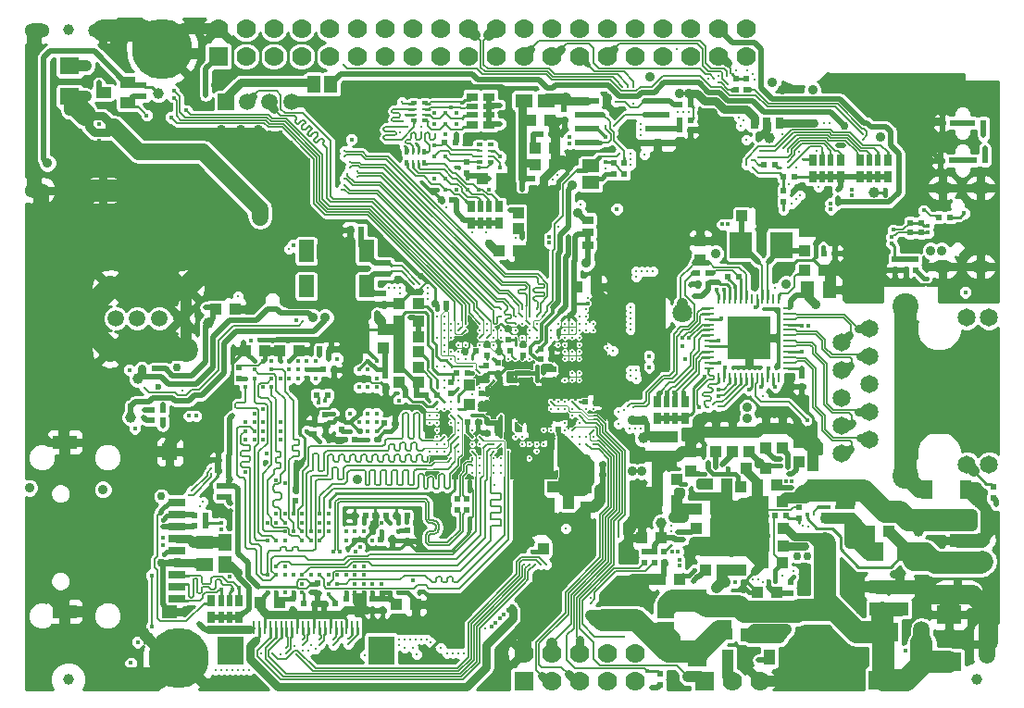
<source format=gbr>
G04 #@! TF.GenerationSoftware,KiCad,Pcbnew,no-vcs-found-ddec803~58~ubuntu14.04.1*
G04 #@! TF.CreationDate,2017-06-02T15:46:38+03:00*
G04 #@! TF.ProjectId,A64-OlinuXino_Rev_D,4136342D4F6C696E7558696E6F5F5265,D*
G04 #@! TF.FileFunction,Copper,L6,Bot,Mixed*
G04 #@! TF.FilePolarity,Positive*
%FSLAX46Y46*%
G04 Gerber Fmt 4.6, Leading zero omitted, Abs format (unit mm)*
G04 Created by KiCad (PCBNEW no-vcs-found-ddec803~58~ubuntu14.04.1) date Fri Jun  2 15:46:38 2017*
%MOMM*%
%LPD*%
G01*
G04 APERTURE LIST*
%ADD10C,0.100000*%
%ADD11C,0.508000*%
%ADD12C,0.254000*%
%ADD13C,2.400000*%
%ADD14C,1.650000*%
%ADD15O,1.800000X1.200000*%
%ADD16R,2.400000X2.600000*%
%ADD17R,0.250000X1.300000*%
%ADD18R,1.422400X1.422400*%
%ADD19R,4.000000X4.000000*%
%ADD20R,0.250000X0.900000*%
%ADD21R,0.900000X0.250000*%
%ADD22R,1.400000X2.000000*%
%ADD23C,1.000000*%
%ADD24O,2.300000X1.300000*%
%ADD25O,2.700000X1.300000*%
%ADD26R,0.400000X0.400000*%
%ADD27C,1.500000*%
%ADD28C,2.200000*%
%ADD29C,5.500000*%
%ADD30R,0.762000X1.016000*%
%ADD31R,0.508000X1.016000*%
%ADD32R,0.550000X0.500000*%
%ADD33R,0.900000X0.350000*%
%ADD34R,0.800000X0.950000*%
%ADD35R,0.600000X0.350000*%
%ADD36R,1.600200X1.168400*%
%ADD37R,0.500000X0.550000*%
%ADD38R,1.016000X1.016000*%
%ADD39R,1.524000X1.270000*%
%ADD40R,1.700000X2.000000*%
%ADD41R,1.000000X1.400000*%
%ADD42R,1.400000X1.000000*%
%ADD43R,1.800000X1.600000*%
%ADD44R,2.700000X1.800000*%
%ADD45R,1.270000X1.524000*%
%ADD46R,1.016000X0.762000*%
%ADD47R,1.016000X0.508000*%
%ADD48R,1.168400X1.600200*%
%ADD49R,1.524000X1.778000*%
%ADD50R,1.016000X1.778000*%
%ADD51R,2.200000X0.600000*%
%ADD52R,2.286000X1.778000*%
%ADD53R,1.500000X1.500000*%
%ADD54C,1.778000*%
%ADD55R,1.778000X1.778000*%
%ADD56R,1.400000X1.400000*%
%ADD57C,1.400000*%
%ADD58R,1.800000X1.800000*%
%ADD59C,1.800000*%
%ADD60R,1.597660X0.698500*%
%ADD61R,1.399540X1.198880*%
%ADD62R,1.399540X1.597660*%
%ADD63R,2.199640X1.198880*%
%ADD64O,1.500000X3.900000*%
%ADD65O,1.500000X3.600000*%
%ADD66O,3.700000X1.500000*%
%ADD67R,0.625000X0.325000*%
%ADD68R,0.625000X0.250000*%
%ADD69R,0.325000X0.625000*%
%ADD70R,0.250000X0.625000*%
%ADD71R,2.100000X2.400000*%
%ADD72C,0.750000*%
%ADD73C,0.900000*%
%ADD74C,0.450000*%
%ADD75C,0.406400*%
%ADD76C,0.327000*%
%ADD77C,0.600000*%
%ADD78C,2.032000*%
%ADD79C,1.016000*%
%ADD80C,0.762000*%
%ADD81C,1.270000*%
%ADD82C,1.524000*%
%ADD83C,0.406400*%
%ADD84C,0.203200*%
%ADD85C,0.106600*%
%ADD86C,0.127000*%
%ADD87C,0.711200*%
%ADD88C,0.304800*%
%ADD89C,1.778000*%
%ADD90C,0.355600*%
G04 APERTURE END LIST*
D10*
D11*
X151892000Y-58801000D02*
X151892000Y-57658000D01*
D12*
X182372000Y-56769000D02*
X181356000Y-56769000D01*
X182372000Y-57658000D02*
X181356000Y-57658000D01*
X131445000Y-66548000D02*
X133223000Y-66548000D01*
D13*
X180975000Y-79883000D03*
X180975000Y-64389000D03*
D14*
X188595000Y-78867000D03*
X186563000Y-78867000D03*
X188595000Y-65405000D03*
X186563000Y-65405000D03*
X175133000Y-77851000D03*
X177673000Y-76581000D03*
X175133000Y-75311000D03*
X177673000Y-74041000D03*
X175133000Y-72771000D03*
X177673000Y-71501000D03*
X175133000Y-70231000D03*
X177673000Y-68961000D03*
X175133000Y-67691000D03*
X177673000Y-66421000D03*
D15*
X187842000Y-53550000D03*
X184372000Y-53550000D03*
X184372000Y-60750000D03*
X187842000Y-60750000D03*
D16*
X133011000Y-95870000D03*
X119211000Y-95870000D03*
D17*
X130861000Y-93770000D03*
X130361000Y-93770000D03*
X129861000Y-93770000D03*
X129361000Y-93770000D03*
X128861000Y-93770000D03*
X128361000Y-93770000D03*
X127861000Y-93770000D03*
X127361000Y-93770000D03*
X126861000Y-93770000D03*
X126361000Y-93770000D03*
X125861000Y-93770000D03*
X125361000Y-93770000D03*
X124861000Y-93770000D03*
X124361000Y-93770000D03*
X123861000Y-93770000D03*
X123361000Y-93770000D03*
X122861000Y-93770000D03*
X122361000Y-93770000D03*
X121861000Y-93770000D03*
X121361000Y-93770000D03*
D18*
X166624000Y-67310000D03*
D19*
X166624000Y-67310000D03*
D20*
X169374000Y-63710000D03*
X168874000Y-63710000D03*
X168374000Y-63710000D03*
X167874000Y-63710000D03*
X167374000Y-63710000D03*
X166874000Y-63710000D03*
X166374000Y-63710000D03*
X165874000Y-63710000D03*
X165374000Y-63710000D03*
X164874000Y-63710000D03*
X164374000Y-63710000D03*
X163874000Y-63710000D03*
D21*
X163024000Y-64560000D03*
X163024000Y-65060000D03*
X163024000Y-65560000D03*
X163024000Y-66060000D03*
X163024000Y-66560000D03*
X163024000Y-67060000D03*
X163024000Y-67560000D03*
X163024000Y-68060000D03*
X163024000Y-68560000D03*
X163024000Y-69060000D03*
X163024000Y-69560000D03*
X163024000Y-70060000D03*
D20*
X163874000Y-70910000D03*
X164374000Y-70910000D03*
X164874000Y-70910000D03*
X165374000Y-70910000D03*
X165874000Y-70910000D03*
X166374000Y-70910000D03*
X166874000Y-70910000D03*
X167374000Y-70910000D03*
X167874000Y-70910000D03*
X168374000Y-70910000D03*
X168874000Y-70910000D03*
X169374000Y-70910000D03*
D21*
X170224000Y-70060000D03*
X170224000Y-69560000D03*
X170224000Y-69060000D03*
X170224000Y-68560000D03*
X170224000Y-68060000D03*
X170224000Y-67560000D03*
X170224000Y-67060000D03*
X170224000Y-66560000D03*
X170224000Y-66060000D03*
X170224000Y-65560000D03*
X170224000Y-65060000D03*
X170224000Y-64560000D03*
D22*
X126155000Y-59360000D03*
X126155000Y-62560000D03*
X131655000Y-62560000D03*
X131655000Y-59360000D03*
D23*
X104394000Y-39116000D03*
X104394000Y-98552000D03*
X187452000Y-98552000D03*
D24*
X101547000Y-39182000D03*
X101547000Y-53782000D03*
D25*
X107597000Y-53782000D03*
X107597000Y-39182000D03*
D26*
X168062000Y-85445500D03*
X167362000Y-85445500D03*
X166662000Y-85445500D03*
X166662000Y-86145500D03*
X166662000Y-86845500D03*
X165062000Y-86845500D03*
X165062000Y-86145500D03*
X165062000Y-85445500D03*
X164362000Y-85445500D03*
X163662000Y-85445500D03*
X163662000Y-83845500D03*
X164362000Y-83845500D03*
X165062000Y-83845500D03*
X165062000Y-83145500D03*
X165062000Y-82445500D03*
X166662000Y-82445500D03*
X166662000Y-83145500D03*
X166662000Y-83845500D03*
X167362000Y-83845500D03*
X168062000Y-83845500D03*
D18*
X165862000Y-84645500D03*
D27*
X114712000Y-65532000D03*
X112712000Y-65532000D03*
X110712000Y-65532000D03*
X108712000Y-65532000D03*
D28*
X108212000Y-68382000D03*
X108212000Y-62682000D03*
X115212000Y-68382000D03*
X115212000Y-62682000D03*
D29*
X172800000Y-96600000D03*
D30*
X179324000Y-51054000D03*
X179324000Y-52578000D03*
X176784000Y-51054000D03*
X176784000Y-52578000D03*
D31*
X178435000Y-51054000D03*
X177673000Y-51054000D03*
X178435000Y-52578000D03*
X177673000Y-52578000D03*
D32*
X133604000Y-60452000D03*
X133604000Y-61468000D03*
X111252000Y-44196000D03*
X111252000Y-45212000D03*
D33*
X173652000Y-84089000D03*
X173652000Y-83439000D03*
X173652000Y-82789000D03*
X175852000Y-82789000D03*
X175852000Y-83439000D03*
X175852000Y-84089000D03*
D34*
X174752000Y-83789000D03*
D35*
X174752000Y-82789000D03*
D30*
X143764000Y-55245000D03*
X143764000Y-56769000D03*
X141224000Y-55245000D03*
X141224000Y-56769000D03*
D31*
X142875000Y-55245000D03*
X142113000Y-55245000D03*
X142875000Y-56769000D03*
X142113000Y-56769000D03*
D36*
X159004000Y-92329000D03*
X159004000Y-92329000D03*
X159004000Y-93853000D03*
D32*
X135400000Y-84892000D03*
X135400000Y-85908000D03*
D37*
X135382000Y-83566000D03*
X134366000Y-83566000D03*
X133477000Y-83566000D03*
X132461000Y-83566000D03*
X131572000Y-83566000D03*
X130556000Y-83566000D03*
D38*
X134366000Y-91694000D03*
X136144000Y-91694000D03*
D32*
X129800000Y-91192000D03*
X129800000Y-92208000D03*
X124900000Y-91192000D03*
X124900000Y-92208000D03*
X125200000Y-82208000D03*
X125200000Y-81192000D03*
X129413000Y-75692000D03*
X129413000Y-74676000D03*
D38*
X123711000Y-68500000D03*
X125489000Y-68500000D03*
D32*
X119100000Y-81808000D03*
X119100000Y-80792000D03*
D37*
X132992000Y-85700000D03*
X134008000Y-85700000D03*
D32*
X133096000Y-91186000D03*
X133096000Y-92202000D03*
X132207000Y-91186000D03*
X132207000Y-92202000D03*
X133400000Y-70792000D03*
X133400000Y-71808000D03*
D38*
X123689000Y-91500000D03*
X121911000Y-91500000D03*
D37*
X143592000Y-75100000D03*
X144608000Y-75100000D03*
X145692000Y-75700000D03*
X146708000Y-75700000D03*
X130556000Y-76581000D03*
X129540000Y-76581000D03*
X127692000Y-70200000D03*
X128708000Y-70200000D03*
D38*
X133223000Y-68199000D03*
X131445000Y-68199000D03*
D37*
X141908000Y-75000000D03*
X140892000Y-75000000D03*
X119108000Y-78500000D03*
X118092000Y-78500000D03*
D32*
X127200000Y-89692000D03*
X127200000Y-90708000D03*
D37*
X127392000Y-68300000D03*
X128408000Y-68300000D03*
D38*
X122389000Y-68500000D03*
X120611000Y-68500000D03*
X147828000Y-86614000D03*
X147828000Y-84836000D03*
D32*
X127900000Y-74292000D03*
X127900000Y-75308000D03*
D37*
X143708000Y-76000000D03*
X142692000Y-76000000D03*
X133292000Y-75100000D03*
X134308000Y-75100000D03*
D32*
X126900000Y-76108000D03*
X126900000Y-75092000D03*
D37*
X148608000Y-69200000D03*
X147592000Y-69200000D03*
X138492000Y-54700000D03*
X139508000Y-54700000D03*
D38*
X144018000Y-52705000D03*
X142240000Y-52705000D03*
D37*
X148590000Y-48641000D03*
X147574000Y-48641000D03*
D38*
X148844000Y-49911000D03*
X147066000Y-49911000D03*
X146685000Y-47371000D03*
X148463000Y-47371000D03*
X147066000Y-51435000D03*
X148844000Y-51435000D03*
D37*
X146812000Y-52705000D03*
X147828000Y-52705000D03*
X140908000Y-70500000D03*
X139892000Y-70500000D03*
D32*
X139425000Y-71317000D03*
X139425000Y-72333000D03*
D37*
X138108000Y-72500000D03*
X137092000Y-72500000D03*
D38*
X136398000Y-69977000D03*
X134620000Y-69977000D03*
X134620000Y-65786000D03*
X136398000Y-65786000D03*
X136398000Y-68580000D03*
X134620000Y-68580000D03*
X134620000Y-67183000D03*
X136398000Y-67183000D03*
X134620000Y-71374000D03*
X136398000Y-71374000D03*
X141050000Y-71586000D03*
X141050000Y-73364000D03*
D39*
X116840000Y-85979000D03*
X116840000Y-88011000D03*
D32*
X179959000Y-61087000D03*
X179959000Y-60071000D03*
X144625000Y-66442000D03*
X144625000Y-67458000D03*
D37*
X143792000Y-68500000D03*
X144808000Y-68500000D03*
D32*
X147900000Y-70192000D03*
X147900000Y-71208000D03*
X142700000Y-68908000D03*
X142700000Y-67892000D03*
D37*
X148608000Y-68300000D03*
X147592000Y-68300000D03*
D32*
X148800000Y-71208000D03*
X148800000Y-70192000D03*
D38*
X145542000Y-59309000D03*
X143764000Y-59309000D03*
D32*
X142600000Y-70808000D03*
X142600000Y-69792000D03*
D39*
X180467000Y-90043000D03*
X180467000Y-92075000D03*
X178435000Y-90043000D03*
X178435000Y-92075000D03*
D38*
X147320000Y-55880000D03*
X145542000Y-55880000D03*
X169799000Y-84709000D03*
X168021000Y-84709000D03*
D37*
X148492000Y-77400000D03*
X149508000Y-77400000D03*
D38*
X158242000Y-80264000D03*
X160020000Y-80264000D03*
X163576000Y-82931000D03*
X161798000Y-82931000D03*
D37*
X153289000Y-79756000D03*
X152273000Y-79756000D03*
D38*
X169799000Y-86360000D03*
X168021000Y-86360000D03*
D37*
X153289000Y-78867000D03*
X152273000Y-78867000D03*
D32*
X149200000Y-74692000D03*
X149200000Y-75708000D03*
D38*
X165862000Y-86741000D03*
X165862000Y-88519000D03*
D37*
X148492000Y-78700000D03*
X149508000Y-78700000D03*
D38*
X177673000Y-84963000D03*
X179451000Y-84963000D03*
X151765000Y-82804000D03*
X151765000Y-81026000D03*
X146939000Y-80899000D03*
X148717000Y-80899000D03*
X164211000Y-86741000D03*
X164211000Y-88519000D03*
X172466000Y-80772000D03*
X172466000Y-78994000D03*
X148336000Y-82423000D03*
X150114000Y-82423000D03*
X162687000Y-88519000D03*
X162687000Y-86741000D03*
X160274000Y-89408000D03*
X158496000Y-89408000D03*
X169164000Y-90551000D03*
X167386000Y-90551000D03*
X166624000Y-75946000D03*
X166624000Y-77724000D03*
D32*
X142200000Y-73408000D03*
X142200000Y-72392000D03*
D37*
X184277000Y-47625000D03*
X185293000Y-47625000D03*
D38*
X165862000Y-82677000D03*
X165862000Y-80899000D03*
D32*
X144900000Y-71908000D03*
X144900000Y-70892000D03*
D38*
X158242000Y-82169000D03*
X160020000Y-82169000D03*
X158115000Y-78105000D03*
X158115000Y-76327000D03*
X164592000Y-80645000D03*
X162814000Y-80645000D03*
X161290000Y-77724000D03*
X161290000Y-79502000D03*
X163576000Y-75946000D03*
X163576000Y-77724000D03*
X165100000Y-75946000D03*
X165100000Y-77724000D03*
X166370000Y-79248000D03*
X168148000Y-79248000D03*
X159639000Y-78105000D03*
X159639000Y-76327000D03*
X167386000Y-80772000D03*
X169164000Y-80772000D03*
X161798000Y-84709000D03*
X163576000Y-84709000D03*
X158623000Y-85598000D03*
X156845000Y-85598000D03*
X171196000Y-76835000D03*
X171196000Y-78613000D03*
X167894000Y-82296000D03*
X169672000Y-82296000D03*
D37*
X184150000Y-51054000D03*
X185166000Y-51054000D03*
D38*
X169672000Y-75565000D03*
X169672000Y-77343000D03*
X168148000Y-75565000D03*
X168148000Y-77343000D03*
D39*
X185801000Y-85852000D03*
X185801000Y-87884000D03*
D38*
X167894000Y-87884000D03*
X169672000Y-87884000D03*
D37*
X131191000Y-57404000D03*
X130175000Y-57404000D03*
D32*
X133223000Y-64262000D03*
X133223000Y-63246000D03*
D38*
X147320000Y-57277000D03*
X145542000Y-57277000D03*
D37*
X140692000Y-68500000D03*
X141708000Y-68500000D03*
D38*
X119634000Y-64643000D03*
X117856000Y-64643000D03*
D32*
X146000000Y-67892000D03*
X146000000Y-68908000D03*
D38*
X134620000Y-64135000D03*
X136398000Y-64135000D03*
X150876000Y-62611000D03*
X152654000Y-62611000D03*
D40*
X161925000Y-96353000D03*
X161925000Y-91353000D03*
D41*
X168524000Y-96520000D03*
X164724000Y-96520000D03*
D42*
X107609640Y-44828460D03*
X109819440Y-45783500D03*
X109819440Y-43881040D03*
X164378640Y-93596460D03*
X166588440Y-94551500D03*
X166588440Y-92649040D03*
D43*
X104521000Y-45215000D03*
X104521000Y-42415000D03*
D44*
X178943000Y-94193000D03*
X178943000Y-98593000D03*
D39*
X146050000Y-45593000D03*
X148082000Y-45593000D03*
D45*
X118745000Y-85979000D03*
X118745000Y-88011000D03*
D36*
X152146000Y-51562000D03*
X152146000Y-51562000D03*
X152146000Y-53086000D03*
D37*
X127092000Y-72500000D03*
X128108000Y-72500000D03*
D32*
X140843000Y-83058000D03*
X140843000Y-82042000D03*
X139954000Y-83058000D03*
X139954000Y-82042000D03*
D37*
X169037000Y-51435000D03*
X168021000Y-51435000D03*
D32*
X169799000Y-54864000D03*
X169799000Y-53848000D03*
D37*
X138938000Y-64135000D03*
X137922000Y-64135000D03*
X151638000Y-73152000D03*
X152654000Y-73152000D03*
D46*
X141338000Y-45230000D03*
X142862000Y-45230000D03*
X141338000Y-47770000D03*
X142862000Y-47770000D03*
D47*
X141338000Y-46119000D03*
X141338000Y-46881000D03*
X142862000Y-46119000D03*
X142862000Y-46881000D03*
D30*
X120015000Y-91313000D03*
X120015000Y-92837000D03*
X117475000Y-91313000D03*
X117475000Y-92837000D03*
D31*
X119126000Y-91313000D03*
X118364000Y-91313000D03*
X119126000Y-92837000D03*
X118364000Y-92837000D03*
D30*
X175006000Y-51054000D03*
X175006000Y-52578000D03*
X172466000Y-51054000D03*
X172466000Y-52578000D03*
D31*
X174117000Y-51054000D03*
X173355000Y-51054000D03*
X174117000Y-52578000D03*
X173355000Y-52578000D03*
D37*
X184023000Y-56261000D03*
X185039000Y-56261000D03*
D32*
X181864000Y-60071000D03*
X181864000Y-61087000D03*
D37*
X174498000Y-59563000D03*
X173482000Y-59563000D03*
D32*
X180975000Y-61087000D03*
X180975000Y-60071000D03*
D37*
X169799000Y-52578000D03*
X170815000Y-52578000D03*
D48*
X128397000Y-44069000D03*
X128397000Y-44069000D03*
X126873000Y-44069000D03*
D32*
X143700000Y-69592000D03*
X143700000Y-70608000D03*
X170434000Y-89662000D03*
X170434000Y-90678000D03*
X171196000Y-82804000D03*
X171196000Y-83820000D03*
D49*
X178181000Y-86868000D03*
X180975000Y-86868000D03*
D37*
X170053000Y-83566000D03*
X169037000Y-83566000D03*
D32*
X157099000Y-87884000D03*
X157099000Y-86868000D03*
X157988000Y-87884000D03*
X157988000Y-86868000D03*
D37*
X188087000Y-47625000D03*
X187071000Y-47625000D03*
D32*
X158877000Y-86868000D03*
X158877000Y-87884000D03*
D37*
X188214000Y-51054000D03*
X187198000Y-51054000D03*
D32*
X158496000Y-98044000D03*
X158496000Y-99060000D03*
D37*
X115951000Y-83566000D03*
X116967000Y-83566000D03*
X115951000Y-84455000D03*
X116967000Y-84455000D03*
D32*
X154305000Y-52324000D03*
X154305000Y-51308000D03*
D37*
X138811000Y-49403000D03*
X139827000Y-49403000D03*
D32*
X140800000Y-51192000D03*
X140800000Y-52208000D03*
D37*
X135255000Y-72517000D03*
X136271000Y-72517000D03*
D32*
X120000000Y-71008000D03*
X120000000Y-69992000D03*
X118200000Y-80792000D03*
X118200000Y-81808000D03*
D37*
X118092000Y-79400000D03*
X119108000Y-79400000D03*
X128808000Y-91600000D03*
X127792000Y-91600000D03*
X125892000Y-91600000D03*
X126908000Y-91600000D03*
D46*
X151892000Y-58801000D03*
X151892000Y-57658000D03*
X151892000Y-56515000D03*
D37*
X181356000Y-56769000D03*
X182372000Y-56769000D03*
X181356000Y-57658000D03*
X182372000Y-57658000D03*
D38*
X131445000Y-66548000D03*
X133223000Y-66548000D03*
D50*
X186436000Y-81153000D03*
X182880000Y-81153000D03*
D45*
X171958000Y-62865000D03*
X173990000Y-62865000D03*
D38*
X162179000Y-58420000D03*
X162179000Y-60198000D03*
X171704000Y-57531000D03*
X171704000Y-59309000D03*
X167767000Y-56134000D03*
X165989000Y-56134000D03*
D37*
X161925000Y-61341000D03*
X162941000Y-61341000D03*
X164719000Y-61722000D03*
X165735000Y-61722000D03*
D32*
X188976000Y-80899000D03*
X188976000Y-81915000D03*
D38*
X171704000Y-61087000D03*
X173482000Y-61087000D03*
D30*
X158242000Y-74676000D03*
X158242000Y-73152000D03*
X160782000Y-74676000D03*
X160782000Y-73152000D03*
D31*
X159131000Y-74676000D03*
X159893000Y-74676000D03*
X159131000Y-73152000D03*
X159893000Y-73152000D03*
D37*
X161925000Y-62357000D03*
X162941000Y-62357000D03*
D32*
X171450000Y-71755000D03*
X171450000Y-70739000D03*
X149733000Y-47371000D03*
X149733000Y-46355000D03*
D37*
X160274000Y-45974000D03*
X161290000Y-45974000D03*
X160274000Y-48260000D03*
X161290000Y-48260000D03*
X160274000Y-47371000D03*
X161290000Y-47371000D03*
D32*
X155194000Y-51308000D03*
X155194000Y-52324000D03*
D51*
X158302000Y-45593000D03*
X158302000Y-46863000D03*
X158302000Y-48133000D03*
X158302000Y-49403000D03*
X151832000Y-49403000D03*
X151832000Y-48133000D03*
X151832000Y-46863000D03*
X151832000Y-45593000D03*
D52*
X184912000Y-92565000D03*
X184912000Y-96919000D03*
D23*
X110744000Y-70993000D03*
X110109000Y-74549000D03*
X112649000Y-44958000D03*
X178054000Y-53975000D03*
X156972000Y-76454000D03*
X117221000Y-65913000D03*
X182118000Y-84963000D03*
X168529000Y-49022000D03*
X158623000Y-84201000D03*
D53*
X118793000Y-45720000D03*
D27*
X120793000Y-45720000D03*
X122793000Y-45720000D03*
X124793000Y-45720000D03*
D54*
X166370000Y-38989000D03*
X166370000Y-41529000D03*
X163830000Y-38989000D03*
X163830000Y-41529000D03*
X161290000Y-38989000D03*
X161290000Y-41529000D03*
X158750000Y-38989000D03*
X158750000Y-41529000D03*
X156210000Y-38989000D03*
X156210000Y-41529000D03*
X146050000Y-38989000D03*
X146050000Y-41529000D03*
X143510000Y-38989000D03*
X143510000Y-41529000D03*
X148590000Y-41529000D03*
X148590000Y-38989000D03*
X151130000Y-38989000D03*
X151130000Y-41529000D03*
X153670000Y-41529000D03*
X153670000Y-38989000D03*
X128270000Y-38989000D03*
X128270000Y-41529000D03*
X125730000Y-41529000D03*
X125730000Y-38989000D03*
X123190000Y-38989000D03*
X123190000Y-41529000D03*
D55*
X118110000Y-41529000D03*
D54*
X118110000Y-38989000D03*
X120650000Y-41529000D03*
X120650000Y-38989000D03*
X130810000Y-41529000D03*
X130810000Y-38989000D03*
X133350000Y-41529000D03*
X133350000Y-38989000D03*
X135890000Y-41529000D03*
X135890000Y-38989000D03*
X138430000Y-41529000D03*
X138430000Y-38989000D03*
X140970000Y-41529000D03*
X140970000Y-38989000D03*
X156210000Y-96139000D03*
X156210000Y-98679000D03*
X153670000Y-98679000D03*
X153670000Y-96139000D03*
X151130000Y-96139000D03*
X151130000Y-98679000D03*
D55*
X146050000Y-98679000D03*
D54*
X146050000Y-96139000D03*
X148590000Y-98679000D03*
X148590000Y-96139000D03*
D55*
X162560000Y-98679000D03*
D54*
X165100000Y-98679000D03*
X167640000Y-98679000D03*
D56*
X187982860Y-87749380D03*
D57*
X187980320Y-85737700D03*
D58*
X157988000Y-65024000D03*
D59*
X160528000Y-65024000D03*
D60*
X114307620Y-82334100D03*
X114307620Y-83433920D03*
X114307620Y-84533740D03*
X114307620Y-85631020D03*
X114307620Y-86730840D03*
X114307620Y-87830660D03*
X114307620Y-88930480D03*
X114307620Y-90030300D03*
X114307620Y-91130120D03*
D61*
X113682780Y-92331540D03*
D62*
X113682780Y-77734160D03*
D63*
X104084120Y-92331540D03*
X104084120Y-76832460D03*
D37*
X112014000Y-73914000D03*
X113030000Y-73914000D03*
X112014000Y-74803000D03*
X113030000Y-74803000D03*
D64*
X182441000Y-95174000D03*
D65*
X188441000Y-95324000D03*
D66*
X185695000Y-90724000D03*
D29*
X114500000Y-96600000D03*
X113000000Y-40900000D03*
D32*
X166370000Y-43561000D03*
X166370000Y-44577000D03*
X165481000Y-43561000D03*
X165481000Y-44577000D03*
D30*
X167132000Y-47625000D03*
X168275000Y-47625000D03*
X169418000Y-47625000D03*
D38*
X164592000Y-94361000D03*
X166370000Y-94361000D03*
D67*
X135987500Y-47390000D03*
X137012500Y-47390000D03*
D68*
X135987500Y-46850000D03*
X137012500Y-46850000D03*
X135987500Y-46350000D03*
X137012500Y-46350000D03*
D67*
X135987500Y-45810000D03*
X137012500Y-45810000D03*
D69*
X135354000Y-50287500D03*
X135354000Y-51312500D03*
D70*
X135894000Y-50287500D03*
X135894000Y-51312500D03*
X136394000Y-50287500D03*
X136394000Y-51312500D03*
D69*
X136934000Y-50287500D03*
X136934000Y-51312500D03*
D67*
X143012500Y-49610000D03*
X141987500Y-49610000D03*
D68*
X143012500Y-50150000D03*
X141987500Y-50150000D03*
X143012500Y-50650000D03*
X141987500Y-50650000D03*
D67*
X143012500Y-51190000D03*
X141987500Y-51190000D03*
D71*
X169617000Y-58801000D03*
X165917000Y-58801000D03*
D72*
X170815000Y-85471000D03*
X171704000Y-85471000D03*
D73*
X170058510Y-62357000D03*
X157607000Y-43434000D03*
X178689000Y-48895000D03*
X105537000Y-46482000D03*
X104521000Y-46482000D03*
X121911591Y-56269409D03*
X106045000Y-45212000D03*
D74*
X116967000Y-45085000D03*
D73*
X152908000Y-93472000D03*
X152146000Y-92710000D03*
D74*
X143129000Y-93726000D03*
X143459200Y-93395800D03*
X116840000Y-93980000D03*
X116332000Y-93472000D03*
D73*
X127635000Y-59944000D03*
X128524000Y-59944000D03*
X127635000Y-58928000D03*
D74*
X143637000Y-97536000D03*
D72*
X146558000Y-58674000D03*
D73*
X147447000Y-58674000D03*
D74*
X179451000Y-90678000D03*
D72*
X112903000Y-87884000D03*
D73*
X101092000Y-94361000D03*
X101092000Y-96774000D03*
X102235000Y-97917000D03*
X101092000Y-99060000D03*
X110490000Y-93853000D03*
X107188000Y-89662000D03*
X107188000Y-90551000D03*
D74*
X116459000Y-76962000D03*
X116459000Y-77470000D03*
X118364000Y-83566000D03*
X132080000Y-64262000D03*
X126200000Y-71000000D03*
X123000000Y-69400000D03*
X120600000Y-76600000D03*
X132200000Y-89800000D03*
X129000000Y-89000000D03*
X125800000Y-83400000D03*
X124200000Y-90600000D03*
X159385000Y-98171000D03*
X159385000Y-98679000D03*
D73*
X101092000Y-42672000D03*
X101092000Y-41021000D03*
X106299000Y-50038000D03*
X106299000Y-51943000D03*
X101092000Y-51562000D03*
X101092000Y-49784000D03*
X101092000Y-48006000D03*
X101092000Y-46101000D03*
X101092000Y-44323000D03*
D75*
X147875000Y-75075000D03*
D74*
X174752000Y-49657000D03*
X175260000Y-49657000D03*
X161290000Y-62484000D03*
D73*
X162306000Y-46741510D03*
X163322000Y-46741510D03*
D74*
X100838000Y-83185000D03*
D73*
X128143000Y-46863000D03*
X129921000Y-46863000D03*
X129032000Y-46863000D03*
X130810000Y-44577000D03*
X129921000Y-44577000D03*
D74*
X184912000Y-62484000D03*
X148971000Y-50673000D03*
D73*
X177927000Y-63500000D03*
X176911000Y-63500000D03*
D74*
X178689000Y-56261000D03*
X154813000Y-48895000D03*
X153543000Y-50165000D03*
D73*
X153670000Y-45339000D03*
D74*
X148971000Y-48133000D03*
X148971000Y-49149000D03*
X149606000Y-50927000D03*
D73*
X153797000Y-56007000D03*
X146500000Y-59600000D03*
X146500000Y-60600000D03*
D74*
X137900000Y-46700000D03*
X138900000Y-48700000D03*
X140900000Y-48700000D03*
X143900000Y-46700000D03*
X142900000Y-53700000D03*
X144900000Y-46700000D03*
X144900000Y-47700000D03*
X144900000Y-48700000D03*
X144900000Y-49700000D03*
X144900000Y-50700000D03*
X144900000Y-51700000D03*
X144900000Y-53700000D03*
X144900000Y-52700000D03*
X139900000Y-51700000D03*
X139900000Y-53700000D03*
D73*
X122555000Y-58928000D03*
D74*
X137900000Y-53700000D03*
X131064000Y-49149000D03*
X123825000Y-48514000D03*
D73*
X121793000Y-48260000D03*
X120142000Y-48260000D03*
X118364000Y-48260000D03*
D74*
X122809000Y-48514000D03*
X132600000Y-76600000D03*
X125222000Y-65659000D03*
X131800000Y-71000000D03*
D76*
X138125000Y-64675000D03*
D74*
X132600000Y-69400000D03*
D76*
X145925000Y-66625000D03*
D73*
X164211000Y-58420000D03*
D74*
X158242000Y-68072000D03*
D73*
X161290000Y-76835000D03*
D74*
X166878000Y-61341000D03*
X117602000Y-44196000D03*
X124714000Y-49403000D03*
X126365000Y-51054000D03*
X172085000Y-66167000D03*
D73*
X114681000Y-55880000D03*
X113538000Y-55880000D03*
X107188000Y-91440000D03*
X129794000Y-67183000D03*
D74*
X122200000Y-76600000D03*
X123800000Y-75800000D03*
X131000000Y-69400000D03*
X128200000Y-76800000D03*
X131000000Y-75800000D03*
D73*
X182626000Y-47371000D03*
D74*
X184023000Y-46355000D03*
X182499000Y-45974000D03*
X181229000Y-45974000D03*
X179959000Y-45974000D03*
X179324000Y-45339000D03*
X180594000Y-45339000D03*
X181864000Y-45339000D03*
X183134000Y-45339000D03*
X186436000Y-45593000D03*
X185039000Y-45593000D03*
X177292000Y-43815000D03*
X178689000Y-43815000D03*
X179959000Y-43815000D03*
X181229000Y-43815000D03*
X182499000Y-43815000D03*
X183769000Y-43815000D03*
X185039000Y-43815000D03*
X179324000Y-43434000D03*
X178054000Y-43434000D03*
D73*
X167132000Y-54737000D03*
X174503225Y-60584225D03*
D74*
X144272000Y-99314000D03*
D73*
X148971000Y-84836000D03*
X137922000Y-91053480D03*
X139446000Y-91053480D03*
X101092000Y-76327000D03*
X102362000Y-94361000D03*
X102362000Y-95504000D03*
X107569000Y-80010000D03*
X111379000Y-94234000D03*
X123571000Y-58928000D03*
D74*
X154305000Y-71628000D03*
D73*
X183642000Y-55118000D03*
X184658000Y-55118000D03*
D76*
X140725000Y-67275000D03*
X138775000Y-75075000D03*
X139425000Y-75725000D03*
X152425000Y-65325000D03*
X145925000Y-74425000D03*
D74*
X107188000Y-43307000D03*
X107188000Y-50800000D03*
X107188000Y-49276000D03*
X107188000Y-47752000D03*
X107188000Y-46228000D03*
X111506000Y-51816000D03*
X111506000Y-48895000D03*
X111506000Y-45974000D03*
X113792000Y-45974000D03*
X113792000Y-51816000D03*
X113792000Y-48895000D03*
D73*
X102108000Y-76327000D03*
D74*
X119200000Y-83100000D03*
X132200000Y-84200000D03*
X130600000Y-84200000D03*
D76*
X145275000Y-74425000D03*
X143325000Y-74425000D03*
D75*
X147225000Y-75075000D03*
X146575000Y-75075000D03*
X146575000Y-74425000D03*
X147225000Y-74425000D03*
X147875000Y-74425000D03*
X143325000Y-73775000D03*
X143975000Y-73775000D03*
X144625000Y-73775000D03*
X145275000Y-73775000D03*
X145925000Y-73775000D03*
X146575000Y-73775000D03*
X147225000Y-73775000D03*
X146575000Y-73125000D03*
X145925000Y-73125000D03*
X145275000Y-73125000D03*
X144625000Y-73125000D03*
X143975000Y-73125000D03*
X142675000Y-73125000D03*
X143325000Y-73125000D03*
X147875000Y-73775000D03*
D76*
X149175000Y-74425000D03*
X148525000Y-74425000D03*
D75*
X147875000Y-72475000D03*
X147225000Y-72475000D03*
X146575000Y-72475000D03*
X145925000Y-72475000D03*
X145275000Y-72475000D03*
X144625000Y-72475000D03*
D76*
X143325000Y-72475000D03*
D75*
X143975000Y-72475000D03*
X147875000Y-73125000D03*
X147225000Y-73125000D03*
D76*
X148525000Y-72475000D03*
X147875000Y-71825000D03*
X147225000Y-71825000D03*
X146575000Y-71825000D03*
X143975000Y-71175000D03*
X143325000Y-71825000D03*
X143975000Y-71825000D03*
X144625000Y-71825000D03*
X145275000Y-71825000D03*
X145925000Y-71175000D03*
X146575000Y-71175000D03*
X145925000Y-71825000D03*
X146575000Y-69875000D03*
X145925000Y-69875000D03*
X144625000Y-69875000D03*
X145275000Y-69875000D03*
D73*
X182753000Y-49657000D03*
X169672000Y-44577000D03*
X181610000Y-54991000D03*
X187325000Y-46101000D03*
X189103000Y-46101000D03*
D74*
X171831000Y-73025000D03*
X171831000Y-73533000D03*
X168021000Y-58166000D03*
D77*
X168021000Y-58801000D03*
D73*
X155829000Y-86741000D03*
X172085000Y-75819000D03*
X155829000Y-84709000D03*
X187452000Y-81026000D03*
X187452000Y-82169000D03*
D74*
X175514000Y-89027000D03*
X175514000Y-88265000D03*
X179832000Y-88900000D03*
X180340000Y-88900000D03*
D73*
X176784000Y-92202000D03*
X148971000Y-83820000D03*
D76*
X147225000Y-75725000D03*
X148525000Y-77025000D03*
X147225000Y-76375000D03*
X147875000Y-78325000D03*
D73*
X156083000Y-89408000D03*
X157099000Y-89408000D03*
X171831000Y-88265000D03*
D76*
X149175000Y-71175000D03*
D74*
X176530000Y-43434000D03*
X173990000Y-43434000D03*
X175260000Y-43434000D03*
D73*
X176530000Y-44577000D03*
D74*
X185674000Y-43434000D03*
X184404000Y-43434000D03*
X183134000Y-43434000D03*
X181864000Y-43434000D03*
X180594000Y-43434000D03*
D73*
X188976000Y-44450000D03*
X181737000Y-49657000D03*
D74*
X178689000Y-56769000D03*
D76*
X143975000Y-65975000D03*
X142675000Y-71175000D03*
X143325000Y-70525000D03*
X142025000Y-71175000D03*
X142025000Y-73775000D03*
D74*
X128200000Y-69200000D03*
X124600000Y-69400000D03*
X121400000Y-69400000D03*
X126200000Y-75000000D03*
X122428000Y-78613000D03*
X125222000Y-78613000D03*
X129400000Y-70200000D03*
X129800000Y-69200000D03*
X128600000Y-75000000D03*
X129000000Y-76800000D03*
X130200000Y-75000000D03*
X133400000Y-75800000D03*
X124200000Y-83400000D03*
X123400000Y-84200000D03*
X122600000Y-90600000D03*
X126600000Y-90600000D03*
X128200000Y-84200000D03*
D76*
X142025000Y-75725000D03*
X137475000Y-79625000D03*
X138775000Y-78325000D03*
X142025000Y-77675000D03*
X144625000Y-77025000D03*
X143975000Y-77675000D03*
X145275000Y-77675000D03*
X145275000Y-77025000D03*
D74*
X133000000Y-84200000D03*
X131400000Y-90600000D03*
X135400000Y-90600000D03*
X133000000Y-89800000D03*
X134600000Y-84200000D03*
X130600000Y-90600000D03*
X134600000Y-90600000D03*
X130600000Y-89800000D03*
X134600000Y-85800000D03*
X132200000Y-85000000D03*
D75*
X142675000Y-73775000D03*
D76*
X148525000Y-75075000D03*
D74*
X127254000Y-67437000D03*
X125349000Y-67437000D03*
X123444000Y-67437000D03*
X121885000Y-67437000D03*
X121100000Y-67500000D03*
X128200000Y-89000000D03*
X146812000Y-86868000D03*
X121400000Y-76600000D03*
X123800000Y-76600000D03*
X129000000Y-69200000D03*
D73*
X166497000Y-73660000D03*
D76*
X143975000Y-74425000D03*
D74*
X134600000Y-85000000D03*
X133800000Y-84200000D03*
X131400000Y-84200000D03*
D76*
X142675000Y-75075000D03*
X143325000Y-75075000D03*
X143975000Y-75725000D03*
X143975000Y-76375000D03*
X143975000Y-75075000D03*
X145275000Y-75075000D03*
X145275000Y-75725000D03*
D73*
X166497000Y-74676000D03*
D76*
X141375000Y-74425000D03*
X142025000Y-74425000D03*
D74*
X119200000Y-82400000D03*
X126200000Y-70200000D03*
X127000000Y-70200000D03*
X123800000Y-69400000D03*
X122200000Y-69400000D03*
X126200000Y-75800000D03*
X133400000Y-70200000D03*
X132600000Y-70200000D03*
X131000000Y-70200000D03*
X131800000Y-69400000D03*
X128600000Y-74200000D03*
X127400000Y-76800000D03*
X130200000Y-75800000D03*
X132600000Y-75800000D03*
X131000000Y-76600000D03*
X125000000Y-83400000D03*
X123400000Y-83400000D03*
X127400000Y-85000000D03*
X123400000Y-90600000D03*
X125000000Y-90600000D03*
X135900000Y-89500000D03*
X129800000Y-85000000D03*
X133000000Y-85000000D03*
X132200000Y-90600000D03*
X135354607Y-84148773D03*
X133800000Y-90600000D03*
X133000000Y-90600000D03*
X130600000Y-89000000D03*
X129800000Y-90600000D03*
X131800000Y-76600000D03*
X119380000Y-74422000D03*
X119200000Y-80200000D03*
X119900000Y-84700000D03*
X123800000Y-75000000D03*
X126600000Y-89800000D03*
X127400000Y-68900000D03*
D73*
X130800000Y-80200000D03*
D76*
X141375000Y-76375000D03*
D74*
X124968000Y-58801000D03*
D73*
X107569000Y-81153000D03*
X100838000Y-81026000D03*
D74*
X118364000Y-84201000D03*
X157734000Y-99314000D03*
D73*
X149860000Y-45333490D03*
X160274000Y-44958000D03*
X161163000Y-44952490D03*
D74*
X154559000Y-55499000D03*
X153543000Y-51181000D03*
D73*
X151003000Y-55880000D03*
D74*
X130302000Y-49149000D03*
D76*
X147875000Y-69875000D03*
D73*
X163576000Y-59563000D03*
D74*
X143891000Y-92964000D03*
X144221200Y-92633800D03*
X186309000Y-55880000D03*
D73*
X119888000Y-88773000D03*
D76*
X144625000Y-69225000D03*
X147875000Y-70525000D03*
D72*
X142875000Y-58674000D03*
D73*
X172466000Y-44577000D03*
D74*
X180975000Y-95885000D03*
D76*
X148525000Y-69875000D03*
X145275000Y-67925000D03*
X145275000Y-67275000D03*
D73*
X156839490Y-79502000D03*
X155956000Y-79502000D03*
D74*
X146900000Y-48700000D03*
X118364000Y-84836000D03*
D72*
X112903000Y-81788000D03*
D77*
X112649000Y-71755000D03*
D74*
X132588000Y-65024000D03*
X132588000Y-65532000D03*
D76*
X137475000Y-73125000D03*
D74*
X113030000Y-85598000D03*
D76*
X140075000Y-71175000D03*
D77*
X110109000Y-73533000D03*
D73*
X127889000Y-65405000D03*
D74*
X160147000Y-86868000D03*
X159639000Y-86868000D03*
D76*
X145925000Y-69225000D03*
X141375000Y-70525000D03*
D72*
X172593000Y-47625000D03*
D77*
X111125000Y-70104000D03*
D73*
X126746000Y-65405000D03*
D76*
X140075000Y-71825000D03*
D74*
X170053000Y-81026000D03*
X170561000Y-81026000D03*
D76*
X138775000Y-73125000D03*
X116713000Y-82296000D03*
X138125000Y-69875000D03*
X141375000Y-72475000D03*
X142025000Y-71825000D03*
D74*
X135636000Y-65405000D03*
D76*
X138125000Y-71825000D03*
D74*
X119126000Y-89154000D03*
X113030000Y-86233000D03*
D76*
X138125000Y-73125000D03*
X116459000Y-82677000D03*
X138775000Y-69875000D03*
X140075000Y-73125000D03*
X140075000Y-73775000D03*
D73*
X184277000Y-59309000D03*
D72*
X171069000Y-87249000D03*
X171958000Y-87249000D03*
D73*
X183261000Y-59309000D03*
D76*
X182880000Y-61849000D03*
D74*
X179705000Y-58674000D03*
D76*
X156718000Y-75565000D03*
X172974000Y-53467000D03*
D73*
X102489000Y-51308000D03*
D72*
X114300000Y-69977000D03*
D74*
X162052000Y-80899000D03*
X162052000Y-80391000D03*
D76*
X145275000Y-69225000D03*
D74*
X174752000Y-53721000D03*
X164211000Y-56896000D03*
X164719000Y-56896000D03*
X150114000Y-58547000D03*
X150114000Y-58039000D03*
D76*
X147225000Y-68575000D03*
D74*
X164211000Y-78867000D03*
X164592000Y-78486000D03*
X176022000Y-54229000D03*
X176022000Y-53721000D03*
D76*
X142675000Y-69225000D03*
D74*
X160147000Y-85725000D03*
X160655000Y-85725000D03*
X179070000Y-53721000D03*
X179070000Y-54229000D03*
X144780000Y-55626000D03*
X169545000Y-78359000D03*
X169037000Y-78359000D03*
D76*
X142025000Y-69875000D03*
D73*
X150749000Y-80269520D03*
X149733000Y-81280000D03*
X149733000Y-80264000D03*
D76*
X149175000Y-77025000D03*
X149825000Y-77025000D03*
X148525000Y-75725000D03*
X149175000Y-76375000D03*
X150475000Y-77675000D03*
X149825000Y-77675000D03*
X149175000Y-77675000D03*
X151775000Y-78975000D03*
X151775000Y-78325000D03*
X150475000Y-78975000D03*
X151125000Y-78975000D03*
X151125000Y-78325000D03*
X150475000Y-78325000D03*
X149825000Y-78325000D03*
X149175000Y-78325000D03*
X149175000Y-78975000D03*
D73*
X150749000Y-81280000D03*
D74*
X160782000Y-80645000D03*
D73*
X163703000Y-90170000D03*
D74*
X160528000Y-81280000D03*
X160020000Y-81280000D03*
D73*
X187071000Y-84455000D03*
X187071000Y-83439000D03*
D74*
X169545000Y-78994000D03*
X169037000Y-78994000D03*
X167386000Y-78994000D03*
X167767000Y-78613000D03*
X164719000Y-79756000D03*
X164719000Y-79248000D03*
X162941000Y-79248000D03*
X162941000Y-78740000D03*
D72*
X159766000Y-83693000D03*
X160655000Y-83693000D03*
D74*
X160274000Y-88138000D03*
X160274000Y-87630000D03*
D73*
X164465000Y-89662000D03*
D72*
X171704000Y-86360000D03*
X170815000Y-86360000D03*
D73*
X171831000Y-81915000D03*
X170942000Y-81915000D03*
X175895000Y-86106000D03*
X176784000Y-86106000D03*
D74*
X171958000Y-83439000D03*
D73*
X169418000Y-94742000D03*
X170053000Y-93980000D03*
D74*
X161925000Y-89154000D03*
X161544000Y-89535000D03*
D77*
X112268000Y-70104000D03*
D74*
X116967000Y-64516000D03*
X168402000Y-90043000D03*
X168402000Y-89535000D03*
D76*
X141375000Y-69225000D03*
D73*
X156972000Y-74803000D03*
X155956000Y-74803000D03*
D76*
X144625000Y-71175000D03*
X145275000Y-71175000D03*
X147225000Y-71175000D03*
X147225000Y-69875000D03*
X147225000Y-70525000D03*
X146575000Y-70525000D03*
X145925000Y-70525000D03*
X144625000Y-70525000D03*
X145275000Y-70525000D03*
X142675000Y-72475000D03*
X143325000Y-71175000D03*
X142675000Y-71825000D03*
X177038000Y-48641000D03*
D74*
X185928000Y-47625000D03*
D76*
X129540000Y-42291000D03*
X140075000Y-68575000D03*
X167894000Y-72644000D03*
X167005000Y-89408000D03*
D74*
X144653000Y-92202000D03*
X144983200Y-91871800D03*
X162560000Y-79756000D03*
X162052000Y-79756000D03*
X174752000Y-54483000D03*
X163576000Y-79121000D03*
X163576000Y-78613000D03*
X174752000Y-54991000D03*
D73*
X151759490Y-60452000D03*
D74*
X174117000Y-55499000D03*
X174117000Y-54991000D03*
X160147000Y-85090000D03*
X160655000Y-85090000D03*
X170053000Y-80391000D03*
X170561000Y-80391000D03*
D73*
X168783000Y-43942000D03*
D74*
X170307000Y-79756000D03*
D76*
X177038000Y-49149000D03*
D74*
X185801000Y-51054000D03*
D76*
X172085000Y-84582000D03*
D74*
X148209000Y-44450000D03*
X148717000Y-44450000D03*
X148336000Y-58039000D03*
X148336000Y-58547000D03*
D72*
X175387000Y-47879000D03*
D76*
X143325000Y-69225000D03*
D74*
X170180000Y-79121000D03*
X170180000Y-78613000D03*
X169037000Y-89535000D03*
D76*
X138125000Y-67275000D03*
X136525000Y-62357000D03*
X136017000Y-62357000D03*
X138775000Y-67925000D03*
D74*
X145923000Y-58166000D03*
D76*
X146575000Y-69225000D03*
X141375000Y-69875000D03*
X133731000Y-62738000D03*
X167513000Y-96774000D03*
D74*
X157353000Y-97790000D03*
D76*
X150475000Y-75725000D03*
X148525000Y-73125000D03*
D74*
X107188000Y-43942000D03*
X113792000Y-47117000D03*
X111569500Y-46926500D03*
D76*
X140725000Y-66625000D03*
D73*
X106045000Y-42418000D03*
D76*
X163830000Y-43942000D03*
X151775000Y-65975000D03*
X157861000Y-61214000D03*
X140075000Y-65975000D03*
X152425000Y-66625000D03*
X139425000Y-67275000D03*
X150475000Y-65975000D03*
X139425000Y-65975000D03*
X164719000Y-44069000D03*
X151775000Y-66625000D03*
X139425000Y-66625000D03*
X156083000Y-44323000D03*
X149825000Y-65975000D03*
X138775000Y-65975000D03*
X163449000Y-43561000D03*
X151775000Y-65325000D03*
X138775000Y-67275000D03*
X150475000Y-68575000D03*
X164592000Y-43307000D03*
X155575000Y-44323000D03*
X151257000Y-55118000D03*
X147225000Y-67275000D03*
X163830000Y-43307000D03*
X152425000Y-65975000D03*
X166370000Y-49149000D03*
X151125000Y-67925000D03*
X140725000Y-69225000D03*
X119888000Y-63500000D03*
X134747000Y-63246000D03*
X161163000Y-46609000D03*
X151775000Y-64675000D03*
X160147000Y-46609000D03*
X151125000Y-65325000D03*
X160020000Y-40894000D03*
X148525000Y-73775000D03*
X160655000Y-46609000D03*
X151125000Y-65975000D03*
X167132000Y-43688000D03*
X155702000Y-75565000D03*
X151125000Y-67275000D03*
X165862000Y-47879000D03*
X165481000Y-42799000D03*
X149175000Y-73125000D03*
X166116000Y-47371000D03*
X149825000Y-68575000D03*
X167005000Y-43180000D03*
X156210000Y-75565000D03*
X156083000Y-45847000D03*
X149825000Y-66625000D03*
X166497000Y-42799000D03*
X149825000Y-75725000D03*
X165735000Y-47117000D03*
X150475000Y-67275000D03*
X155067000Y-44323000D03*
X154813000Y-50419000D03*
X147225000Y-66625000D03*
D74*
X115189000Y-46482000D03*
D76*
X142025000Y-65975000D03*
D74*
X114046000Y-45339000D03*
D76*
X140075000Y-66625000D03*
D74*
X115443000Y-74422000D03*
D76*
X138775000Y-71825000D03*
X111379000Y-71882000D03*
X125857000Y-65786000D03*
X138775000Y-73775000D03*
D74*
X116078000Y-74422000D03*
D76*
X138775000Y-71175000D03*
X122051034Y-96134966D03*
X150475000Y-73775000D03*
X149825000Y-73125000D03*
X120904000Y-97663000D03*
X149825000Y-73775000D03*
X120396000Y-97663000D03*
X123063000Y-96139000D03*
X148082000Y-88011000D03*
X152425000Y-76375000D03*
X150475000Y-71175000D03*
X156083000Y-73660000D03*
X119888000Y-97663000D03*
X123825000Y-96266000D03*
X155194000Y-73914000D03*
D74*
X163703000Y-62865000D03*
D76*
X151125000Y-77025000D03*
X147574000Y-88011000D03*
X125222000Y-96266000D03*
X125095000Y-95504000D03*
X150475000Y-74425000D03*
X125857000Y-95885000D03*
X162941000Y-73660000D03*
X126365000Y-95885000D03*
X163830000Y-73533000D03*
X127000000Y-95758000D03*
D74*
X162052000Y-73660000D03*
D76*
X142494000Y-93853000D03*
X156337000Y-70231000D03*
X149175000Y-67925000D03*
X139573000Y-96139000D03*
X151125000Y-70525000D03*
X131495800Y-96342200D03*
X149825000Y-67275000D03*
X139065000Y-96139000D03*
X151125000Y-68575000D03*
X138430000Y-95631000D03*
X151125000Y-66625000D03*
X136271000Y-96266000D03*
X140589000Y-96139000D03*
X154178000Y-68453000D03*
X140081000Y-96139000D03*
X153670000Y-68199000D03*
D74*
X160528000Y-68072000D03*
D76*
X137160000Y-94869000D03*
X155829000Y-70231000D03*
X136144000Y-94869000D03*
D74*
X163830000Y-72009000D03*
D76*
X135636000Y-94869000D03*
D74*
X163830000Y-72644000D03*
D76*
X135128000Y-94869000D03*
X163322000Y-73406000D03*
X150475000Y-73125000D03*
X154686000Y-85471000D03*
X134620000Y-94869000D03*
X151125000Y-69225000D03*
X134620000Y-95377000D03*
X135128000Y-95631000D03*
D74*
X160782000Y-69215000D03*
D76*
X149825000Y-67925000D03*
X136652000Y-94869000D03*
X156337000Y-70993000D03*
X151125000Y-71175000D03*
X135890000Y-95631000D03*
D74*
X157480000Y-68961000D03*
D76*
X149825000Y-69225000D03*
X137541000Y-95123000D03*
X150475000Y-69225000D03*
D74*
X157480000Y-69977000D03*
X112776000Y-83312000D03*
D76*
X152425000Y-73775000D03*
D74*
X113030000Y-83947000D03*
D76*
X151775000Y-76375000D03*
X149175000Y-73775000D03*
D74*
X113030000Y-84582000D03*
X113157000Y-87122000D03*
D76*
X154686000Y-75184000D03*
D74*
X120015000Y-90170000D03*
D76*
X149825000Y-71175000D03*
D74*
X119380000Y-90297000D03*
D76*
X151775000Y-73775000D03*
X154686000Y-74041000D03*
D74*
X118364000Y-90297000D03*
D76*
X147066000Y-88011000D03*
X151125000Y-76375000D03*
X146050000Y-88011000D03*
X149825000Y-75075000D03*
X147225000Y-64675000D03*
X124333000Y-95631000D03*
X129667000Y-50673000D03*
X146558000Y-88011000D03*
X150475000Y-76375000D03*
X124333000Y-96139000D03*
X147225000Y-65325000D03*
X129667000Y-50165000D03*
X129992889Y-94811792D03*
X145925000Y-65325000D03*
X130810000Y-52578000D03*
X125857000Y-94869000D03*
X146575000Y-65975000D03*
X130175000Y-51689000D03*
X129988170Y-95317170D03*
X145925000Y-64675000D03*
X130810000Y-52070000D03*
X125857000Y-95377000D03*
X146575000Y-65325000D03*
X130175000Y-51181000D03*
X128651000Y-94869000D03*
X129413000Y-53721000D03*
X143975000Y-65325000D03*
X145275000Y-65975000D03*
X127381000Y-94869000D03*
X129667000Y-52705000D03*
X128651000Y-95377000D03*
X129667000Y-53340000D03*
X143975000Y-64675000D03*
X145275000Y-65325000D03*
X127381000Y-95377000D03*
X129921000Y-52324000D03*
X153543000Y-52324000D03*
D74*
X188214000Y-49911000D03*
X120600000Y-71000000D03*
D76*
X139425000Y-73775000D03*
D74*
X122600000Y-84200000D03*
D76*
X141375000Y-78975000D03*
X141375000Y-78325000D03*
D74*
X128200000Y-90700000D03*
X125800000Y-90600000D03*
D76*
X149100000Y-52400000D03*
D74*
X143900000Y-50700000D03*
D76*
X142621000Y-57658000D03*
X143325000Y-67275000D03*
D74*
X182626000Y-55626000D03*
D76*
X151125000Y-75075000D03*
X172847000Y-50165000D03*
X169037000Y-62738000D03*
X169672000Y-89027000D03*
X173431200Y-58978800D03*
X124587000Y-59182000D03*
X138938000Y-55372000D03*
D74*
X114046000Y-44704000D03*
D76*
X140725000Y-65975000D03*
X169545000Y-51689000D03*
X149175000Y-65975000D03*
X155829000Y-50927000D03*
X166877994Y-51054000D03*
X169799000Y-55626000D03*
X137287000Y-62738000D03*
X167005000Y-51689000D03*
X155829000Y-70739000D03*
X150475000Y-70525000D03*
X152425000Y-77025000D03*
X152425000Y-75725000D03*
X151125000Y-74425000D03*
X159512000Y-86233000D03*
X171196000Y-84201000D03*
X134747000Y-48514000D03*
D74*
X110744000Y-95123000D03*
D76*
X170688000Y-89154000D03*
X171577000Y-84455000D03*
X142025000Y-67925000D03*
X159512000Y-84455000D03*
D74*
X179832000Y-57404000D03*
X179705000Y-58039000D03*
D76*
X159512000Y-84963000D03*
D74*
X110490000Y-75565000D03*
D76*
X134747000Y-62738000D03*
X139425000Y-68575000D03*
X152146000Y-91567000D03*
X167513000Y-89408000D03*
D74*
X188087000Y-48768000D03*
X109982000Y-70231000D03*
D76*
X134239000Y-62738000D03*
X138775000Y-68575000D03*
D74*
X110109000Y-97028000D03*
D76*
X167894000Y-89662000D03*
X155194000Y-94615000D03*
X142025000Y-70525000D03*
X151125000Y-73125000D03*
X134874000Y-45720000D03*
X145275000Y-66625000D03*
X135255000Y-46863000D03*
X143975000Y-67275000D03*
X135001000Y-47498000D03*
X143325000Y-66625000D03*
X135382000Y-48006000D03*
X142675000Y-66625000D03*
X136652000Y-48514000D03*
X145925000Y-67275000D03*
D74*
X138900000Y-53700000D03*
D76*
X136144000Y-49530000D03*
X143975000Y-66625000D03*
D74*
X138900000Y-52700000D03*
D76*
X142675000Y-65975000D03*
X135128000Y-49784000D03*
D74*
X140900000Y-53700000D03*
D76*
X137922000Y-48641000D03*
X145925000Y-65975000D03*
D74*
X141900000Y-53700000D03*
D76*
X148717000Y-52832000D03*
D74*
X143900000Y-51700000D03*
D76*
X141351000Y-57658000D03*
X142025000Y-66625000D03*
X136652000Y-48006000D03*
X145288000Y-58166000D03*
D74*
X141900000Y-51700000D03*
D76*
X114808000Y-72136000D03*
X139425000Y-73125000D03*
X167640000Y-50165000D03*
X157353000Y-61214000D03*
X155829000Y-51435000D03*
X166370004Y-51435000D03*
X148525000Y-67275000D03*
X169799000Y-49911000D03*
X157099000Y-50546000D03*
X150475000Y-66625000D03*
X170180000Y-51689000D03*
X156845000Y-61214000D03*
X155829000Y-50419000D03*
X167513000Y-50800000D03*
X148525000Y-66625000D03*
X171577000Y-50927000D03*
X155829000Y-66040000D03*
X137287000Y-63246000D03*
X170180000Y-50292000D03*
X170180000Y-51181000D03*
X137287000Y-63754000D03*
X154305000Y-47879000D03*
X149225000Y-57150000D03*
X117856000Y-97663000D03*
X143325000Y-67925000D03*
X118872000Y-97663000D03*
D74*
X153543000Y-48895000D03*
D76*
X146575000Y-66625000D03*
X153543000Y-47879000D03*
X118364000Y-97663000D03*
X147225000Y-65975000D03*
X119380000Y-97663000D03*
X154432000Y-45720000D03*
X153543000Y-51816000D03*
X146575000Y-67275000D03*
X170688000Y-88646000D03*
X172593000Y-83439000D03*
X170942000Y-51689000D03*
X156337000Y-61214000D03*
X170307000Y-53213000D03*
X156337000Y-61722000D03*
X156718000Y-47752000D03*
X138775000Y-66625000D03*
X173990000Y-47625000D03*
X170942000Y-54610000D03*
X155829000Y-65024000D03*
X171323000Y-54229000D03*
X155829000Y-64516000D03*
X156718000Y-48768000D03*
X140725000Y-67925000D03*
X169672000Y-48641000D03*
X173482000Y-47625000D03*
X156718000Y-48260000D03*
X140075000Y-67925000D03*
D74*
X130600000Y-85000000D03*
D76*
X141375000Y-79625000D03*
X142025000Y-79625000D03*
D74*
X129800000Y-85800000D03*
D76*
X143325000Y-79625000D03*
D74*
X130600000Y-88200000D03*
X129800000Y-89000000D03*
D76*
X143975000Y-79625000D03*
D74*
X134620000Y-73025000D03*
X130200000Y-74200000D03*
X132200000Y-85800000D03*
D76*
X142025000Y-78975000D03*
D74*
X131400000Y-88200000D03*
D76*
X143383000Y-80772000D03*
D74*
X131400000Y-89800000D03*
D76*
X143975000Y-78975000D03*
D74*
X120600000Y-75800000D03*
D76*
X139425000Y-78325000D03*
D74*
X122600000Y-89000000D03*
X121400000Y-75800000D03*
D76*
X141375000Y-77675000D03*
D74*
X123400000Y-89000000D03*
X131400000Y-85000000D03*
D76*
X142025000Y-78325000D03*
D74*
X123400000Y-80300000D03*
D76*
X143325000Y-77675000D03*
D74*
X128200000Y-89800000D03*
X131400000Y-89000000D03*
D76*
X143975000Y-78325000D03*
D74*
X120600000Y-79600000D03*
D76*
X147225000Y-77675000D03*
D74*
X125800000Y-89800000D03*
D76*
X137475000Y-77675000D03*
D74*
X131000000Y-75000000D03*
D76*
X138125000Y-77675000D03*
D74*
X131800000Y-75800000D03*
X121400000Y-71000000D03*
X123400000Y-85800000D03*
D76*
X138775000Y-77675000D03*
D74*
X121400000Y-70200000D03*
X124200000Y-84200000D03*
D76*
X140075000Y-77675000D03*
D74*
X123000000Y-71000000D03*
X124200000Y-85000000D03*
D76*
X141375000Y-77025000D03*
D74*
X120600000Y-75000000D03*
D76*
X143325000Y-77025000D03*
D74*
X123400000Y-88200000D03*
X122500000Y-77900000D03*
X127400000Y-89000000D03*
D76*
X144625000Y-77675000D03*
D74*
X122200000Y-75000000D03*
X125000000Y-89000000D03*
D76*
X146575000Y-78325000D03*
D74*
X122200000Y-73800000D03*
X126600000Y-89000000D03*
D76*
X147225000Y-77025000D03*
D74*
X121400000Y-75000000D03*
D76*
X147875000Y-77025000D03*
D74*
X124200000Y-88200000D03*
X131800000Y-75000000D03*
D76*
X138125000Y-77025000D03*
D74*
X132600000Y-75000000D03*
D76*
X138775000Y-77025000D03*
D74*
X126200000Y-69400000D03*
X127400000Y-83400000D03*
D76*
X140075000Y-77025000D03*
D74*
X125400000Y-70200000D03*
X126600000Y-85000000D03*
D76*
X140075000Y-76375000D03*
D74*
X125400000Y-69400000D03*
X127400000Y-84200000D03*
D76*
X142025000Y-77025000D03*
D74*
X121400000Y-74200000D03*
X125800000Y-89000000D03*
D76*
X143975000Y-77025000D03*
D74*
X122200000Y-71800000D03*
D76*
X145925000Y-77025000D03*
D74*
X124200000Y-85800000D03*
X123000000Y-71800000D03*
D76*
X145925000Y-76375000D03*
D74*
X125800000Y-85800000D03*
D76*
X151775000Y-77025000D03*
D74*
X123800000Y-71000000D03*
D76*
X138775000Y-76375000D03*
D74*
X125800000Y-85000000D03*
X124200000Y-80600000D03*
D76*
X142025000Y-76375000D03*
D74*
X129000000Y-89800000D03*
D76*
X145275000Y-76375000D03*
D74*
X123000000Y-70200000D03*
X125000000Y-85000000D03*
X122200000Y-75800000D03*
X124200000Y-89000000D03*
D76*
X146575000Y-77025000D03*
X152146000Y-91059000D03*
X149860000Y-84709000D03*
D74*
X165354000Y-89662000D03*
D76*
X147875000Y-75725000D03*
D74*
X132600000Y-71800000D03*
D76*
X137475000Y-75075000D03*
X138125000Y-75075000D03*
D74*
X131000000Y-71800000D03*
X127000000Y-69400000D03*
X128200000Y-83400000D03*
D76*
X140075000Y-75725000D03*
D74*
X127000000Y-71000000D03*
D76*
X141375000Y-75725000D03*
D74*
X128200000Y-85000000D03*
X131800000Y-71800000D03*
D76*
X137475000Y-74425000D03*
D74*
X132600000Y-71000000D03*
D76*
X138125000Y-74425000D03*
D74*
X124600000Y-71000000D03*
D76*
X139425000Y-74425000D03*
D74*
X126600000Y-85800000D03*
X124600000Y-70200000D03*
D76*
X139425000Y-75075000D03*
D74*
X125800000Y-84200000D03*
X120600000Y-71800000D03*
X122600000Y-85800000D03*
D76*
X140075000Y-75075000D03*
X138125000Y-73775000D03*
D74*
X131800000Y-70200000D03*
X125400000Y-71000000D03*
D76*
X140075000Y-74425000D03*
D74*
X127400000Y-85800000D03*
D76*
X155829000Y-66548000D03*
X171196000Y-50292000D03*
X170561000Y-54991000D03*
X155829000Y-65532000D03*
X126619000Y-95377000D03*
X155575000Y-73533000D03*
X142675000Y-67275000D03*
X142025000Y-67275000D03*
D74*
X130644024Y-86835010D03*
D76*
X143325000Y-78975000D03*
D74*
X131052024Y-86427010D03*
D76*
X143325000Y-78325000D03*
D74*
X127300000Y-73200000D03*
X128676400Y-86842600D03*
X127889000Y-73025000D03*
X129260600Y-86842600D03*
D76*
X138125000Y-76375000D03*
D74*
X132600000Y-74200000D03*
X131800000Y-74200000D03*
D76*
X138125000Y-75725000D03*
D74*
X151892000Y-64135000D03*
D76*
X149175000Y-67275000D03*
D73*
X181610000Y-69215000D03*
X184785000Y-69215000D03*
X187325000Y-69215000D03*
X188595000Y-70485000D03*
X185420000Y-70485000D03*
X182245000Y-70485000D03*
X180975000Y-71755000D03*
X184150000Y-71755000D03*
X187325000Y-71755000D03*
X188595000Y-73025000D03*
X185420000Y-73025000D03*
X182245000Y-73025000D03*
X180975000Y-74295000D03*
X184150000Y-74295000D03*
X187325000Y-74295000D03*
X188595000Y-75565000D03*
X185420000Y-75565000D03*
X182245000Y-75565000D03*
D74*
X160528000Y-67310000D03*
X162560000Y-70866000D03*
X167767000Y-71755000D03*
X164084000Y-65532000D03*
X165354000Y-62611000D03*
D73*
X172720000Y-64262000D03*
D74*
X171450000Y-70104000D03*
X166624000Y-72009000D03*
X169037000Y-71755000D03*
X164465000Y-69977000D03*
X163957000Y-69596000D03*
X163830000Y-67564000D03*
X161671000Y-63500000D03*
X167259000Y-64516000D03*
X171450000Y-68580000D03*
X171450000Y-66167000D03*
X161163000Y-67310000D03*
X189230000Y-82550000D03*
X171958000Y-74803000D03*
X186436000Y-63119000D03*
X168402000Y-70104000D03*
X164338000Y-62865000D03*
X158496000Y-72263000D03*
X160655000Y-72263000D03*
X159131000Y-72263000D03*
X159766000Y-72263000D03*
X167513000Y-49149000D03*
X167513000Y-48641000D03*
X139900000Y-47700000D03*
X150241000Y-49530000D03*
X150241000Y-48895000D03*
X143900000Y-46000000D03*
D73*
X150495000Y-53340000D03*
D74*
X139900000Y-46700000D03*
X137900000Y-47700000D03*
X139900000Y-48700000D03*
X143900000Y-47700000D03*
X142900000Y-52700000D03*
X139900000Y-54700000D03*
X140900000Y-52700000D03*
X137900000Y-52700000D03*
D76*
X147225000Y-69225000D03*
D74*
X145900000Y-53700000D03*
X145900000Y-52700000D03*
X145900000Y-51700000D03*
X145900000Y-50700000D03*
X145900000Y-49700000D03*
X145900000Y-48700000D03*
X145900000Y-47700000D03*
X145900000Y-46700000D03*
X137900000Y-49700000D03*
X138900000Y-50700000D03*
X140400000Y-45800000D03*
X138900000Y-47700000D03*
X139400000Y-46200000D03*
X138900000Y-46700000D03*
X137900000Y-50700000D03*
D76*
X117475000Y-79756000D03*
X115443000Y-81661000D03*
X117475000Y-79248000D03*
X115697000Y-81280000D03*
D74*
X183007000Y-57023000D03*
D76*
X138125000Y-65325000D03*
D74*
X183007000Y-57658000D03*
D76*
X138775000Y-65325000D03*
D74*
X112014000Y-89027000D03*
X112014000Y-93726000D03*
X111379000Y-73914000D03*
D76*
X139425000Y-69225000D03*
D74*
X113030000Y-73406000D03*
X111252000Y-74549000D03*
D76*
X140075000Y-69225000D03*
D74*
X113030000Y-75311000D03*
X161163000Y-89027000D03*
X161671000Y-88519000D03*
D76*
X151892000Y-63627000D03*
X162941000Y-43561000D03*
D78*
X161925000Y-91353000D02*
X159599000Y-91353000D01*
X159599000Y-91353000D02*
X159258000Y-91694000D01*
D79*
X159258000Y-91694000D02*
X159258000Y-92075000D01*
X159258000Y-92075000D02*
X159004000Y-92329000D01*
X166243000Y-92329000D02*
X166588440Y-92649040D01*
X166563040Y-92649040D02*
X166243000Y-92329000D01*
X166588440Y-92649040D02*
X166563040Y-92649040D01*
D78*
X171069000Y-92329000D02*
X166243000Y-92329000D01*
X166243000Y-92329000D02*
X165735000Y-91821000D01*
X174498000Y-92202000D02*
X171196000Y-92202000D01*
X171196000Y-92202000D02*
X171069000Y-92329000D01*
X165735000Y-91821000D02*
X162814000Y-91821000D01*
X162814000Y-91821000D02*
X161925000Y-91353000D01*
X184912000Y-96919000D02*
X182441000Y-96919000D01*
X182441000Y-96919000D02*
X182441000Y-97213000D01*
X182441000Y-95174000D02*
X182441000Y-97213000D01*
X182441000Y-97213000D02*
X181061000Y-98593000D01*
D80*
X169799000Y-84709000D02*
X170053000Y-84709000D01*
X170053000Y-84709000D02*
X170815000Y-85471000D01*
X171704000Y-85471000D02*
X170815000Y-85471000D01*
D78*
X178943000Y-94193000D02*
X178943000Y-98593000D01*
D80*
X173609000Y-86106000D02*
X173609000Y-85471000D01*
X173609000Y-85471000D02*
X171704000Y-85471000D01*
X172212000Y-85471000D02*
X172847000Y-86106000D01*
X172847000Y-86106000D02*
X173609000Y-86106000D01*
D81*
X178435000Y-92075000D02*
X178816000Y-92456000D01*
D78*
X178816000Y-92456000D02*
X178816000Y-94066000D01*
X178816000Y-94066000D02*
X178943000Y-94193000D01*
D81*
X178435000Y-92075000D02*
X180467000Y-92075000D01*
D78*
X178943000Y-98593000D02*
X181061000Y-98593000D01*
X178943000Y-94193000D02*
X176489000Y-94193000D01*
X173609000Y-91313000D02*
X173609000Y-86106000D01*
X176489000Y-94193000D02*
X174498000Y-92202000D01*
X174498000Y-92202000D02*
X173609000Y-91313000D01*
D80*
X172212000Y-85471000D02*
X171704000Y-85471000D01*
D11*
X164378640Y-94147640D02*
X164592000Y-94361000D01*
X164378640Y-93596460D02*
X164378640Y-94147640D01*
D79*
X159893000Y-94742000D02*
X159893000Y-96012000D01*
X159004000Y-93853000D02*
X159893000Y-94742000D01*
D78*
X159893000Y-96012000D02*
X159258000Y-96012000D01*
D79*
X157353000Y-93853000D02*
X157353000Y-94107000D01*
X157099000Y-93853000D02*
X157353000Y-93853000D01*
X159004000Y-93853000D02*
X157099000Y-93853000D01*
D78*
X157353000Y-94107000D02*
X159258000Y-96012000D01*
X161925000Y-96353000D02*
X161584000Y-96012000D01*
X161584000Y-96012000D02*
X159893000Y-96012000D01*
X156337000Y-93091000D02*
X157353000Y-94107000D01*
D79*
X164378640Y-93596460D02*
X164378640Y-93685360D01*
X164378640Y-93685360D02*
X163957000Y-94107000D01*
D78*
X161925000Y-96353000D02*
X161925000Y-96139000D01*
X161925000Y-96139000D02*
X163957000Y-94107000D01*
D79*
X152146000Y-92710000D02*
X152908000Y-92710000D01*
X152908000Y-92710000D02*
X153289000Y-93091000D01*
X152527000Y-93091000D02*
X153289000Y-93091000D01*
D78*
X153289000Y-93091000D02*
X156337000Y-93091000D01*
D80*
X106045000Y-46990000D02*
X106299000Y-47244000D01*
X106299000Y-47244000D02*
X106299000Y-48006000D01*
X106299000Y-48006000D02*
X106807000Y-48514000D01*
X106807000Y-48514000D02*
X108077000Y-48514000D01*
X108077000Y-48514000D02*
X108585000Y-48006000D01*
X105918000Y-46863000D02*
X106045000Y-46990000D01*
X106045000Y-46990000D02*
X107569000Y-46990000D01*
D78*
X105537000Y-46482000D02*
X105918000Y-46863000D01*
D79*
X105537000Y-46482000D02*
X105537000Y-45212000D01*
X105537000Y-45212000D02*
X105537000Y-45339000D01*
X105537000Y-45339000D02*
X105537000Y-45212000D01*
X104521000Y-46482000D02*
X105537000Y-46482000D01*
X104521000Y-45215000D02*
X104521000Y-46482000D01*
D80*
X108585000Y-48006000D02*
X107569000Y-46990000D01*
D82*
X110871000Y-50292000D02*
X108585000Y-48006000D01*
X108585000Y-48006000D02*
X108712000Y-48133000D01*
X116713000Y-50292000D02*
X110871000Y-50292000D01*
X121911591Y-56269409D02*
X121911591Y-55490591D01*
X121911591Y-55490591D02*
X116713000Y-50292000D01*
D11*
X116967000Y-45085000D02*
X116967000Y-42672000D01*
X116967000Y-42672000D02*
X118110000Y-41529000D01*
D12*
X121361000Y-93770000D02*
X121361000Y-93904000D01*
X121361000Y-93904000D02*
X121285000Y-93980000D01*
X121285000Y-93980000D02*
X121031000Y-93980000D01*
D79*
X106045000Y-45212000D02*
X105537000Y-45212000D01*
X105537000Y-45212000D02*
X104524000Y-45212000D01*
X104524000Y-45212000D02*
X104521000Y-45215000D01*
D80*
X121031000Y-93980000D02*
X117602000Y-93980000D01*
D79*
X152908000Y-93472000D02*
X152527000Y-93091000D01*
X152527000Y-93091000D02*
X152146000Y-92710000D01*
X152908000Y-93472000D02*
X152908000Y-93472000D01*
D11*
X116840000Y-93980000D02*
X117221000Y-93980000D01*
D80*
X117221000Y-93980000D02*
X117602000Y-93980000D01*
D11*
X116332000Y-93472000D02*
X116840000Y-93980000D01*
X130175000Y-57404000D02*
X130175000Y-58293000D01*
X130175000Y-58293000D02*
X129921000Y-58547000D01*
D80*
X129921000Y-63881000D02*
X128143000Y-63881000D01*
X128143000Y-63881000D02*
X127762000Y-64262000D01*
X127762000Y-64262000D02*
X124587000Y-64262000D01*
X124587000Y-64262000D02*
X124079000Y-63754000D01*
X124079000Y-63754000D02*
X124079000Y-62738000D01*
D79*
X129921000Y-60071000D02*
X128651000Y-60071000D01*
X128651000Y-60071000D02*
X128524000Y-59944000D01*
X127635000Y-59944000D02*
X128524000Y-59944000D01*
X127635000Y-58928000D02*
X127635000Y-59944000D01*
D12*
X146558000Y-58674000D02*
X147447000Y-58674000D01*
D79*
X147500000Y-59600000D02*
X146500000Y-59600000D01*
X147500000Y-60600000D02*
X147500000Y-59600000D01*
D78*
X107847000Y-53782000D02*
X106492000Y-53782000D01*
X106492000Y-53782000D02*
X105791000Y-54483000D01*
X107847000Y-53782000D02*
X109535000Y-53782000D01*
X109535000Y-53782000D02*
X110236000Y-54483000D01*
D83*
X167386000Y-90551000D02*
X166624000Y-90551000D01*
X166624000Y-90551000D02*
X166243000Y-90170000D01*
D12*
X166497000Y-89662000D02*
X166116000Y-90043000D01*
X126900000Y-75092000D02*
X126900000Y-74200000D01*
X126900000Y-74200000D02*
X127400000Y-73700000D01*
X127400000Y-73700000D02*
X128200000Y-73700000D01*
X128200000Y-73700000D02*
X128700000Y-73200000D01*
D83*
X130200000Y-75000000D02*
X131000000Y-74200000D01*
X131000000Y-74200000D02*
X131000000Y-73700000D01*
D11*
X120611000Y-68500000D02*
X120396000Y-68285000D01*
X120396000Y-68285000D02*
X120396000Y-67691000D01*
X125349000Y-67437000D02*
X123444000Y-67437000D01*
D84*
X141097000Y-80899000D02*
X141097000Y-80010000D01*
X141097000Y-83947000D02*
X141401800Y-83642200D01*
X141401800Y-83642200D02*
X141401800Y-81203800D01*
X141401800Y-81203800D02*
X141097000Y-80899000D01*
X141097000Y-80899000D02*
X141097000Y-80899000D01*
D12*
X139446000Y-86741000D02*
X141097000Y-85090000D01*
X141097000Y-85090000D02*
X141097000Y-83947000D01*
X138811000Y-82042000D02*
X138049000Y-82042000D01*
X138049000Y-82042000D02*
X137541000Y-81534000D01*
X137541000Y-81534000D02*
X128905000Y-81534000D01*
X128905000Y-81534000D02*
X128270000Y-82169000D01*
X128270000Y-82169000D02*
X128270000Y-82804000D01*
D85*
X142025000Y-75725000D02*
X141700000Y-76050000D01*
X141700000Y-76050000D02*
X141700000Y-77350000D01*
D86*
X141050000Y-77350000D02*
X140843000Y-77557000D01*
X140843000Y-77557000D02*
X140843000Y-78105000D01*
X140843000Y-78105000D02*
X140334998Y-78613002D01*
X140334998Y-78613002D02*
X140334998Y-79248002D01*
X140334998Y-79248002D02*
X139700000Y-79883000D01*
D12*
X139700000Y-80137000D02*
X139700000Y-81153000D01*
D86*
X139700000Y-79883000D02*
X139700000Y-80137000D01*
D12*
X139700000Y-81153000D02*
X138811000Y-82042000D01*
D85*
X141700000Y-77350000D02*
X141050000Y-77350000D01*
D12*
X184372000Y-60750000D02*
X184372000Y-61754000D01*
X184372000Y-61754000D02*
X183769000Y-62357000D01*
X183769000Y-62357000D02*
X181864000Y-62357000D01*
X181864000Y-62357000D02*
X181483000Y-61976000D01*
D79*
X172800000Y-96600000D02*
X170721000Y-98679000D01*
X170721000Y-98679000D02*
X167640000Y-98679000D01*
D11*
X179451000Y-90678000D02*
X179451000Y-90043000D01*
X179451000Y-90043000D02*
X179451000Y-90297000D01*
X179451000Y-90297000D02*
X179451000Y-90043000D01*
D79*
X124793000Y-45720000D02*
X126111000Y-45720000D01*
X126111000Y-45720000D02*
X127254000Y-46863000D01*
X127254000Y-46863000D02*
X128143000Y-46863000D01*
D84*
X137287000Y-62103000D02*
X137287000Y-62153800D01*
D12*
X136017000Y-62992000D02*
X136525000Y-62992000D01*
X136017000Y-62992000D02*
X135890000Y-62865000D01*
D84*
X136525000Y-62915800D02*
X136525000Y-62992000D01*
X137287000Y-62153800D02*
X136525000Y-62915800D01*
D12*
X135128000Y-62103000D02*
X135890000Y-62865000D01*
X134620000Y-62103000D02*
X135128000Y-62103000D01*
X135128000Y-63627000D02*
X135890000Y-62865000D01*
X134620000Y-64135000D02*
X135128000Y-63627000D01*
D11*
X134620000Y-64135000D02*
X134493000Y-64262000D01*
X134493000Y-64262000D02*
X133223000Y-64262000D01*
X133223000Y-64262000D02*
X132080000Y-64262000D01*
X132080000Y-64262000D02*
X131699000Y-64262000D01*
X131699000Y-64262000D02*
X130810000Y-65151000D01*
D79*
X129921000Y-63881000D02*
X129921000Y-60071000D01*
X129921000Y-60071000D02*
X129921000Y-58547000D01*
X113000000Y-40900000D02*
X113375000Y-41275000D01*
X113375000Y-41275000D02*
X116459000Y-41275000D01*
D78*
X107597000Y-39182000D02*
X111282000Y-39182000D01*
X111282000Y-39182000D02*
X113000000Y-40900000D01*
D79*
X113000000Y-40900000D02*
X114911000Y-38989000D01*
X114911000Y-38989000D02*
X118110000Y-38989000D01*
D11*
X129921000Y-63881000D02*
X129921000Y-63881000D01*
X129921000Y-63881000D02*
X129794000Y-64008000D01*
X124079000Y-62738000D02*
X122682000Y-62738000D01*
X122682000Y-62738000D02*
X120777000Y-64643000D01*
X120777000Y-64643000D02*
X119634000Y-64643000D01*
D78*
X115212000Y-62682000D02*
X116459000Y-61435000D01*
X116459000Y-61435000D02*
X116459000Y-60452000D01*
D12*
X119380000Y-69596000D02*
X120476000Y-68500000D01*
X120476000Y-68500000D02*
X120611000Y-68500000D01*
D79*
X114712000Y-65532000D02*
X115212000Y-65032000D01*
X115212000Y-65032000D02*
X115212000Y-62682000D01*
X115212000Y-68382000D02*
X115212000Y-66032000D01*
X115212000Y-66032000D02*
X114712000Y-65532000D01*
D78*
X108212000Y-68382000D02*
X106299000Y-66469000D01*
X106299000Y-66469000D02*
X106299000Y-64595000D01*
X106299000Y-64595000D02*
X108212000Y-62682000D01*
X115212000Y-68382000D02*
X108212000Y-68382000D01*
X115212000Y-62682000D02*
X108212000Y-62682000D01*
D12*
X118364000Y-83566000D02*
X117348000Y-82550000D01*
X117348000Y-82550000D02*
X117348000Y-82169000D01*
D11*
X113030000Y-91678760D02*
X113030000Y-88011000D01*
X113030000Y-88011000D02*
X112903000Y-87884000D01*
X114307620Y-87830660D02*
X114254280Y-87884000D01*
X114254280Y-87884000D02*
X112903000Y-87884000D01*
D79*
X113682780Y-77734160D02*
X113682780Y-76944220D01*
X113682780Y-76944220D02*
X114427000Y-76200000D01*
D12*
X118092000Y-79400000D02*
X118092000Y-79901000D01*
X118092000Y-79901000D02*
X117348000Y-80645000D01*
X117348000Y-80645000D02*
X117348000Y-82169000D01*
D11*
X116459000Y-77470000D02*
X116586000Y-77597000D01*
X116586000Y-77597000D02*
X116586000Y-78485996D01*
X118092000Y-78500000D02*
X118077996Y-78485996D01*
X118077996Y-78485996D02*
X116586000Y-78485996D01*
X116586000Y-78485996D02*
X115696996Y-78485996D01*
X118364000Y-83566000D02*
X118734000Y-83566000D01*
X118734000Y-83566000D02*
X119200000Y-83100000D01*
D80*
X102362000Y-94361000D02*
X101092000Y-94361000D01*
X101092000Y-96774000D02*
X102235000Y-97917000D01*
D79*
X108204000Y-95504000D02*
X102362000Y-95504000D01*
X110490000Y-93853000D02*
X109855000Y-93853000D01*
X109855000Y-93853000D02*
X108204000Y-95504000D01*
X114500000Y-96600000D02*
X116833000Y-98933000D01*
X116833000Y-98933000D02*
X119253000Y-98933000D01*
D78*
X114500000Y-96600000D02*
X112802000Y-98298000D01*
X112675000Y-98425000D02*
X109601000Y-98425000D01*
D79*
X114500000Y-96600000D02*
X113491000Y-96600000D01*
X113491000Y-96600000D02*
X111379000Y-94488000D01*
D80*
X111379000Y-94488000D02*
X111379000Y-94234000D01*
X110490000Y-93853000D02*
X110871000Y-94234000D01*
X110871000Y-94234000D02*
X111379000Y-94234000D01*
D79*
X104084120Y-76832460D02*
X104013000Y-76761340D01*
X104013000Y-76761340D02*
X104013000Y-75057000D01*
X107188000Y-90551000D02*
X107188000Y-89662000D01*
D80*
X107188000Y-91440000D02*
X107188000Y-90551000D01*
D11*
X116459000Y-76962000D02*
X116459000Y-77470000D01*
D12*
X118092000Y-78500000D02*
X118092000Y-77107000D01*
X118092000Y-77107000D02*
X118491000Y-76708000D01*
D79*
X113682780Y-77734160D02*
X110500160Y-77734160D01*
D11*
X110500160Y-77734160D02*
X108077000Y-75311000D01*
X108077000Y-75311000D02*
X107188000Y-75311000D01*
X113682780Y-77734160D02*
X113682780Y-80916780D01*
D12*
X119380000Y-69604000D02*
X119380000Y-69596000D01*
X119380000Y-69596000D02*
X119380000Y-72771000D01*
X119380000Y-72771000D02*
X118491000Y-73660000D01*
X118491000Y-73660000D02*
X118491000Y-76708000D01*
X168148000Y-75565000D02*
X168148000Y-74168000D01*
X168148000Y-74168000D02*
X166751000Y-72771000D01*
X166751000Y-72771000D02*
X166116000Y-72771000D01*
X166116000Y-72771000D02*
X165100000Y-73787000D01*
D85*
X140421000Y-68229000D02*
X140400000Y-68250000D01*
X140400000Y-68250000D02*
X139750000Y-68250000D01*
D12*
X126200000Y-75000000D02*
X125914000Y-75000000D01*
X125914000Y-75000000D02*
X125603000Y-75311000D01*
X125603000Y-75311000D02*
X125603000Y-76073000D01*
X125603000Y-76073000D02*
X125984000Y-76454000D01*
X125984000Y-76454000D02*
X125984000Y-78359000D01*
X125984000Y-78359000D02*
X125730000Y-78613000D01*
X125730000Y-78613000D02*
X125222000Y-78613000D01*
X130556000Y-84201000D02*
X130429000Y-84328000D01*
X130429000Y-84328000D02*
X129794000Y-84328000D01*
X134366000Y-83566000D02*
X134366000Y-82804000D01*
X134366000Y-82804000D02*
X134366000Y-82931000D01*
X134366000Y-82931000D02*
X134366000Y-82804000D01*
X132461000Y-83566000D02*
X132461000Y-82804000D01*
X131572000Y-85852000D02*
X130556000Y-85852000D01*
X132207000Y-84963000D02*
X131572000Y-85598000D01*
X131572000Y-85598000D02*
X131572000Y-85852000D01*
X131572000Y-85852000D02*
X131572000Y-86106000D01*
X131572000Y-86106000D02*
X131953000Y-86487000D01*
X135400000Y-85908000D02*
X136233000Y-86741000D01*
X136233000Y-86741000D02*
X139446000Y-86741000D01*
X135400000Y-85908000D02*
X134821000Y-86487000D01*
X134821000Y-86487000D02*
X134112000Y-86487000D01*
X130556000Y-82804000D02*
X129794000Y-82804000D01*
X129794000Y-82804000D02*
X129667000Y-82931000D01*
X130556000Y-83566000D02*
X130556000Y-82804000D01*
X130556000Y-82804000D02*
X130556000Y-82804000D01*
X130556000Y-82804000D02*
X132461000Y-82804000D01*
X132461000Y-82804000D02*
X134366000Y-82804000D01*
X134366000Y-82804000D02*
X135890000Y-82804000D01*
X135890000Y-82804000D02*
X136271000Y-83185000D01*
D11*
X148336000Y-82423000D02*
X147701000Y-81788000D01*
X147701000Y-81788000D02*
X147701000Y-79999000D01*
D85*
X141700000Y-77350000D02*
X141700000Y-76825000D01*
X141575000Y-76700000D02*
X141050000Y-76700000D01*
X141700000Y-76825000D02*
X141575000Y-76700000D01*
D12*
X142025000Y-77675000D02*
X141700000Y-77350000D01*
D79*
X156845000Y-67437000D02*
X156718000Y-67310000D01*
X156718000Y-67310000D02*
X156718000Y-62865000D01*
D83*
X157099000Y-67183000D02*
X156845000Y-67437000D01*
X156845000Y-67437000D02*
X156845000Y-67437000D01*
X156845000Y-67437000D02*
X156845000Y-70231000D01*
X156845000Y-70231000D02*
X157353000Y-70739000D01*
D79*
X163449000Y-85979000D02*
X161671000Y-85979000D01*
D11*
X159385000Y-98171000D02*
X159385000Y-98679000D01*
D80*
X101092000Y-42672000D02*
X101092000Y-41021000D01*
X106299000Y-51943000D02*
X105410000Y-51943000D01*
D87*
X101092000Y-49784000D02*
X101092000Y-48006000D01*
X101092000Y-46101000D02*
X101092000Y-44323000D01*
D12*
X147875000Y-75075000D02*
X148183000Y-75075000D01*
D81*
X146050000Y-96139000D02*
X146050000Y-94450000D01*
X146050000Y-94450000D02*
X146575000Y-93925000D01*
D80*
X144625000Y-72800000D02*
X144300000Y-72800000D01*
X144300000Y-72800000D02*
X143975000Y-72475000D01*
D83*
X144900000Y-71908000D02*
X144817000Y-71825000D01*
X144817000Y-71825000D02*
X144625000Y-71825000D01*
X144625000Y-71825000D02*
X144900000Y-71908000D01*
D80*
X143975000Y-72475000D02*
X144300000Y-72150000D01*
X144300000Y-72150000D02*
X145600000Y-72150000D01*
X146708000Y-75700000D02*
X146708000Y-75208000D01*
X146708000Y-75208000D02*
X146575000Y-75075000D01*
D85*
X148525000Y-75075000D02*
X148200000Y-75400000D01*
X148200000Y-75400000D02*
X148200000Y-76375000D01*
X148200000Y-76375000D02*
X148525000Y-76375000D01*
D12*
X149200000Y-74692000D02*
X149200000Y-74450000D01*
X149200000Y-74450000D02*
X149175000Y-74425000D01*
D11*
X149175000Y-74425000D02*
X149825000Y-74425000D01*
X149175000Y-74425000D02*
X148525000Y-74425000D01*
D79*
X151765000Y-82804000D02*
X151765000Y-82931000D01*
X151765000Y-82931000D02*
X150876000Y-83820000D01*
D80*
X147828000Y-84836000D02*
X148082000Y-84836000D01*
X148082000Y-84836000D02*
X149479000Y-86233000D01*
D81*
X146812000Y-84836000D02*
X147447000Y-84201000D01*
X147447000Y-84201000D02*
X147447000Y-82423000D01*
D87*
X146939000Y-80761000D02*
X146939000Y-80899000D01*
X148071000Y-79629000D02*
X147701000Y-79999000D01*
X147701000Y-79999000D02*
X146939000Y-80761000D01*
X148209000Y-79629000D02*
X148071000Y-79629000D01*
X148492000Y-79121000D02*
X147574000Y-79121000D01*
X147955000Y-78325000D02*
X147955000Y-77937000D01*
X147955000Y-77937000D02*
X148492000Y-77400000D01*
X148492000Y-78700000D02*
X148492000Y-79121000D01*
X148492000Y-79121000D02*
X148492000Y-79346000D01*
X148492000Y-79346000D02*
X148209000Y-79629000D01*
X148492000Y-77400000D02*
X148492000Y-78700000D01*
X148492000Y-77400000D02*
X148525000Y-77367000D01*
X148525000Y-77367000D02*
X148525000Y-77025000D01*
D79*
X146939000Y-81915000D02*
X145923000Y-81915000D01*
X145923000Y-81915000D02*
X145923000Y-79121000D01*
X146939000Y-80899000D02*
X146939000Y-79121000D01*
X148336000Y-82423000D02*
X147447000Y-82423000D01*
X147447000Y-82423000D02*
X146939000Y-81915000D01*
X146939000Y-81915000D02*
X146939000Y-80899000D01*
X147828000Y-84836000D02*
X148336000Y-84328000D01*
X148336000Y-84328000D02*
X148336000Y-82423000D01*
X147828000Y-84836000D02*
X146812000Y-84836000D01*
X146812000Y-84836000D02*
X146939000Y-84836000D01*
X148971000Y-84836000D02*
X147828000Y-84836000D01*
D87*
X144625000Y-75083000D02*
X144625000Y-74750000D01*
X145275000Y-74100000D02*
X144950000Y-74425000D01*
X144950000Y-74425000D02*
X144625000Y-74425000D01*
X144625000Y-73775000D02*
X144625000Y-74425000D01*
X144625000Y-74425000D02*
X144625000Y-74750000D01*
X144625000Y-74750000D02*
X144625000Y-76050000D01*
D11*
X144625000Y-76050000D02*
X144625000Y-76375000D01*
D12*
X142025000Y-75725000D02*
X142300000Y-76000000D01*
X142300000Y-76000000D02*
X142692000Y-76000000D01*
D87*
X148525000Y-77025000D02*
X148525000Y-76375000D01*
D12*
X148525000Y-76375000D02*
X148525000Y-76375000D01*
D87*
X148525000Y-76375000D02*
X147225000Y-76375000D01*
D12*
X137800000Y-76050000D02*
X137264000Y-76050000D01*
X137264000Y-76050000D02*
X136906000Y-75692000D01*
D79*
X158242000Y-81407000D02*
X158242000Y-80264000D01*
X158242000Y-82169000D02*
X158242000Y-81407000D01*
X158242000Y-81407000D02*
X156718000Y-81407000D01*
X158242000Y-78232000D02*
X158242000Y-79502000D01*
X158242000Y-79502000D02*
X158242000Y-80264000D01*
X159639000Y-78105000D02*
X158242000Y-79502000D01*
X171704000Y-56769000D02*
X172974000Y-56769000D01*
D85*
X149500000Y-70718000D02*
X149632000Y-70850000D01*
X149632000Y-70850000D02*
X152425000Y-70850000D01*
D11*
X149175000Y-71175000D02*
X149175000Y-71043000D01*
X149175000Y-71043000D02*
X149500000Y-70718000D01*
X149500000Y-70718000D02*
X149606000Y-70612000D01*
X149606000Y-70612000D02*
X149606000Y-69906000D01*
D85*
X150800000Y-69875000D02*
X150800000Y-72009000D01*
X150800000Y-72009000D02*
X150800000Y-72150000D01*
X150800000Y-72150000D02*
X150800000Y-72009000D01*
X150150000Y-69875000D02*
X150150000Y-71719000D01*
X150150000Y-71719000D02*
X149860000Y-72009000D01*
D11*
X147900000Y-71501000D02*
X149352000Y-71501000D01*
X149352000Y-71501000D02*
X149860000Y-72009000D01*
D78*
X157988000Y-65024000D02*
X157988000Y-62865000D01*
X157988000Y-65024000D02*
X157988000Y-66294000D01*
X157988000Y-66294000D02*
X157099000Y-67183000D01*
X157099000Y-67183000D02*
X157353000Y-66929000D01*
D79*
X153162000Y-73152000D02*
X153162000Y-71120000D01*
X153162000Y-71120000D02*
X153543000Y-70739000D01*
D11*
X152654000Y-73152000D02*
X153162000Y-73152000D01*
X153162000Y-73152000D02*
X153035000Y-73152000D01*
X153035000Y-73152000D02*
X154051000Y-74168000D01*
X154051000Y-74168000D02*
X154051000Y-75565000D01*
X154051000Y-75565000D02*
X156337000Y-77851000D01*
X156337000Y-77851000D02*
X156591000Y-77851000D01*
D85*
X150800000Y-67600000D02*
X150800000Y-69875000D01*
X150150000Y-67600000D02*
X150150000Y-69875000D01*
X149500000Y-67600000D02*
X149500000Y-68900000D01*
D12*
X149175000Y-69475000D02*
X149175000Y-68900000D01*
D85*
X149500000Y-68900000D02*
X152425000Y-68900000D01*
D12*
X148608000Y-68900000D02*
X149175000Y-68900000D01*
X149175000Y-68900000D02*
X149500000Y-68900000D01*
D85*
X148608000Y-68300000D02*
X148658000Y-68250000D01*
X148658000Y-68250000D02*
X152100000Y-68250000D01*
X148850000Y-67600000D02*
X149500000Y-67600000D01*
X149500000Y-67600000D02*
X150150000Y-67600000D01*
X150150000Y-67600000D02*
X150800000Y-67600000D01*
X150800000Y-67600000D02*
X152425000Y-67600000D01*
D12*
X148608000Y-68300000D02*
X148608000Y-67842000D01*
X148608000Y-67842000D02*
X148850000Y-67600000D01*
D11*
X144907000Y-46700000D02*
X144653000Y-46446000D01*
X144653000Y-46446000D02*
X144653000Y-44958000D01*
X144653000Y-44958000D02*
X144018000Y-44323000D01*
X144018000Y-44323000D02*
X140335000Y-44323000D01*
D12*
X127000000Y-42672000D02*
X127000000Y-40259000D01*
X127000000Y-40259000D02*
X124460000Y-40259000D01*
X121920000Y-40259000D02*
X124460000Y-40259000D01*
X119380000Y-40259000D02*
X121920000Y-40259000D01*
X121920000Y-40259000D02*
X121920000Y-42672000D01*
X124460000Y-43053000D02*
X121920000Y-43053000D01*
X124460000Y-40640000D02*
X124460000Y-43053000D01*
X124460000Y-40259000D02*
X124460000Y-40640000D01*
X119380000Y-41950642D02*
X119380000Y-43180000D01*
X119380000Y-40259000D02*
X119380000Y-41950642D01*
X118110000Y-38989000D02*
X119380000Y-40259000D01*
D79*
X101747000Y-53782000D02*
X101092000Y-53127000D01*
X101092000Y-53127000D02*
X101092000Y-51562000D01*
X101092000Y-51562000D02*
X101092000Y-44831000D01*
X101747000Y-53782000D02*
X102108000Y-54143000D01*
X102108000Y-54143000D02*
X102108000Y-56896000D01*
X101747000Y-39182000D02*
X101092000Y-39837000D01*
X101092000Y-39837000D02*
X101092000Y-44831000D01*
X107847000Y-39182000D02*
X108712000Y-40047000D01*
X108712000Y-40047000D02*
X108712000Y-40767000D01*
D11*
X174752000Y-49657000D02*
X175260000Y-49657000D01*
X162306000Y-47377906D02*
X162306000Y-46741510D01*
X162306000Y-48002000D02*
X162306000Y-47377906D01*
X162048000Y-48260000D02*
X162306000Y-48002000D01*
X161290000Y-48260000D02*
X162048000Y-48260000D01*
D80*
X163322000Y-46741510D02*
X162306000Y-46741510D01*
D11*
X102235000Y-83185000D02*
X100838000Y-83185000D01*
D12*
X129921000Y-46863000D02*
X129032000Y-46863000D01*
X130810000Y-44577000D02*
X129921000Y-44577000D01*
D79*
X168656000Y-56769000D02*
X168656000Y-54229000D01*
X152654000Y-62611000D02*
X152654000Y-63119000D01*
X152654000Y-63119000D02*
X153289000Y-63754000D01*
X152654000Y-62611000D02*
X152654000Y-61722000D01*
D11*
X148608000Y-69200000D02*
X148900000Y-69200000D01*
X148900000Y-69200000D02*
X149175000Y-69475000D01*
X149175000Y-69475000D02*
X149606000Y-69906000D01*
X149606000Y-69906000D02*
X149862500Y-70162500D01*
X145017000Y-71825000D02*
X145275000Y-71825000D01*
X147875000Y-71825000D02*
X147900000Y-71800000D01*
X147900000Y-71800000D02*
X147900000Y-71501000D01*
X147900000Y-71501000D02*
X147900000Y-71208000D01*
X147900000Y-71208000D02*
X148800000Y-71208000D01*
X148608000Y-69200000D02*
X148608000Y-68900000D01*
X148608000Y-68900000D02*
X148608000Y-68300000D01*
D88*
X186055000Y-59690000D02*
X186944000Y-58801000D01*
X186055000Y-61595000D02*
X186055000Y-59690000D01*
X186055000Y-62103000D02*
X186055000Y-61595000D01*
X185674000Y-62484000D02*
X186055000Y-62103000D01*
X184912000Y-62484000D02*
X185674000Y-62484000D01*
D12*
X172466000Y-75438000D02*
X172085000Y-75819000D01*
X172466000Y-74549000D02*
X172466000Y-75438000D01*
X171831000Y-73914000D02*
X172466000Y-74549000D01*
X171831000Y-73533000D02*
X171831000Y-73914000D01*
D88*
X137900000Y-53700000D02*
X137900000Y-54000000D01*
X137900000Y-54000000D02*
X138492000Y-54592000D01*
X138492000Y-54592000D02*
X138492000Y-54700000D01*
D83*
X147828000Y-53594000D02*
X149225000Y-53594000D01*
X149225000Y-53594000D02*
X149225000Y-53009800D01*
X149225000Y-53009800D02*
X149987000Y-52247800D01*
D79*
X147320000Y-57277000D02*
X147828000Y-57277000D01*
X147828000Y-57277000D02*
X148082000Y-57023000D01*
X148082000Y-57023000D02*
X148082000Y-54483000D01*
X144018000Y-52705000D02*
X144018000Y-53848000D01*
X147320000Y-55880000D02*
X147320000Y-54102000D01*
X147320000Y-54102000D02*
X147828000Y-53594000D01*
X146685000Y-59563000D02*
X146431000Y-59309000D01*
X146431000Y-59309000D02*
X145542000Y-59309000D01*
D80*
X146685000Y-54610000D02*
X146685000Y-59563000D01*
X146685000Y-59563000D02*
X146685000Y-59415000D01*
X146685000Y-59415000D02*
X146500000Y-59600000D01*
D79*
X147320000Y-57277000D02*
X147447000Y-57404000D01*
X147447000Y-57404000D02*
X147447000Y-58674000D01*
X147447000Y-58674000D02*
X147447000Y-59547000D01*
X147320000Y-57277000D02*
X147320000Y-55880000D01*
X147394000Y-60600000D02*
X146500000Y-60600000D01*
D80*
X149606000Y-50927000D02*
X148971000Y-50927000D01*
X148971000Y-50927000D02*
X148971000Y-50673000D01*
X148971000Y-51308000D02*
X148971000Y-50673000D01*
D11*
X144018000Y-52705000D02*
X144023000Y-52700000D01*
X144023000Y-52700000D02*
X144900000Y-52700000D01*
X143900000Y-46700000D02*
X144907000Y-46700000D01*
X144907000Y-46700000D02*
X144900000Y-46700000D01*
D80*
X147828000Y-52705000D02*
X147828000Y-53594000D01*
X147828000Y-52705000D02*
X148844000Y-51689000D01*
X148844000Y-51689000D02*
X148844000Y-51435000D01*
X148844000Y-51435000D02*
X148971000Y-51308000D01*
X148844000Y-49911000D02*
X148971000Y-50038000D01*
X148971000Y-50038000D02*
X148971000Y-50673000D01*
X148844000Y-49911000D02*
X148971000Y-49784000D01*
X148971000Y-49784000D02*
X148971000Y-49149000D01*
X148971000Y-49149000D02*
X148971000Y-48133000D01*
D11*
X148590000Y-48641000D02*
X148590000Y-47498000D01*
X148590000Y-47498000D02*
X148463000Y-47371000D01*
X148971000Y-48133000D02*
X148971000Y-47879000D01*
X148971000Y-47879000D02*
X149479000Y-47371000D01*
X149479000Y-47371000D02*
X149733000Y-47371000D01*
X149733000Y-47371000D02*
X148463000Y-47371000D01*
X168021000Y-58166000D02*
X167767000Y-57912000D01*
X167767000Y-57912000D02*
X167767000Y-56769000D01*
D79*
X171704000Y-57531000D02*
X173609000Y-57531000D01*
X167767000Y-56134000D02*
X167767000Y-56769000D01*
X167767000Y-56769000D02*
X168656000Y-56769000D01*
X168656000Y-56769000D02*
X171704000Y-56769000D01*
X171704000Y-56769000D02*
X171704000Y-57531000D01*
X167767000Y-56134000D02*
X167767000Y-55372000D01*
X167767000Y-55372000D02*
X167132000Y-54737000D01*
D11*
X177165000Y-63246000D02*
X176911000Y-63500000D01*
D79*
X176911000Y-63500000D02*
X177927000Y-63500000D01*
D11*
X174498000Y-59563000D02*
X174503225Y-59568225D01*
X174503225Y-59568225D02*
X174503225Y-60584225D01*
D83*
X178689000Y-56261000D02*
X178689000Y-56769000D01*
D11*
X158302000Y-49403000D02*
X155321000Y-49403000D01*
X155321000Y-49403000D02*
X154813000Y-48895000D01*
D12*
X149612000Y-50946564D02*
X149606000Y-50927000D01*
D11*
X144900000Y-53721000D02*
X144900000Y-54095000D01*
D79*
X144900000Y-54095000D02*
X145415000Y-54610000D01*
X145415000Y-54610000D02*
X146685000Y-54610000D01*
X146685000Y-54610000D02*
X146558000Y-54610000D01*
X146500000Y-59600000D02*
X146500000Y-60600000D01*
D80*
X144900000Y-47700000D02*
X144900000Y-46700000D01*
X144900000Y-47700000D02*
X144900000Y-48700000D01*
X144900000Y-49700000D02*
X144900000Y-48700000D01*
X144900000Y-49700000D02*
X144900000Y-50700000D01*
X144900000Y-51700000D02*
X144900000Y-50700000D01*
X144900000Y-51700000D02*
X144900000Y-52700000D01*
D12*
X144900000Y-53700000D02*
X144900000Y-53721000D01*
D80*
X144900000Y-53721000D02*
X144900000Y-52700000D01*
D85*
X145600000Y-66950000D02*
X144950000Y-66950000D01*
D84*
X144950000Y-66950000D02*
X144780000Y-66780000D01*
X144780000Y-66780000D02*
X144780000Y-66597000D01*
X144780000Y-66597000D02*
X144625000Y-66442000D01*
D12*
X145925000Y-66625000D02*
X145600000Y-66950000D01*
D85*
X145600000Y-66950000D02*
X145600000Y-67492000D01*
X145600000Y-67492000D02*
X146000000Y-67892000D01*
X146250000Y-66950000D02*
X146250000Y-67642000D01*
X146250000Y-67642000D02*
X146000000Y-67892000D01*
D79*
X122555000Y-58928000D02*
X123571000Y-58928000D01*
D12*
X120142000Y-48260000D02*
X118364000Y-48260000D01*
X134620000Y-62103000D02*
X134620000Y-61849000D01*
X133096000Y-62357000D02*
X133350000Y-62103000D01*
X133350000Y-62103000D02*
X134620000Y-62103000D01*
D79*
X130810000Y-66421000D02*
X130810000Y-65151000D01*
X130810000Y-65151000D02*
X129921000Y-64262000D01*
X129921000Y-64262000D02*
X129921000Y-63881000D01*
D12*
X132600000Y-69400000D02*
X132600000Y-69354000D01*
D88*
X132600000Y-69354000D02*
X131445000Y-68199000D01*
D11*
X133400000Y-71808000D02*
X133400000Y-72300000D01*
D88*
X133000000Y-71400000D02*
X133400000Y-71800000D01*
X133400000Y-71800000D02*
X133400000Y-71808000D01*
X133400000Y-75800000D02*
X132600000Y-76600000D01*
X131000000Y-75800000D02*
X130200000Y-75000000D01*
D11*
X131000000Y-69400000D02*
X130810000Y-69210000D01*
D79*
X130810000Y-69210000D02*
X130810000Y-66421000D01*
X130810000Y-66421000D02*
X130810000Y-66548000D01*
X131445000Y-66548000D02*
X130810000Y-66548000D01*
X130810000Y-66548000D02*
X130429000Y-66548000D01*
X130429000Y-66548000D02*
X129794000Y-67183000D01*
X131445000Y-68199000D02*
X131445000Y-66548000D01*
D11*
X127254000Y-67437000D02*
X129540000Y-67437000D01*
X129540000Y-67437000D02*
X129794000Y-67183000D01*
D79*
X129811000Y-67200000D02*
X129794000Y-67183000D01*
D11*
X136906000Y-74041000D02*
X136525000Y-73660000D01*
X136525000Y-73660000D02*
X134239000Y-73660000D01*
D12*
X136271000Y-61468000D02*
X136652000Y-61468000D01*
X136652000Y-61468000D02*
X137287000Y-62103000D01*
X137287000Y-62103000D02*
X137922000Y-62738000D01*
X137922000Y-62738000D02*
X137922000Y-64135000D01*
D85*
X138450000Y-76050000D02*
X138775000Y-75725000D01*
X138450000Y-76050000D02*
X137800000Y-76050000D01*
X138775000Y-74750000D02*
X136906000Y-74750000D01*
X136906000Y-74750000D02*
X136825000Y-74750000D01*
X136825000Y-74750000D02*
X136906000Y-74750000D01*
X138775000Y-75075000D02*
X138775000Y-74750000D01*
X138775000Y-74750000D02*
X138775000Y-74100000D01*
X138775000Y-74100000D02*
X138450000Y-74100000D01*
X138450000Y-74100000D02*
X136906000Y-74100000D01*
X138775000Y-75400000D02*
X138450000Y-75400000D01*
X138450000Y-75400000D02*
X136906000Y-75400000D01*
X136906000Y-75400000D02*
X136825000Y-75400000D01*
X136825000Y-75400000D02*
X136906000Y-75400000D01*
X138775000Y-75725000D02*
X138775000Y-75400000D01*
X138775000Y-75400000D02*
X138775000Y-75075000D01*
X139425000Y-75725000D02*
X138775000Y-75725000D01*
D12*
X136906000Y-75692000D02*
X136906000Y-75400000D01*
X136906000Y-75400000D02*
X136906000Y-74750000D01*
X136906000Y-74750000D02*
X136906000Y-74041000D01*
X136906000Y-74041000D02*
X136906000Y-74100000D01*
D86*
X131800000Y-71000000D02*
X132200000Y-71400000D01*
X132200000Y-71400000D02*
X133000000Y-71400000D01*
X140692000Y-68500000D02*
X140745200Y-68500000D01*
X140745200Y-68500000D02*
X141097000Y-68148200D01*
X141097000Y-68148200D02*
X141097000Y-67600000D01*
D83*
X138125000Y-64338000D02*
X138125000Y-64675000D01*
X138125000Y-64338000D02*
X137922000Y-64135000D01*
D12*
X133096000Y-58674000D02*
X133477000Y-58674000D01*
X133096000Y-58039000D02*
X133096000Y-58674000D01*
X133477000Y-58674000D02*
X136271000Y-61468000D01*
D85*
X145600000Y-66300000D02*
X144767000Y-66300000D01*
D12*
X145600000Y-66300000D02*
X145925000Y-66625000D01*
X146250000Y-66950000D02*
X145925000Y-66625000D01*
D85*
X144625000Y-66442000D02*
X144767000Y-66300000D01*
D87*
X150150000Y-69875000D02*
X150800000Y-69875000D01*
X150800000Y-69875000D02*
X151775000Y-69875000D01*
D11*
X149862500Y-70162500D02*
X150150000Y-69875000D01*
D80*
X162179000Y-58420000D02*
X164211000Y-58420000D01*
D12*
X173482000Y-61087000D02*
X172593000Y-60198000D01*
X172593000Y-60198000D02*
X171069000Y-60198000D01*
X171069000Y-60198000D02*
X170561000Y-60706000D01*
D79*
X173990000Y-62865000D02*
X174122225Y-62732775D01*
X174122225Y-62732775D02*
X174122225Y-61087000D01*
X174503225Y-60706000D02*
X174122225Y-61087000D01*
X174122225Y-61087000D02*
X173482000Y-61087000D01*
D11*
X171831000Y-73025000D02*
X171450000Y-72644000D01*
X171450000Y-72644000D02*
X171450000Y-71755000D01*
X171831000Y-73533000D02*
X171831000Y-73025000D01*
D79*
X159639000Y-78105000D02*
X160147000Y-78105000D01*
X160147000Y-78105000D02*
X160528000Y-77724000D01*
X160528000Y-77724000D02*
X161290000Y-77724000D01*
D11*
X153289000Y-79756000D02*
X153289000Y-78867000D01*
D12*
X164465000Y-58801000D02*
X164211000Y-58547000D01*
X164211000Y-58547000D02*
X164211000Y-58420000D01*
X166878000Y-61341000D02*
X165989000Y-60452000D01*
D79*
X161290000Y-76835000D02*
X162179000Y-75946000D01*
X162179000Y-75946000D02*
X163576000Y-75946000D01*
X161290000Y-77724000D02*
X161290000Y-76835000D01*
X158242000Y-82169000D02*
X155829000Y-84582000D01*
X155829000Y-84582000D02*
X155829000Y-84709000D01*
X158115000Y-78105000D02*
X158242000Y-78232000D01*
X158115000Y-78105000D02*
X156845000Y-78105000D01*
X159639000Y-78105000D02*
X158115000Y-78105000D01*
D11*
X161925000Y-62357000D02*
X161417000Y-62357000D01*
X161417000Y-62357000D02*
X161290000Y-62484000D01*
D12*
X164465000Y-60198000D02*
X164719000Y-60452000D01*
X164465000Y-58801000D02*
X164465000Y-60198000D01*
X164719000Y-60452000D02*
X165989000Y-60452000D01*
X163024000Y-68060000D02*
X165874000Y-68060000D01*
X165874000Y-68060000D02*
X166624000Y-67310000D01*
X124714000Y-49403000D02*
X126365000Y-51054000D01*
D79*
X104084120Y-92331540D02*
X106299000Y-92329000D01*
D11*
X106299000Y-92329000D02*
X107188000Y-91440000D01*
X182626000Y-47371000D02*
X184023000Y-47371000D01*
X184023000Y-47371000D02*
X184277000Y-47625000D01*
D12*
X184023000Y-46355000D02*
X184785000Y-45593000D01*
X184785000Y-45593000D02*
X185039000Y-45593000D01*
X182499000Y-45974000D02*
X181229000Y-45974000D01*
X179959000Y-45974000D02*
X179324000Y-45339000D01*
X179324000Y-45339000D02*
X180594000Y-45339000D01*
X181864000Y-45339000D02*
X183134000Y-45339000D01*
D86*
X186436000Y-45593000D02*
X185039000Y-45593000D01*
X177292000Y-43815000D02*
X178689000Y-43815000D01*
X179959000Y-43815000D02*
X181229000Y-43815000D01*
X182499000Y-43815000D02*
X183769000Y-43815000D01*
X185039000Y-43815000D02*
X185293000Y-43815000D01*
X185293000Y-43815000D02*
X185674000Y-43434000D01*
X178054000Y-43434000D02*
X179324000Y-43434000D01*
D11*
X113682780Y-77734160D02*
X114945160Y-77734160D01*
X114945160Y-77734160D02*
X115696996Y-78485996D01*
D12*
X140725000Y-67275000D02*
X141375000Y-66625000D01*
D83*
X142675000Y-71175000D02*
X142025000Y-71175000D01*
D11*
X146575000Y-75075000D02*
X145925000Y-74425000D01*
D12*
X144442000Y-66442000D02*
X143975000Y-65975000D01*
X144625000Y-66442000D02*
X144442000Y-66442000D01*
D79*
X174503225Y-60706000D02*
X174503225Y-60584225D01*
D11*
X146050000Y-96139000D02*
X144272000Y-97917000D01*
X144272000Y-97917000D02*
X144272000Y-99314000D01*
D79*
X148971000Y-83820000D02*
X148971000Y-84836000D01*
D12*
X138371999Y-94927001D02*
X138371999Y-91503479D01*
X137541000Y-95758000D02*
X138371999Y-94927001D01*
X138371999Y-91503479D02*
X137922000Y-91053480D01*
D80*
X102108000Y-76327000D02*
X101092000Y-76327000D01*
X102362000Y-94361000D02*
X102362000Y-95504000D01*
X113682780Y-92331540D02*
X114805460Y-92331540D01*
D12*
X131572000Y-92202000D02*
X131318000Y-92456000D01*
X131318000Y-92456000D02*
X131318000Y-94996000D01*
X131318000Y-94996000D02*
X130556000Y-95758000D01*
X122361000Y-93770000D02*
X122361000Y-92389000D01*
X122361000Y-92389000D02*
X122301000Y-92329000D01*
D80*
X122555000Y-92583000D02*
X122301000Y-92329000D01*
X122301000Y-92329000D02*
X121911000Y-91939000D01*
X121911000Y-91939000D02*
X121911000Y-91500000D01*
D12*
X125361000Y-93770000D02*
X125361000Y-92583000D01*
X125361000Y-92583000D02*
X125349000Y-92583000D01*
X126861000Y-93770000D02*
X126861000Y-92560000D01*
X126861000Y-92560000D02*
X126908000Y-92513000D01*
X128361000Y-93770000D02*
X128361000Y-92583000D01*
X128361000Y-92583000D02*
X128397000Y-92583000D01*
X129861000Y-93770000D02*
X129861000Y-93019000D01*
X129861000Y-93019000D02*
X129425000Y-92583000D01*
D11*
X127792000Y-91600000D02*
X127792000Y-92583000D01*
X126908000Y-91600000D02*
X126908000Y-92513000D01*
X126908000Y-92513000D02*
X126908000Y-92583000D01*
X126908000Y-92583000D02*
X126873000Y-92548000D01*
X126873000Y-92548000D02*
X126873000Y-92329000D01*
X126873000Y-92329000D02*
X126873000Y-92583000D01*
X124900000Y-92208000D02*
X124900000Y-92583000D01*
X124900000Y-92583000D02*
X124841000Y-92583000D01*
D80*
X129800000Y-92208000D02*
X129425000Y-92583000D01*
X129425000Y-92583000D02*
X128397000Y-92583000D01*
X128397000Y-92583000D02*
X127792000Y-92583000D01*
X127792000Y-92583000D02*
X126873000Y-92583000D01*
X126873000Y-92583000D02*
X125349000Y-92583000D01*
X125349000Y-92583000D02*
X124841000Y-92583000D01*
X124841000Y-92583000D02*
X122555000Y-92583000D01*
X129800000Y-92208000D02*
X129806000Y-92202000D01*
X129806000Y-92202000D02*
X131572000Y-92202000D01*
X131572000Y-92202000D02*
X131702000Y-92202000D01*
D83*
X131400000Y-91900000D02*
X131702000Y-92202000D01*
D12*
X167386000Y-90551000D02*
X166497000Y-89662000D01*
D11*
X113030000Y-91678760D02*
X113682780Y-92331540D01*
D79*
X166093500Y-82445500D02*
X166662000Y-82445500D01*
X165862000Y-82677000D02*
X166093500Y-82445500D01*
D80*
X104084120Y-76832460D02*
X102613460Y-76832460D01*
X102613460Y-76832460D02*
X102108000Y-76327000D01*
D79*
X104084120Y-92331540D02*
X104084120Y-93527880D01*
X104084120Y-76832460D02*
X104084120Y-79049880D01*
X104084120Y-79049880D02*
X102235000Y-80899000D01*
X102235000Y-80899000D02*
X102235000Y-83185000D01*
X102235000Y-83185000D02*
X102235000Y-90482420D01*
X102235000Y-90482420D02*
X104084120Y-92331540D01*
D80*
X116840000Y-88011000D02*
X116205000Y-88011000D01*
X114307620Y-87830660D02*
X116024660Y-87830660D01*
X116024660Y-87830660D02*
X116205000Y-88011000D01*
D83*
X131400000Y-90600000D02*
X131400000Y-91900000D01*
X132207000Y-92202000D02*
X131702000Y-92202000D01*
X129806000Y-92202000D02*
X129800000Y-92208000D01*
X133096000Y-92202000D02*
X132207000Y-92202000D01*
X135400000Y-90600000D02*
X134600000Y-90600000D01*
X136144000Y-91694000D02*
X136144000Y-91344000D01*
X136144000Y-91344000D02*
X135400000Y-90600000D01*
X121400000Y-69400000D02*
X120611000Y-68611000D01*
X120611000Y-68611000D02*
X120611000Y-68500000D01*
D11*
X118092000Y-79400000D02*
X118092000Y-78500000D01*
D83*
X128708000Y-70200000D02*
X129400000Y-70200000D01*
X124600000Y-69400000D02*
X125489000Y-68511000D01*
X125489000Y-68511000D02*
X125489000Y-68500000D01*
D11*
X128200000Y-68508000D02*
X128200000Y-69200000D01*
X128408000Y-68300000D02*
X128200000Y-68508000D01*
D83*
X126900000Y-75092000D02*
X126808000Y-75000000D01*
X126808000Y-75000000D02*
X126200000Y-75000000D01*
X129413000Y-74676000D02*
X128924000Y-74676000D01*
X128924000Y-74676000D02*
X128600000Y-75000000D01*
X127900000Y-75308000D02*
X128208000Y-75000000D01*
X128208000Y-75000000D02*
X128600000Y-75000000D01*
X133400000Y-75800000D02*
X133900000Y-75800000D01*
X134308000Y-75392000D02*
X134308000Y-75100000D01*
X133900000Y-75800000D02*
X134308000Y-75392000D01*
X129413000Y-74676000D02*
X129737000Y-75000000D01*
X129737000Y-75000000D02*
X130200000Y-75000000D01*
X129540000Y-76581000D02*
X129321000Y-76800000D01*
X129321000Y-76800000D02*
X129000000Y-76800000D01*
X121911000Y-91500000D02*
X121911000Y-91289000D01*
X121911000Y-91289000D02*
X122600000Y-90600000D01*
D11*
X127200000Y-91600000D02*
X127200000Y-90708000D01*
X126908000Y-91600000D02*
X127200000Y-91600000D01*
X127200000Y-91600000D02*
X127792000Y-91600000D01*
X127200000Y-90708000D02*
X127092000Y-90600000D01*
X127092000Y-90600000D02*
X126600000Y-90600000D01*
D12*
X125222000Y-81170000D02*
X125222000Y-78613000D01*
X125200000Y-81192000D02*
X125222000Y-81170000D01*
D83*
X135400000Y-85908000D02*
X135292000Y-85800000D01*
X135292000Y-85800000D02*
X134600000Y-85800000D01*
X134008000Y-85700000D02*
X134108000Y-85800000D01*
X134108000Y-85800000D02*
X134600000Y-85800000D01*
X134366000Y-83566000D02*
X134600000Y-83800000D01*
X134600000Y-83800000D02*
X134600000Y-84200000D01*
X132461000Y-83566000D02*
X132461000Y-83939000D01*
X132461000Y-83939000D02*
X132200000Y-84200000D01*
X130556000Y-83566000D02*
X130556000Y-84201000D01*
X130556000Y-84201000D02*
X130556000Y-84156000D01*
X130556000Y-84156000D02*
X130600000Y-84200000D01*
D12*
X147225000Y-78975000D02*
X145925000Y-78975000D01*
X147875000Y-78325000D02*
X147955000Y-78325000D01*
X147955000Y-78325000D02*
X147225000Y-78325000D01*
X146575000Y-77675000D02*
X147225000Y-78325000D01*
X147225000Y-78325000D02*
X147225000Y-78975000D01*
D85*
X146900000Y-77350000D02*
X147550000Y-77350000D01*
X146575000Y-77675000D02*
X146900000Y-77350000D01*
X147550000Y-76700000D02*
X147550000Y-77350000D01*
X146900000Y-76700000D02*
X146900000Y-77350000D01*
X145275000Y-77025000D02*
X145600000Y-76700000D01*
X145600000Y-76700000D02*
X146250000Y-76700000D01*
X146250000Y-77675000D02*
X146250000Y-76700000D01*
X146250000Y-76700000D02*
X146900000Y-76700000D01*
X146900000Y-76700000D02*
X147225000Y-76375000D01*
D12*
X145925000Y-77675000D02*
X145925000Y-78975000D01*
X145275000Y-77025000D02*
X145925000Y-77675000D01*
X145925000Y-77675000D02*
X146250000Y-77675000D01*
X146250000Y-77675000D02*
X146575000Y-77675000D01*
D86*
X144272000Y-68980000D02*
X143792000Y-68500000D01*
X144272000Y-69466000D02*
X144272000Y-68980000D01*
X144653000Y-69847000D02*
X144272000Y-69466000D01*
D12*
X144653000Y-69847000D02*
X144625000Y-69875000D01*
D79*
X148525000Y-72009000D02*
X149860000Y-72009000D01*
X149860000Y-72009000D02*
X150800000Y-72009000D01*
X150800000Y-72009000D02*
X153162000Y-72009000D01*
D12*
X147875000Y-71825000D02*
X148525000Y-71825000D01*
X148525000Y-71825000D02*
X148525000Y-72009000D01*
X148525000Y-72009000D02*
X148525000Y-72475000D01*
D11*
X153289000Y-79756000D02*
X153289000Y-80899000D01*
X153289000Y-80899000D02*
X153035000Y-81153000D01*
D79*
X153035000Y-82169000D02*
X153035000Y-81153000D01*
X151765000Y-82804000D02*
X152400000Y-82804000D01*
X152400000Y-82804000D02*
X153035000Y-82169000D01*
D12*
X149178000Y-74422000D02*
X149175000Y-74425000D01*
X147900000Y-74792000D02*
X148183000Y-75075000D01*
X148183000Y-75075000D02*
X148525000Y-75075000D01*
X148525000Y-75075000D02*
X148525000Y-74425000D01*
X148525000Y-72475000D02*
X147875000Y-72475000D01*
X147875000Y-73775000D02*
X147875000Y-74425000D01*
X147875000Y-73125000D02*
X147875000Y-73775000D01*
X147875000Y-72475000D02*
X147875000Y-73125000D01*
X147875000Y-71825000D02*
X147875000Y-72475000D01*
X147225000Y-71825000D02*
X147225000Y-72475000D01*
X147225000Y-73125000D02*
X147225000Y-72475000D01*
X147225000Y-73775000D02*
X147225000Y-73125000D01*
X147225000Y-74425000D02*
X147225000Y-73775000D01*
X146575000Y-73775000D02*
X146575000Y-74425000D01*
X146575000Y-73125000D02*
X146575000Y-73775000D01*
X146575000Y-72475000D02*
X146575000Y-73125000D01*
X146575000Y-71825000D02*
X146575000Y-72475000D01*
X145925000Y-72475000D02*
X145925000Y-71825000D01*
X145925000Y-73125000D02*
X145925000Y-72475000D01*
X145925000Y-73775000D02*
X145925000Y-73125000D01*
X145925000Y-74425000D02*
X145925000Y-73775000D01*
X145275000Y-73775000D02*
X145275000Y-74100000D01*
X145275000Y-74100000D02*
X145275000Y-74425000D01*
X145275000Y-73125000D02*
X145275000Y-73775000D01*
X145275000Y-72475000D02*
X145275000Y-73125000D01*
X145275000Y-71825000D02*
X145275000Y-72475000D01*
X144625000Y-72475000D02*
X144625000Y-71825000D01*
X144625000Y-73125000D02*
X144625000Y-72800000D01*
X144625000Y-72800000D02*
X144625000Y-72475000D01*
X144625000Y-73775000D02*
X144625000Y-73125000D01*
X143975000Y-73125000D02*
X143975000Y-73775000D01*
X143975000Y-72475000D02*
X143975000Y-73125000D01*
X143975000Y-71825000D02*
X143975000Y-72475000D01*
X143975000Y-71175000D02*
X143975000Y-71825000D01*
X143325000Y-72475000D02*
X143325000Y-71825000D01*
X143325000Y-73125000D02*
X143325000Y-72475000D01*
X143325000Y-73775000D02*
X143325000Y-73125000D01*
X143700000Y-70608000D02*
X143892000Y-70608000D01*
X143892000Y-70608000D02*
X144653000Y-69847000D01*
D88*
X142025000Y-75725000D02*
X141908000Y-75608000D01*
X141908000Y-75608000D02*
X141908000Y-75000000D01*
D12*
X143325000Y-74425000D02*
X143325000Y-73775000D01*
X145925000Y-74425000D02*
X146575000Y-74425000D01*
X145275000Y-74425000D02*
X145925000Y-74425000D01*
X147900000Y-74792000D02*
X147617000Y-75075000D01*
X147617000Y-75075000D02*
X147225000Y-75075000D01*
X147225000Y-75075000D02*
X146575000Y-75075000D01*
D11*
X147225000Y-75075000D02*
X147225000Y-74425000D01*
D87*
X147225000Y-76375000D02*
X147225000Y-75725000D01*
D12*
X147900000Y-74792000D02*
X147875000Y-74767000D01*
X147875000Y-74767000D02*
X147875000Y-74425000D01*
D11*
X147225000Y-75075000D02*
X147225000Y-75725000D01*
D12*
X146575000Y-75075000D02*
X146575000Y-74425000D01*
X146575000Y-74425000D02*
X147225000Y-74425000D01*
D11*
X147225000Y-74425000D02*
X147875000Y-74425000D01*
D12*
X147875000Y-74425000D02*
X148525000Y-74425000D01*
X142200000Y-73408000D02*
X142483000Y-73125000D01*
X142483000Y-73125000D02*
X142675000Y-73125000D01*
X142200000Y-73408000D02*
X142025000Y-73583000D01*
X142025000Y-73583000D02*
X142025000Y-73775000D01*
D83*
X142025000Y-73775000D02*
X142675000Y-73775000D01*
X142675000Y-73775000D02*
X143325000Y-73775000D01*
D12*
X143325000Y-73775000D02*
X143975000Y-73775000D01*
X143975000Y-73775000D02*
X144625000Y-73775000D01*
X144625000Y-73775000D02*
X145275000Y-73775000D01*
X145275000Y-73775000D02*
X145925000Y-73775000D01*
X145925000Y-73775000D02*
X146575000Y-73775000D01*
X146575000Y-73775000D02*
X147225000Y-73775000D01*
X147225000Y-73775000D02*
X147875000Y-73775000D01*
X147225000Y-73125000D02*
X146575000Y-73125000D01*
X146575000Y-73125000D02*
X145925000Y-73125000D01*
X145925000Y-73125000D02*
X145275000Y-73125000D01*
X145275000Y-73125000D02*
X144625000Y-73125000D01*
X144625000Y-73125000D02*
X143975000Y-73125000D01*
X143975000Y-73125000D02*
X143325000Y-73125000D01*
X142675000Y-73125000D02*
X143325000Y-73125000D01*
X147875000Y-72475000D02*
X147225000Y-72475000D01*
X147225000Y-72475000D02*
X146575000Y-72475000D01*
X146575000Y-72475000D02*
X145925000Y-72475000D01*
X145925000Y-72475000D02*
X145275000Y-72475000D01*
X145275000Y-72475000D02*
X144625000Y-72475000D01*
X144625000Y-72475000D02*
X143975000Y-72475000D01*
X143325000Y-72475000D02*
X143975000Y-72475000D01*
X147875000Y-73125000D02*
X147225000Y-73125000D01*
D83*
X147875000Y-71825000D02*
X147225000Y-71825000D01*
D12*
X147225000Y-71825000D02*
X146575000Y-71825000D01*
X145925000Y-71825000D02*
X146575000Y-71825000D01*
X145925000Y-71175000D02*
X145925000Y-71825000D01*
X146575000Y-71825000D02*
X146575000Y-71175000D01*
X143975000Y-71175000D02*
X143975000Y-70883000D01*
X143975000Y-70883000D02*
X143700000Y-70608000D01*
D88*
X143325000Y-71825000D02*
X143975000Y-71825000D01*
X143975000Y-71825000D02*
X144625000Y-71825000D01*
X144625000Y-71825000D02*
X145275000Y-71825000D01*
X145275000Y-71825000D02*
X145925000Y-71825000D01*
X145925000Y-71175000D02*
X146575000Y-71175000D01*
X143700000Y-70608000D02*
X143617000Y-70525000D01*
X143617000Y-70525000D02*
X143325000Y-70525000D01*
D12*
X146575000Y-69875000D02*
X146250000Y-69875000D01*
X146250000Y-69875000D02*
X145925000Y-69875000D01*
X145925000Y-69875000D02*
X145275000Y-69875000D01*
X144625000Y-69875000D02*
X145275000Y-69875000D01*
D88*
X142600000Y-70808000D02*
X142883000Y-70525000D01*
X142883000Y-70525000D02*
X143325000Y-70525000D01*
X142600000Y-70808000D02*
X142675000Y-70883000D01*
X142675000Y-70883000D02*
X142675000Y-71175000D01*
D85*
X142700000Y-67892000D02*
X143308000Y-68500000D01*
X143308000Y-68500000D02*
X143792000Y-68500000D01*
D12*
X143650000Y-67600000D02*
X143792000Y-67742000D01*
X143792000Y-67742000D02*
X143792000Y-68500000D01*
D86*
X143975000Y-65975000D02*
X143650000Y-66300000D01*
D85*
X143650000Y-66300000D02*
X143650000Y-67600000D01*
X143650000Y-67600000D02*
X143000000Y-67600000D01*
X143000000Y-67600000D02*
X142708000Y-67892000D01*
X142708000Y-67892000D02*
X142700000Y-67892000D01*
X141700000Y-67600000D02*
X142408000Y-67600000D01*
X142408000Y-67600000D02*
X142700000Y-67892000D01*
D12*
X141050000Y-67600000D02*
X141097000Y-67600000D01*
X141097000Y-67600000D02*
X141700000Y-67600000D01*
X141050000Y-67600000D02*
X140725000Y-67275000D01*
D86*
X140400000Y-67600000D02*
X140725000Y-67275000D01*
D12*
X140692000Y-68500000D02*
X140421000Y-68229000D01*
X140421000Y-68229000D02*
X140400000Y-68208000D01*
D85*
X140400000Y-68208000D02*
X140400000Y-67600000D01*
D11*
X184150000Y-51054000D02*
X182753000Y-49657000D01*
X180975000Y-61087000D02*
X179959000Y-61087000D01*
X168021000Y-58166000D02*
X168021000Y-58801000D01*
X155829000Y-86741000D02*
X155829000Y-85598000D01*
D79*
X172085000Y-75819000D02*
X172085000Y-77089000D01*
X171196000Y-76708000D02*
X172085000Y-75819000D01*
X172466000Y-77470000D02*
X172466000Y-78994000D01*
X172085000Y-77089000D02*
X172466000Y-77470000D01*
X171196000Y-76835000D02*
X171196000Y-76708000D01*
D11*
X156845000Y-85598000D02*
X155829000Y-85598000D01*
X155829000Y-85598000D02*
X155956000Y-85598000D01*
X155956000Y-85598000D02*
X155829000Y-85598000D01*
X155829000Y-84709000D02*
X155829000Y-85598000D01*
X158877000Y-87884000D02*
X158877000Y-89027000D01*
X158877000Y-89027000D02*
X158496000Y-89408000D01*
D80*
X163576000Y-81915000D02*
X163449000Y-81788000D01*
X163449000Y-81788000D02*
X161417000Y-81788000D01*
D79*
X163576000Y-82931000D02*
X163576000Y-81915000D01*
X163576000Y-81915000D02*
X164592000Y-81915000D01*
X164592000Y-81915000D02*
X164465000Y-82042000D01*
X164465000Y-82042000D02*
X164592000Y-82042000D01*
X163576000Y-82931000D02*
X163662000Y-83017000D01*
X163662000Y-83017000D02*
X163662000Y-83845500D01*
X163576000Y-84709000D02*
X163576000Y-83931500D01*
X163576000Y-83931500D02*
X163662000Y-83845500D01*
X163576000Y-84709000D02*
X163576000Y-85359500D01*
X163576000Y-85359500D02*
X163662000Y-85445500D01*
X164211000Y-86741000D02*
X163449000Y-85979000D01*
X165100000Y-75946000D02*
X163576000Y-75946000D01*
X166624000Y-75946000D02*
X165100000Y-75946000D01*
X168148000Y-75565000D02*
X167767000Y-75565000D01*
X167767000Y-75565000D02*
X167386000Y-75946000D01*
X167386000Y-75946000D02*
X166624000Y-75946000D01*
X169672000Y-75565000D02*
X168148000Y-75565000D01*
X171196000Y-76835000D02*
X171196000Y-76454000D01*
X171196000Y-76454000D02*
X170307000Y-75565000D01*
X170307000Y-75565000D02*
X169672000Y-75565000D01*
X164592000Y-80645000D02*
X164592000Y-82042000D01*
X164592000Y-82042000D02*
X164592000Y-82675500D01*
X164592000Y-82675500D02*
X165062000Y-83145500D01*
D80*
X167386000Y-80772000D02*
X167386000Y-80518000D01*
X167386000Y-80518000D02*
X166370000Y-79502000D01*
X166370000Y-79502000D02*
X166370000Y-79248000D01*
D79*
X167386000Y-80772000D02*
X167386000Y-82296000D01*
X167386000Y-82296000D02*
X166811500Y-82296000D01*
X166811500Y-82296000D02*
X166662000Y-82445500D01*
X167894000Y-82296000D02*
X166811500Y-82296000D01*
X166811500Y-82296000D02*
X166662000Y-82445500D01*
D78*
X165862000Y-84645500D02*
X165162000Y-84645500D01*
X165162000Y-84645500D02*
X164362000Y-85445500D01*
X165862000Y-84645500D02*
X165062000Y-83845500D01*
X165062000Y-83845500D02*
X165062000Y-83145500D01*
X165862000Y-84645500D02*
X165862000Y-83945500D01*
X165862000Y-83945500D02*
X166662000Y-83145500D01*
D86*
X171196000Y-82804000D02*
X170688000Y-82804000D01*
X170688000Y-82804000D02*
X170434000Y-83058000D01*
X167894000Y-83058000D02*
X170434000Y-83058000D01*
D79*
X167894000Y-83058000D02*
X167894000Y-83313500D01*
X167894000Y-82296000D02*
X167894000Y-83058000D01*
X167894000Y-83313500D02*
X167362000Y-83845500D01*
X167362000Y-85445500D02*
X168062000Y-85445500D01*
D78*
X165862000Y-84645500D02*
X166562000Y-84645500D01*
X166562000Y-84645500D02*
X167362000Y-83845500D01*
X165862000Y-84645500D02*
X165862000Y-85345500D01*
X165862000Y-85345500D02*
X166662000Y-86145500D01*
D79*
X168021000Y-84709000D02*
X168021000Y-85404500D01*
X168021000Y-85404500D02*
X168062000Y-85445500D01*
X168021000Y-86360000D02*
X168021000Y-85486500D01*
X168021000Y-85486500D02*
X168062000Y-85445500D01*
D80*
X167894000Y-87884000D02*
X167132000Y-88646000D01*
D12*
X167132000Y-88646000D02*
X166878000Y-88900000D01*
D79*
X166662000Y-86845500D02*
X167700500Y-87884000D01*
X167700500Y-87884000D02*
X167894000Y-87884000D01*
X168021000Y-86360000D02*
X167894000Y-86487000D01*
X167894000Y-86487000D02*
X167894000Y-87884000D01*
X164211000Y-86741000D02*
X162687000Y-86741000D01*
X164211000Y-86741000D02*
X164957500Y-86741000D01*
X164957500Y-86741000D02*
X165062000Y-86845500D01*
X165062000Y-86845500D02*
X165062000Y-86145500D01*
X165862000Y-86741000D02*
X165166500Y-86741000D01*
X165166500Y-86741000D02*
X165062000Y-86845500D01*
X168021000Y-86360000D02*
X166662000Y-86360000D01*
X166662000Y-86360000D02*
X166662000Y-86845500D01*
X166662000Y-86845500D02*
X166662000Y-86145500D01*
X165862000Y-86741000D02*
X166557500Y-86741000D01*
X166557500Y-86741000D02*
X166662000Y-86845500D01*
X157099000Y-89408000D02*
X156083000Y-89408000D01*
X187452000Y-82169000D02*
X187579000Y-82169000D01*
X187579000Y-82169000D02*
X188341000Y-82931000D01*
X188341000Y-82931000D02*
X188341000Y-85377020D01*
X188341000Y-85377020D02*
X187980320Y-85737700D01*
X186436000Y-81153000D02*
X187452000Y-82169000D01*
X186436000Y-81153000D02*
X186563000Y-81026000D01*
X186563000Y-81026000D02*
X187452000Y-81026000D01*
X187452000Y-82169000D02*
X187452000Y-81026000D01*
D81*
X187980320Y-85737700D02*
X187866020Y-85852000D01*
X187866020Y-85852000D02*
X185801000Y-85852000D01*
D80*
X176530000Y-90043000D02*
X175514000Y-89027000D01*
X175514000Y-89027000D02*
X175514000Y-88265000D01*
X180467000Y-90043000D02*
X180340000Y-89916000D01*
X180340000Y-89916000D02*
X180340000Y-88900000D01*
X179832000Y-88900000D02*
X180340000Y-88900000D01*
D79*
X178435000Y-90043000D02*
X176530000Y-90043000D01*
X176530000Y-90043000D02*
X176657000Y-90043000D01*
D81*
X180467000Y-90043000D02*
X179451000Y-90043000D01*
X179451000Y-90043000D02*
X178435000Y-90043000D01*
D89*
X185545000Y-90724000D02*
X184912000Y-91357000D01*
X184912000Y-91357000D02*
X184912000Y-92565000D01*
X185545000Y-90724000D02*
X183053000Y-90724000D01*
D81*
X182372000Y-90043000D02*
X180467000Y-90043000D01*
X183053000Y-90724000D02*
X182372000Y-90043000D01*
D89*
X185545000Y-90724000D02*
X187045000Y-90724000D01*
X187045000Y-90724000D02*
X186545000Y-90724000D01*
X188491000Y-95047000D02*
X188491000Y-92170000D01*
X188491000Y-92170000D02*
X187045000Y-90724000D01*
X187045000Y-90724000D02*
X186545000Y-90724000D01*
D79*
X158496000Y-89408000D02*
X157099000Y-89408000D01*
D12*
X166497000Y-89281000D02*
X166878000Y-88900000D01*
X166497000Y-89662000D02*
X166497000Y-89281000D01*
D86*
X175260000Y-43434000D02*
X176530000Y-43434000D01*
X183134000Y-43434000D02*
X184404000Y-43434000D01*
X180594000Y-43434000D02*
X181864000Y-43434000D01*
D11*
X127254000Y-67437000D02*
X125349000Y-67437000D01*
D84*
X123444000Y-67437000D02*
X121885000Y-67437000D01*
D12*
X131572000Y-56515000D02*
X133096000Y-58039000D01*
X129286000Y-56515000D02*
X131572000Y-56515000D01*
X143975000Y-75725000D02*
X143764000Y-75514000D01*
X143764000Y-75514000D02*
X143764000Y-74636000D01*
X143764000Y-74636000D02*
X143975000Y-74425000D01*
D83*
X147828000Y-86614000D02*
X147574000Y-86868000D01*
X147574000Y-86868000D02*
X146812000Y-86868000D01*
D12*
X145275000Y-75400000D02*
X145392000Y-75400000D01*
X145392000Y-75400000D02*
X145692000Y-75700000D01*
X145692000Y-75700000D02*
X145692000Y-75492000D01*
X145692000Y-75492000D02*
X145275000Y-75075000D01*
X143708000Y-76000000D02*
X143708000Y-76108000D01*
X143708000Y-76108000D02*
X143975000Y-76375000D01*
D11*
X143708000Y-76000000D02*
X143592000Y-75884000D01*
X143592000Y-75884000D02*
X143592000Y-75100000D01*
X143592000Y-75100000D02*
X143567000Y-75075000D01*
X143567000Y-75075000D02*
X143325000Y-75075000D01*
D12*
X143592000Y-75100000D02*
X143950000Y-75100000D01*
X143950000Y-75100000D02*
X143975000Y-75075000D01*
D11*
X133400000Y-70792000D02*
X133400000Y-70200000D01*
X133400000Y-70200000D02*
X133400000Y-68376000D01*
X133400000Y-68376000D02*
X133223000Y-68199000D01*
D12*
X143975000Y-74425000D02*
X143975000Y-75075000D01*
D11*
X134366000Y-91694000D02*
X133800000Y-91128000D01*
D83*
X133800000Y-91128000D02*
X133800000Y-90600000D01*
D11*
X134366000Y-91694000D02*
X133858000Y-91186000D01*
X133858000Y-91186000D02*
X133096000Y-91186000D01*
D83*
X133800000Y-90600000D02*
X133000000Y-90600000D01*
X133000000Y-90600000D02*
X133096000Y-90696000D01*
D11*
X133096000Y-90696000D02*
X133096000Y-91186000D01*
X132207000Y-91186000D02*
X133096000Y-91186000D01*
D83*
X132200000Y-90600000D02*
X132200000Y-91179000D01*
D11*
X132200000Y-91179000D02*
X132207000Y-91186000D01*
D86*
X120000000Y-69992000D02*
X120192000Y-69800000D01*
X120192000Y-69800000D02*
X121000000Y-69800000D01*
X122200000Y-69400000D02*
X121800000Y-69800000D01*
X121800000Y-69800000D02*
X121000000Y-69800000D01*
D11*
X119100000Y-81808000D02*
X119100000Y-82300000D01*
X119100000Y-82300000D02*
X119200000Y-82400000D01*
X118200000Y-81808000D02*
X119100000Y-81808000D01*
D83*
X127000000Y-70200000D02*
X126200000Y-70200000D01*
X127692000Y-70200000D02*
X127000000Y-70200000D01*
X122200000Y-69400000D02*
X122389000Y-69211000D01*
X122389000Y-69211000D02*
X122389000Y-68500000D01*
X123800000Y-69400000D02*
X123711000Y-69311000D01*
X123711000Y-69311000D02*
X123711000Y-68500000D01*
D80*
X122389000Y-68500000D02*
X123711000Y-68500000D01*
D83*
X132600000Y-70200000D02*
X133400000Y-70200000D01*
X131800000Y-69400000D02*
X132600000Y-70200000D01*
D88*
X131800000Y-69400000D02*
X131000000Y-70200000D01*
D83*
X126900000Y-76108000D02*
X126900000Y-76300000D01*
X126900000Y-76300000D02*
X127400000Y-76800000D01*
X126900000Y-76108000D02*
X126508000Y-76108000D01*
X126508000Y-76108000D02*
X126200000Y-75800000D01*
X127900000Y-74292000D02*
X127992000Y-74200000D01*
X127992000Y-74200000D02*
X128600000Y-74200000D01*
D12*
X132600000Y-75800000D02*
X133292000Y-75108000D01*
X133292000Y-75108000D02*
X133292000Y-75100000D01*
D83*
X131800000Y-76600000D02*
X131000000Y-76600000D01*
X129413000Y-75692000D02*
X129521000Y-75800000D01*
X129521000Y-75800000D02*
X130200000Y-75800000D01*
X130556000Y-76581000D02*
X130981000Y-76581000D01*
X130981000Y-76581000D02*
X131000000Y-76600000D01*
X129800000Y-91192000D02*
X129800000Y-90600000D01*
X123689000Y-91500000D02*
X123400000Y-91211000D01*
X123400000Y-91211000D02*
X123400000Y-90600000D01*
X124900000Y-91192000D02*
X125000000Y-91092000D01*
X125000000Y-91092000D02*
X125000000Y-90600000D01*
X123689000Y-91500000D02*
X123997000Y-91192000D01*
X123997000Y-91192000D02*
X124900000Y-91192000D01*
D12*
X125000000Y-82408000D02*
X125000000Y-83400000D01*
X125200000Y-82208000D02*
X125000000Y-82408000D01*
D83*
X134600000Y-85000000D02*
X134708000Y-84892000D01*
X134708000Y-84892000D02*
X135400000Y-84892000D01*
X132992000Y-85700000D02*
X133000000Y-85692000D01*
X133000000Y-85692000D02*
X133000000Y-85000000D01*
X135382000Y-83566000D02*
X135354607Y-83593393D01*
X135354607Y-83593393D02*
X135354607Y-84148773D01*
X133477000Y-83566000D02*
X133477000Y-83877000D01*
X133477000Y-83877000D02*
X133800000Y-84200000D01*
X131572000Y-83566000D02*
X131400000Y-83738000D01*
X131400000Y-83738000D02*
X131400000Y-84200000D01*
D88*
X142025000Y-74425000D02*
X141375000Y-74425000D01*
D11*
X142675000Y-75075000D02*
X142675000Y-74750000D01*
D88*
X142675000Y-74750000D02*
X142350000Y-74425000D01*
X142350000Y-74425000D02*
X142025000Y-74425000D01*
D11*
X142675000Y-75075000D02*
X143325000Y-75075000D01*
D12*
X143975000Y-75725000D02*
X143975000Y-75075000D01*
X143325000Y-75075000D02*
X143975000Y-75075000D01*
X143975000Y-75725000D02*
X143975000Y-76375000D01*
X145275000Y-75075000D02*
X145275000Y-75400000D01*
X145275000Y-75400000D02*
X145275000Y-75725000D01*
X145275000Y-75725000D02*
X145667000Y-75725000D01*
X145667000Y-75725000D02*
X145692000Y-75700000D01*
D11*
X119126000Y-77978000D02*
X119126000Y-74676000D01*
X119126000Y-74676000D02*
X119380000Y-74422000D01*
X119108000Y-78500000D02*
X119108000Y-77996000D01*
X119108000Y-77996000D02*
X119126000Y-77978000D01*
X119100000Y-80792000D02*
X118200000Y-80792000D01*
X119100000Y-80792000D02*
X119592000Y-80792000D01*
X119592000Y-80792000D02*
X119900000Y-81100000D01*
X119900000Y-81100000D02*
X119900000Y-81800000D01*
X119108000Y-79400000D02*
X119108000Y-78500000D01*
X119200000Y-80200000D02*
X119108000Y-80108000D01*
X119108000Y-80108000D02*
X119108000Y-79400000D01*
X119100000Y-80792000D02*
X119100000Y-80300000D01*
X119100000Y-80300000D02*
X119200000Y-80200000D01*
X127400000Y-68900000D02*
X127392000Y-68892000D01*
X127392000Y-68892000D02*
X127392000Y-68300000D01*
D12*
X122600000Y-90100000D02*
X121800000Y-90100000D01*
D11*
X121800000Y-90100000D02*
X120827000Y-89127000D01*
X120827000Y-89127000D02*
X120827000Y-87900000D01*
X120827000Y-87900000D02*
X119900000Y-86973000D01*
X119900000Y-86973000D02*
X119900000Y-84700000D01*
X119900000Y-84700000D02*
X119900000Y-81800000D01*
D86*
X126600000Y-89800000D02*
X126200000Y-90200000D01*
X126200000Y-90200000D02*
X125400000Y-90200000D01*
X125400000Y-90200000D02*
X125300000Y-90100000D01*
X126600000Y-89800000D02*
X126200000Y-89400000D01*
X125300000Y-89600000D02*
X125300000Y-90100000D01*
X125500000Y-89400000D02*
X125300000Y-89600000D01*
X126200000Y-89400000D02*
X125500000Y-89400000D01*
D83*
X127200000Y-89692000D02*
X127092000Y-89800000D01*
X127092000Y-89800000D02*
X126600000Y-89800000D01*
D12*
X125300000Y-90100000D02*
X122600000Y-90100000D01*
D88*
X141375000Y-76375000D02*
X140892000Y-75892000D01*
X140892000Y-75892000D02*
X140892000Y-75000000D01*
D80*
X163576000Y-45593000D02*
X162560000Y-45593000D01*
X162560000Y-45593000D02*
X161919490Y-44952490D01*
X161919490Y-44952490D02*
X161163000Y-44952490D01*
X167132000Y-47625000D02*
X167132000Y-47371000D01*
X167132000Y-47117000D02*
X166370000Y-46355000D01*
X164338000Y-46355000D02*
X166370000Y-46355000D01*
X163576000Y-45593000D02*
X164338000Y-46355000D01*
D11*
X120904000Y-90170000D02*
X119888000Y-89154000D01*
X120904000Y-92075000D02*
X120904000Y-90170000D01*
X120523000Y-92456000D02*
X120904000Y-92075000D01*
X120396000Y-92456000D02*
X120523000Y-92456000D01*
X119888000Y-89154000D02*
X119888000Y-88773000D01*
D12*
X118364000Y-84201000D02*
X117221000Y-84201000D01*
X117221000Y-84201000D02*
X116967000Y-84455000D01*
D80*
X119888000Y-88773000D02*
X119126000Y-88011000D01*
X119126000Y-88011000D02*
X118745000Y-88011000D01*
D11*
X158496000Y-99060000D02*
X158242000Y-99314000D01*
X158242000Y-99314000D02*
X157734000Y-99314000D01*
D12*
X153543000Y-51181000D02*
X154050000Y-51181000D01*
X154305000Y-51308000D02*
X154178000Y-51181000D01*
X154178000Y-51181000D02*
X154050000Y-51181000D01*
D11*
X151892000Y-56515000D02*
X151638000Y-56515000D01*
X151638000Y-56515000D02*
X151003000Y-55880000D01*
D80*
X149970000Y-45593000D02*
X149860000Y-45483000D01*
D11*
X149733000Y-45466000D02*
X149860000Y-45339000D01*
D80*
X151832000Y-45593000D02*
X149970000Y-45593000D01*
X149860000Y-45483000D02*
X149860000Y-45333490D01*
D11*
X149860000Y-45339000D02*
X149860000Y-45333490D01*
X161290000Y-45974000D02*
X161290000Y-45079490D01*
X161290000Y-45079490D02*
X161163000Y-44952490D01*
X147900000Y-70192000D02*
X147875000Y-70217000D01*
X147875000Y-70217000D02*
X147875000Y-70525000D01*
X148525000Y-69875000D02*
X147875000Y-69875000D01*
X147900000Y-70192000D02*
X147875000Y-70167000D01*
X147875000Y-70167000D02*
X147875000Y-69875000D01*
X147900000Y-70192000D02*
X148800000Y-70192000D01*
D80*
X143764000Y-59309000D02*
X143510000Y-59309000D01*
X143510000Y-59309000D02*
X142875000Y-58674000D01*
D11*
X149733000Y-46355000D02*
X149733000Y-45466000D01*
D79*
X149860000Y-45339000D02*
X149733000Y-45466000D01*
X149733000Y-45466000D02*
X148209000Y-45466000D01*
X148209000Y-45466000D02*
X148082000Y-45593000D01*
D86*
X154305000Y-51308000D02*
X154686000Y-51689000D01*
X154686000Y-51689000D02*
X154686000Y-51816000D01*
X154686000Y-51816000D02*
X155194000Y-52324000D01*
D12*
X161290000Y-47371000D02*
X161544000Y-47117000D01*
X161290000Y-45974000D02*
X161544000Y-46228000D01*
D86*
X161544000Y-46228000D02*
X161544000Y-47117000D01*
D12*
X185928000Y-56261000D02*
X186309000Y-55880000D01*
X185039000Y-56261000D02*
X185928000Y-56261000D01*
D11*
X116967000Y-83566000D02*
X116967000Y-84455000D01*
X118364000Y-92837000D02*
X117475000Y-92837000D01*
X119126000Y-92837000D02*
X118364000Y-92837000D01*
X120015000Y-92837000D02*
X119126000Y-92837000D01*
X120015000Y-92837000D02*
X120396000Y-92456000D01*
D12*
X144625000Y-67458000D02*
X145275000Y-67458000D01*
X145275000Y-67925000D02*
X145275000Y-67458000D01*
X145275000Y-67458000D02*
X145275000Y-67275000D01*
D11*
X147066000Y-49911000D02*
X146900000Y-49745000D01*
X146900000Y-49745000D02*
X146900000Y-48700000D01*
X147574000Y-48641000D02*
X147515000Y-48700000D01*
X147515000Y-48700000D02*
X146900000Y-48700000D01*
X133223000Y-66548000D02*
X133223000Y-65659000D01*
X133223000Y-65659000D02*
X132588000Y-65024000D01*
X132588000Y-65532000D02*
X132588000Y-65659000D01*
X132588000Y-65659000D02*
X133223000Y-66294000D01*
X133223000Y-66294000D02*
X133223000Y-66548000D01*
D79*
X134620000Y-66421000D02*
X134493000Y-66548000D01*
X134493000Y-66548000D02*
X133223000Y-66548000D01*
D11*
X132588000Y-65532000D02*
X132588000Y-65024000D01*
D12*
X137033000Y-64897000D02*
X135255000Y-64897000D01*
X135255000Y-64897000D02*
X135001000Y-65151000D01*
X135001000Y-65151000D02*
X135001000Y-65405000D01*
X135001000Y-65405000D02*
X134620000Y-65786000D01*
X139446000Y-70612000D02*
X139573000Y-70739000D01*
X139573000Y-70739000D02*
X139573000Y-71169000D01*
X139573000Y-71169000D02*
X139425000Y-71317000D01*
X137033000Y-64897000D02*
X137287000Y-65151000D01*
X137287000Y-65151000D02*
X137287000Y-67945000D01*
X137287000Y-67945000D02*
X137668000Y-68326000D01*
X137668000Y-68326000D02*
X137668000Y-70104000D01*
X137668000Y-70104000D02*
X138176000Y-70612000D01*
X138176000Y-70612000D02*
X139446000Y-70612000D01*
D79*
X134620000Y-65786000D02*
X134620000Y-66421000D01*
X134620000Y-66421000D02*
X134620000Y-67183000D01*
X134620000Y-69977000D02*
X134620000Y-68580000D01*
D88*
X134620000Y-69977000D02*
X134747000Y-69977000D01*
X134823200Y-69977000D02*
X136220200Y-71374000D01*
X136144000Y-71374000D02*
X136398000Y-71374000D01*
D11*
X136398000Y-71374000D02*
X136271000Y-71501000D01*
X136271000Y-71501000D02*
X136271000Y-72517000D01*
X137092000Y-72500000D02*
X137075000Y-72517000D01*
X137075000Y-72517000D02*
X136271000Y-72517000D01*
D88*
X137475000Y-73125000D02*
X137092000Y-72742000D01*
X137092000Y-72742000D02*
X137092000Y-72500000D01*
D12*
X139446000Y-70612000D02*
X139780000Y-70612000D01*
D79*
X134620000Y-67183000D02*
X134620000Y-68580000D01*
D12*
X139892000Y-70500000D02*
X139780000Y-70612000D01*
D11*
X118618000Y-70485000D02*
X118618000Y-67818000D01*
X118618000Y-67818000D02*
X119761000Y-66675000D01*
X110109000Y-73533000D02*
X110490000Y-73152000D01*
X110490000Y-73152000D02*
X111760000Y-73152000D01*
X111760000Y-73152000D02*
X112141000Y-72771000D01*
X119761000Y-66675000D02*
X126874396Y-66675000D01*
X112141000Y-72771000D02*
X113919000Y-72771000D01*
X113919000Y-72771000D02*
X114173000Y-73025000D01*
X127889000Y-65660396D02*
X127889000Y-65405000D01*
X114173000Y-73025000D02*
X115443000Y-73025000D01*
X115443000Y-73025000D02*
X115951000Y-72517000D01*
X115951000Y-72517000D02*
X116586000Y-72517000D01*
X116586000Y-72517000D02*
X118618000Y-70485000D01*
X126874396Y-66675000D02*
X127889000Y-65660396D01*
X110109000Y-73533000D02*
X110109000Y-74549000D01*
D88*
X146000000Y-68908000D02*
X145925000Y-68983000D01*
X145925000Y-68983000D02*
X145925000Y-69225000D01*
D83*
X140908000Y-70500000D02*
X140933000Y-70525000D01*
X140933000Y-70525000D02*
X141375000Y-70525000D01*
D80*
X172593000Y-47625000D02*
X169418000Y-47625000D01*
D11*
X126746000Y-65405000D02*
X126365000Y-65024000D01*
X123444000Y-64643000D02*
X122605802Y-64643000D01*
X126365000Y-65024000D02*
X123825000Y-65024000D01*
X123825000Y-65024000D02*
X123444000Y-64643000D01*
X119126000Y-65659000D02*
X117602000Y-67183000D01*
X113538000Y-71501000D02*
X112903000Y-70866000D01*
X122605802Y-64643000D02*
X121589801Y-65659001D01*
X121589801Y-65659001D02*
X119126000Y-65659000D01*
X117602000Y-69977000D02*
X116078000Y-71501000D01*
X117602000Y-67183000D02*
X117602000Y-69977000D01*
X112903000Y-70866000D02*
X110871000Y-70866000D01*
X116078000Y-71501000D02*
X113538000Y-71501000D01*
X110871000Y-70866000D02*
X110744000Y-70993000D01*
D80*
X111125000Y-70104000D02*
X111125000Y-70612000D01*
X111125000Y-70612000D02*
X110744000Y-70993000D01*
D12*
X139425000Y-72333000D02*
X139567000Y-72333000D01*
X139567000Y-72333000D02*
X140075000Y-71825000D01*
D11*
X170053000Y-81026000D02*
X170561000Y-81026000D01*
X169164000Y-80772000D02*
X169418000Y-81026000D01*
X169418000Y-81026000D02*
X170053000Y-81026000D01*
D12*
X138775000Y-73125000D02*
X138150000Y-72500000D01*
X138150000Y-72500000D02*
X138108000Y-72500000D01*
X136398000Y-69977000D02*
X136779000Y-70358000D01*
X136779000Y-70358000D02*
X136906000Y-70358000D01*
X136906000Y-70358000D02*
X136398000Y-69977000D01*
D84*
X137541000Y-70993000D02*
X136906000Y-70358000D01*
D12*
X137541000Y-71882000D02*
X137541000Y-70993000D01*
X138108000Y-72500000D02*
X138108000Y-72449000D01*
X138108000Y-72449000D02*
X137541000Y-71882000D01*
D11*
X136398000Y-65786000D02*
X136017000Y-65405000D01*
X136017000Y-65405000D02*
X135636000Y-65405000D01*
X136398000Y-67183000D02*
X136398000Y-65786000D01*
D84*
X137287000Y-70231000D02*
X137287000Y-69977000D01*
D12*
X137287000Y-69977000D02*
X137287000Y-69342000D01*
X138125000Y-71825000D02*
X138125000Y-71069000D01*
D84*
X138125000Y-71069000D02*
X137287000Y-70231000D01*
D12*
X137287000Y-69342000D02*
X136525000Y-68580000D01*
X136525000Y-68580000D02*
X136398000Y-68580000D01*
D11*
X134620000Y-71374000D02*
X135255000Y-72009000D01*
X135255000Y-72009000D02*
X135255000Y-72517000D01*
D12*
X137160000Y-73533000D02*
X136779000Y-73152000D01*
X136779000Y-73152000D02*
X135890000Y-73152000D01*
X135890000Y-73152000D02*
X135255000Y-72517000D01*
X138125000Y-73125000D02*
X137717000Y-73533000D01*
X137717000Y-73533000D02*
X137160000Y-73533000D01*
X141050000Y-71586000D02*
X140075000Y-72561000D01*
X140075000Y-72561000D02*
X140075000Y-73125000D01*
X140400000Y-73775000D02*
X140075000Y-73775000D01*
X141050000Y-73364000D02*
X140639000Y-73775000D01*
X140639000Y-73775000D02*
X140400000Y-73775000D01*
D80*
X114307620Y-85631020D02*
X115476020Y-85631020D01*
X115476020Y-85631020D02*
X115824000Y-85979000D01*
D79*
X116840000Y-85979000D02*
X115824000Y-85979000D01*
X115824000Y-85979000D02*
X115951000Y-85979000D01*
X118745000Y-85979000D02*
X116840000Y-85979000D01*
D83*
X182880000Y-61849000D02*
X182626000Y-61849000D01*
X182626000Y-61849000D02*
X181864000Y-61087000D01*
D12*
X179959000Y-60071000D02*
X179959000Y-58928000D01*
X179959000Y-58928000D02*
X179705000Y-58674000D01*
D11*
X180975000Y-60071000D02*
X179959000Y-60071000D01*
X181864000Y-60071000D02*
X180975000Y-60071000D01*
D12*
X179959000Y-60071000D02*
X179934000Y-60071000D01*
D11*
X102108000Y-50927000D02*
X102489000Y-51308000D01*
X102743000Y-41021000D02*
X102108000Y-41656000D01*
X106759400Y-41021000D02*
X102743000Y-41021000D01*
X109819440Y-43881040D02*
X109619440Y-43881040D01*
X102108000Y-41656000D02*
X102108000Y-50927000D01*
X109619440Y-43881040D02*
X106759400Y-41021000D01*
D12*
X111252000Y-44196000D02*
X111379000Y-44323000D01*
X111379000Y-44323000D02*
X112014000Y-44323000D01*
X112014000Y-44323000D02*
X112649000Y-44958000D01*
D11*
X162814000Y-80645000D02*
X162560000Y-80899000D01*
X162560000Y-80899000D02*
X162052000Y-80899000D01*
X162052000Y-80391000D02*
X162052000Y-80899000D01*
D83*
X162814000Y-80645000D02*
X162560000Y-80391000D01*
D11*
X162560000Y-80391000D02*
X162052000Y-80391000D01*
X109819440Y-43881040D02*
X110134400Y-44196000D01*
X110134400Y-44196000D02*
X111252000Y-44196000D01*
D84*
X145000000Y-68692000D02*
X144808000Y-68500000D01*
X145000000Y-69000000D02*
X145000000Y-68692000D01*
X145225000Y-69225000D02*
X145000000Y-69000000D01*
X145275000Y-69225000D02*
X145225000Y-69225000D01*
D88*
X148089840Y-66268160D02*
X149352000Y-65006000D01*
X149352000Y-65006000D02*
X149352000Y-64897000D01*
D11*
X149860000Y-59944000D02*
X149860000Y-64389000D01*
X149860000Y-64389000D02*
X149352000Y-64897000D01*
D12*
X170815000Y-52578000D02*
X172466000Y-52578000D01*
D11*
X178435000Y-52578000D02*
X179324000Y-52578000D01*
X177673000Y-52578000D02*
X178435000Y-52578000D01*
X176784000Y-52578000D02*
X177673000Y-52578000D01*
X175006000Y-52578000D02*
X176784000Y-52578000D01*
X174752000Y-53721000D02*
X175006000Y-53467000D01*
X175006000Y-53467000D02*
X175006000Y-52578000D01*
X173355000Y-52578000D02*
X172466000Y-52578000D01*
X174117000Y-52578000D02*
X173355000Y-52578000D01*
X175006000Y-52578000D02*
X174117000Y-52578000D01*
X150114000Y-58039000D02*
X150114000Y-58547000D01*
X150114000Y-58547000D02*
X150114000Y-59647666D01*
X150114000Y-59647666D02*
X149860000Y-59944000D01*
D88*
X147592000Y-68300000D02*
X147500000Y-68300000D01*
X147500000Y-68300000D02*
X147225000Y-68575000D01*
X147592000Y-68300000D02*
X147592000Y-68181000D01*
X147592000Y-68181000D02*
X147828000Y-67945000D01*
X148089840Y-66268160D02*
X148089840Y-67683160D01*
X148089840Y-67683160D02*
X147828000Y-67945000D01*
D11*
X164592000Y-78486000D02*
X164211000Y-78867000D01*
X165100000Y-77724000D02*
X165100000Y-77978000D01*
X165100000Y-77978000D02*
X164592000Y-78486000D01*
D83*
X158623000Y-84201000D02*
X158623000Y-85598000D01*
D12*
X142675000Y-68933000D02*
X142700000Y-68908000D01*
X142675000Y-69225000D02*
X142675000Y-68933000D01*
D11*
X157988000Y-86868000D02*
X157099000Y-86868000D01*
X158623000Y-85598000D02*
X157988000Y-86233000D01*
X157988000Y-86233000D02*
X157988000Y-86868000D01*
X158623000Y-85598000D02*
X159258000Y-85598000D01*
X159766000Y-85598000D02*
X159258000Y-85598000D01*
X159893000Y-85725000D02*
X159766000Y-85598000D01*
X160655000Y-85725000D02*
X160147000Y-85725000D01*
X160147000Y-85725000D02*
X159893000Y-85725000D01*
D83*
X179070000Y-54229000D02*
X179070000Y-53721000D01*
D12*
X178054000Y-53975000D02*
X178816000Y-53975000D01*
X178816000Y-53975000D02*
X179070000Y-54229000D01*
D11*
X145542000Y-55880000D02*
X145288000Y-55626000D01*
X145288000Y-55626000D02*
X144780000Y-55626000D01*
D12*
X142025000Y-69875000D02*
X142517000Y-69875000D01*
X142517000Y-69875000D02*
X142600000Y-69792000D01*
D11*
X168148000Y-77343000D02*
X168148000Y-77597000D01*
X168148000Y-77597000D02*
X169037000Y-78359000D01*
X169545000Y-78359000D02*
X169037000Y-78359000D01*
D83*
X149500000Y-76375000D02*
X149200000Y-76075000D01*
X149200000Y-76075000D02*
X149200000Y-75708000D01*
D80*
X149825000Y-77025000D02*
X149500000Y-76700000D01*
X149500000Y-76700000D02*
X149500000Y-76375000D01*
X149825000Y-77025000D02*
X151775000Y-78975000D01*
X151775000Y-78975000D02*
X151775000Y-78325000D01*
D79*
X150475000Y-77675000D02*
X150475000Y-79995520D01*
X150475000Y-79995520D02*
X150749000Y-80269520D01*
D80*
X151775000Y-78325000D02*
X151775000Y-80275000D01*
X151775000Y-80275000D02*
X151450000Y-80600000D01*
X151450000Y-80600000D02*
X151765000Y-81026000D01*
D79*
X151125000Y-78325000D02*
X151125000Y-79893520D01*
X151125000Y-79893520D02*
X150749000Y-80269520D01*
X149825000Y-77025000D02*
X149825000Y-80172000D01*
X149825000Y-80172000D02*
X149733000Y-80264000D01*
D11*
X151775000Y-78325000D02*
X152273000Y-78823000D01*
X152273000Y-78823000D02*
X152273000Y-78867000D01*
D12*
X149175000Y-76375000D02*
X149500000Y-76375000D01*
X149500000Y-76375000D02*
X149825000Y-76375000D01*
X149825000Y-76375000D02*
X151775000Y-78325000D01*
D11*
X149508000Y-78700000D02*
X149508000Y-77400000D01*
D79*
X148717000Y-80899000D02*
X149444000Y-80899000D01*
X149444000Y-80899000D02*
X149825000Y-81280000D01*
X150114000Y-82423000D02*
X150114000Y-81569000D01*
X150114000Y-81569000D02*
X149825000Y-81280000D01*
D11*
X152273000Y-80518000D02*
X152273000Y-79756000D01*
X151765000Y-81026000D02*
X152273000Y-80518000D01*
D79*
X149733000Y-80264000D02*
X150743480Y-80264000D01*
X150743480Y-80264000D02*
X150749000Y-80269520D01*
X150749000Y-81280000D02*
X150749000Y-80269520D01*
X149825000Y-81280000D02*
X149733000Y-81280000D01*
X149733000Y-81188000D02*
X149733000Y-80264000D01*
X149825000Y-81280000D02*
X149733000Y-81188000D01*
D12*
X151775000Y-81016000D02*
X151765000Y-81026000D01*
X152273000Y-78867000D02*
X152165000Y-78975000D01*
D11*
X152273000Y-79756000D02*
X152273000Y-78867000D01*
D79*
X151765000Y-81026000D02*
X151511000Y-81280000D01*
X151511000Y-81280000D02*
X150749000Y-81280000D01*
D12*
X149587000Y-78975000D02*
X149175000Y-78975000D01*
X149175000Y-78975000D02*
X149175000Y-78325000D01*
X149175000Y-78325000D02*
X149175000Y-77675000D01*
X149175000Y-77675000D02*
X149175000Y-77025000D01*
X149175000Y-76375000D02*
X149175000Y-77025000D01*
D79*
X150749000Y-81280000D02*
X149825000Y-81280000D01*
D83*
X160782000Y-80645000D02*
X160401000Y-80645000D01*
X160401000Y-80645000D02*
X160020000Y-80264000D01*
X160020000Y-80264000D02*
X160274000Y-80518000D01*
X160782000Y-80645000D02*
X160782000Y-80645000D01*
X169037000Y-78994000D02*
X168402000Y-78994000D01*
X168402000Y-78994000D02*
X168148000Y-79248000D01*
X169545000Y-78994000D02*
X169037000Y-78994000D01*
D12*
X182118000Y-84963000D02*
X182118000Y-83947000D01*
X182118000Y-83947000D02*
X182245000Y-84074000D01*
X182245000Y-84074000D02*
X182245000Y-84201000D01*
X182245000Y-84201000D02*
X182245000Y-83947000D01*
D79*
X160655000Y-83693000D02*
X160655000Y-82931000D01*
X160655000Y-82931000D02*
X161798000Y-82931000D01*
X160020000Y-82169000D02*
X160020000Y-83439000D01*
X160020000Y-83439000D02*
X159766000Y-83693000D01*
X159766000Y-83693000D02*
X160655000Y-83693000D01*
D11*
X160528000Y-81280000D02*
X160528000Y-81661000D01*
X160528000Y-81661000D02*
X160020000Y-82169000D01*
X160020000Y-82169000D02*
X160020000Y-81280000D01*
X160528000Y-81280000D02*
X160020000Y-81280000D01*
D83*
X163830000Y-79756000D02*
X164719000Y-79756000D01*
X162941000Y-79248000D02*
X162941000Y-79311500D01*
X162941000Y-79311500D02*
X163385500Y-79756000D01*
X163385500Y-79756000D02*
X163830000Y-79756000D01*
D11*
X162941000Y-78740000D02*
X162941000Y-79248000D01*
D83*
X164719000Y-79756000D02*
X165354000Y-79756000D01*
X164719000Y-79756000D02*
X164719000Y-79248000D01*
X165862000Y-80899000D02*
X165608000Y-80645000D01*
X165608000Y-80645000D02*
X165608000Y-80010000D01*
X165608000Y-80010000D02*
X165354000Y-79756000D01*
D11*
X167386000Y-78994000D02*
X167386000Y-78486000D01*
X166624000Y-77724000D02*
X167386000Y-78486000D01*
X167386000Y-78486000D02*
X167767000Y-78613000D01*
X168148000Y-79248000D02*
X167894000Y-78994000D01*
X167894000Y-78994000D02*
X167386000Y-78994000D01*
X168148000Y-79248000D02*
X167894000Y-78994000D01*
X167894000Y-78994000D02*
X167767000Y-78613000D01*
D79*
X169672000Y-82296000D02*
X170053000Y-81915000D01*
X170053000Y-81915000D02*
X170942000Y-81915000D01*
D80*
X169799000Y-86360000D02*
X170815000Y-86360000D01*
X171704000Y-86360000D02*
X170815000Y-86360000D01*
D79*
X165862000Y-88519000D02*
X164211000Y-88519000D01*
X164211000Y-88519000D02*
X164211000Y-89662000D01*
X163703000Y-90170000D02*
X164211000Y-89662000D01*
X164211000Y-89662000D02*
X164465000Y-89662000D01*
X171831000Y-81915000D02*
X170942000Y-81915000D01*
X185674000Y-83947000D02*
X185674000Y-84455000D01*
X185674000Y-84455000D02*
X187071000Y-84455000D01*
X185674000Y-83947000D02*
X185674000Y-83439000D01*
X185674000Y-83439000D02*
X187071000Y-83439000D01*
X187071000Y-84455000D02*
X187071000Y-83439000D01*
D78*
X180467000Y-83185000D02*
X181229000Y-83947000D01*
X181229000Y-83947000D02*
X182245000Y-83947000D01*
X182245000Y-83947000D02*
X185674000Y-83947000D01*
X185674000Y-83947000D02*
X185801000Y-83947000D01*
D90*
X175852000Y-82789000D02*
X175895000Y-82746000D01*
X175895000Y-82746000D02*
X175895000Y-82423000D01*
D79*
X175895000Y-82423000D02*
X175895000Y-82042000D01*
X175895000Y-82042000D02*
X175133000Y-81280000D01*
D90*
X175133000Y-82789000D02*
X175133000Y-82423000D01*
D79*
X175133000Y-82423000D02*
X175133000Y-81280000D01*
X175133000Y-81280000D02*
X175133000Y-81407000D01*
X175133000Y-81407000D02*
X175133000Y-81280000D01*
D90*
X174752000Y-82789000D02*
X175133000Y-82789000D01*
X175133000Y-82789000D02*
X175852000Y-82789000D01*
D79*
X172466000Y-80772000D02*
X172466000Y-81280000D01*
X172466000Y-81280000D02*
X172466000Y-80772000D01*
X170942000Y-81915000D02*
X171577000Y-81280000D01*
X171577000Y-81280000D02*
X172466000Y-81280000D01*
X172466000Y-81280000D02*
X172466000Y-80772000D01*
X172212000Y-81534000D02*
X172466000Y-81280000D01*
D78*
X172466000Y-81280000D02*
X175133000Y-81280000D01*
X175133000Y-81280000D02*
X177165000Y-81280000D01*
X177165000Y-81280000D02*
X179070000Y-83185000D01*
D79*
X171831000Y-81915000D02*
X172212000Y-81534000D01*
D78*
X179070000Y-83185000D02*
X180467000Y-83185000D01*
X180467000Y-83185000D02*
X180213000Y-83185000D01*
D79*
X177673000Y-84963000D02*
X177673000Y-86741000D01*
X177673000Y-86741000D02*
X177546000Y-86868000D01*
X177546000Y-86868000D02*
X178181000Y-86868000D01*
D82*
X178181000Y-86868000D02*
X177546000Y-86868000D01*
X177546000Y-86868000D02*
X176784000Y-86106000D01*
D79*
X177673000Y-84963000D02*
X176911000Y-84963000D01*
X176911000Y-84963000D02*
X176784000Y-85090000D01*
X176784000Y-85090000D02*
X176784000Y-86106000D01*
X175895000Y-83820000D02*
X176022000Y-83820000D01*
X176022000Y-83820000D02*
X177165000Y-84963000D01*
X177165000Y-84963000D02*
X177673000Y-84963000D01*
X175895000Y-83820000D02*
X175895000Y-86106000D01*
X173652000Y-83820000D02*
X174721000Y-83820000D01*
X174721000Y-83820000D02*
X174752000Y-83789000D01*
X175852000Y-83820000D02*
X175895000Y-83820000D01*
X175895000Y-83820000D02*
X174783000Y-83820000D01*
X174783000Y-83820000D02*
X174752000Y-83789000D01*
D90*
X175852000Y-84089000D02*
X175852000Y-83820000D01*
X175852000Y-83820000D02*
X175852000Y-83439000D01*
X173652000Y-84089000D02*
X173652000Y-83820000D01*
X173652000Y-83820000D02*
X173652000Y-83439000D01*
D79*
X176784000Y-86106000D02*
X175895000Y-86106000D01*
X180975000Y-86868000D02*
X181356000Y-86487000D01*
X181356000Y-86487000D02*
X182880000Y-86487000D01*
X182880000Y-86487000D02*
X183388000Y-86995000D01*
X183388000Y-86995000D02*
X183388000Y-87630000D01*
D78*
X187982860Y-87749380D02*
X187848240Y-87884000D01*
X187848240Y-87884000D02*
X185801000Y-87884000D01*
D82*
X180975000Y-86868000D02*
X181737000Y-87630000D01*
D78*
X181737000Y-87630000D02*
X183388000Y-87630000D01*
X183388000Y-87630000D02*
X183642000Y-87884000D01*
X183642000Y-87884000D02*
X185801000Y-87884000D01*
D12*
X180975000Y-86868000D02*
X179578000Y-88265000D01*
D79*
X180975000Y-86868000D02*
X180975000Y-86487000D01*
X180975000Y-86487000D02*
X179451000Y-84963000D01*
D12*
X175006000Y-86614000D02*
X176657000Y-88265000D01*
X174244000Y-84709000D02*
X175006000Y-85471000D01*
X175006000Y-85471000D02*
X175006000Y-86614000D01*
X171958000Y-83439000D02*
X171958000Y-83820000D01*
X172847000Y-84709000D02*
X173228000Y-84709000D01*
X171958000Y-83820000D02*
X172847000Y-84709000D01*
X173228000Y-84709000D02*
X174244000Y-84709000D01*
X176657000Y-88265000D02*
X179578000Y-88265000D01*
D79*
X166588440Y-94551500D02*
X167159940Y-93980000D01*
X167159940Y-93980000D02*
X170053000Y-93980000D01*
X166588440Y-94551500D02*
X166778940Y-94742000D01*
X166778940Y-94742000D02*
X169418000Y-94742000D01*
X170053000Y-93980000D02*
X169418000Y-94615000D01*
X169418000Y-94615000D02*
X169418000Y-94742000D01*
D11*
X162687000Y-88519000D02*
X162052000Y-89154000D01*
X162052000Y-89154000D02*
X161925000Y-89154000D01*
X161925000Y-89154000D02*
X161544000Y-89535000D01*
X169164000Y-90551000D02*
X169291000Y-90678000D01*
X169291000Y-90678000D02*
X170434000Y-90678000D01*
X168402000Y-90043000D02*
X168910000Y-90551000D01*
X168910000Y-90551000D02*
X169164000Y-90551000D01*
X117221000Y-65913000D02*
X117602000Y-65532000D01*
X117602000Y-65532000D02*
X117602000Y-64897000D01*
X117602000Y-64897000D02*
X117856000Y-64643000D01*
X116967000Y-67056000D02*
X116967000Y-66167000D01*
X116967000Y-66167000D02*
X117221000Y-65913000D01*
X117856000Y-64643000D02*
X117729000Y-64516000D01*
X117729000Y-64516000D02*
X116967000Y-64516000D01*
X113919000Y-70739000D02*
X113284000Y-70104000D01*
X113284000Y-70104000D02*
X112268000Y-70104000D01*
X116967000Y-67056000D02*
X116967000Y-69469000D01*
X116967000Y-69469000D02*
X115697000Y-70739000D01*
X115697000Y-70739000D02*
X113919000Y-70739000D01*
D12*
X141375000Y-69225000D02*
X141375000Y-68833000D01*
X141375000Y-68833000D02*
X141708000Y-68500000D01*
D83*
X168402000Y-90043000D02*
X168402000Y-89535000D01*
D11*
X156972000Y-74803000D02*
X157353000Y-75184000D01*
X157353000Y-75184000D02*
X157353000Y-75946000D01*
X157353000Y-75946000D02*
X157734000Y-76327000D01*
X157734000Y-76327000D02*
X158115000Y-76327000D01*
X158115000Y-76327000D02*
X157988000Y-76454000D01*
X157988000Y-76454000D02*
X156972000Y-76454000D01*
D83*
X144900000Y-70892000D02*
X145183000Y-71175000D01*
X145183000Y-71175000D02*
X145275000Y-71175000D01*
X145275000Y-71175000D02*
X144625000Y-71175000D01*
X144625000Y-71175000D02*
X144625000Y-70525000D01*
X144625000Y-70525000D02*
X145275000Y-70525000D01*
D12*
X145275000Y-71175000D02*
X145275000Y-70525000D01*
D83*
X142200000Y-72392000D02*
X142592000Y-72392000D01*
X142592000Y-72392000D02*
X142675000Y-72475000D01*
D80*
X156972000Y-74803000D02*
X155956000Y-74803000D01*
D79*
X158115000Y-76327000D02*
X159639000Y-76327000D01*
D83*
X147225000Y-71175000D02*
X147225000Y-70525000D01*
X147225000Y-69875000D02*
X147225000Y-70525000D01*
X147225000Y-70525000D02*
X146575000Y-70525000D01*
D11*
X146575000Y-70525000D02*
X145925000Y-70525000D01*
X145925000Y-70525000D02*
X145275000Y-70525000D01*
D83*
X142675000Y-72475000D02*
X142675000Y-71825000D01*
D12*
X143325000Y-71175000D02*
X142675000Y-71825000D01*
D86*
X177038000Y-48641000D02*
X174548800Y-46151800D01*
X148082000Y-43180000D02*
X142240000Y-43180000D01*
X156337000Y-44704000D02*
X154940000Y-44704000D01*
X174548800Y-46151800D02*
X168325800Y-46151800D01*
X142240000Y-43180000D02*
X141732000Y-42672000D01*
X168325800Y-46151800D02*
X167259000Y-45085000D01*
X163195000Y-44323000D02*
X162179000Y-43307000D01*
X167259000Y-45085000D02*
X164846000Y-45085000D01*
X164846000Y-45085000D02*
X164084000Y-44323000D01*
X158750000Y-43307000D02*
X157734000Y-44323000D01*
X164084000Y-44323000D02*
X163195000Y-44323000D01*
X157734000Y-44323000D02*
X156718000Y-44323000D01*
X162179000Y-43307000D02*
X158750000Y-43307000D01*
X148590000Y-43688000D02*
X148082000Y-43180000D01*
X156718000Y-44323000D02*
X156337000Y-44704000D01*
X154940000Y-44704000D02*
X153924000Y-43688000D01*
X153924000Y-43688000D02*
X148590000Y-43688000D01*
X141732000Y-42672000D02*
X129921000Y-42672000D01*
X129921000Y-42672000D02*
X129540000Y-42291000D01*
D11*
X185293000Y-47625000D02*
X185928000Y-47625000D01*
X185928000Y-47625000D02*
X187071000Y-47625000D01*
X162052000Y-79756000D02*
X161544000Y-79756000D01*
X161544000Y-79756000D02*
X161290000Y-79502000D01*
D12*
X121861000Y-93770000D02*
X121861000Y-94674000D01*
X121861000Y-94674000D02*
X121539000Y-94996000D01*
D80*
X121031000Y-95504000D02*
X121539000Y-94996000D01*
X121031000Y-96647000D02*
X121031000Y-95504000D01*
D83*
X144983200Y-91871800D02*
X145034000Y-91922600D01*
D80*
X142621000Y-95377000D02*
X145034000Y-92964000D01*
X142621000Y-97409000D02*
X142621000Y-95377000D01*
X140843000Y-99187000D02*
X142621000Y-97409000D01*
X123571000Y-99187000D02*
X140843000Y-99187000D01*
X121031000Y-96647000D02*
X121031000Y-96647000D01*
X121031000Y-96647000D02*
X123571000Y-99187000D01*
X145034000Y-92202000D02*
X145034000Y-92964000D01*
D83*
X145034000Y-91922600D02*
X145034000Y-92202000D01*
X144653000Y-92202000D02*
X144983200Y-91871800D01*
X162560000Y-79756000D02*
X162052000Y-79756000D01*
D11*
X163830000Y-38989000D02*
X165100000Y-40259000D01*
X174980600Y-45440600D02*
X177165000Y-47625000D01*
X179197000Y-48006000D02*
X179578000Y-48387000D01*
X167767000Y-40894000D02*
X167767000Y-44450000D01*
X179451000Y-54864000D02*
X174879000Y-54864000D01*
X165100000Y-40259000D02*
X167132000Y-40259000D01*
X167132000Y-40259000D02*
X167767000Y-40894000D01*
X167767000Y-44450000D02*
X168757600Y-45440600D01*
X168757600Y-45440600D02*
X174980600Y-45440600D01*
X177165000Y-47625000D02*
X177419000Y-47625000D01*
X177419000Y-47625000D02*
X177800000Y-48006000D01*
X177800000Y-48006000D02*
X179197000Y-48006000D01*
X174879000Y-54864000D02*
X174752000Y-54991000D01*
X179578000Y-48387000D02*
X179578000Y-49657000D01*
X179578000Y-49657000D02*
X180340000Y-50419000D01*
X180340000Y-53975000D02*
X179451000Y-54864000D01*
X180340000Y-50419000D02*
X180340000Y-53975000D01*
X174752000Y-54483000D02*
X174752000Y-54991000D01*
X163576000Y-78613000D02*
X163576000Y-79121000D01*
X163576000Y-77724000D02*
X163576000Y-78613000D01*
X151892000Y-58801000D02*
X151892000Y-60319490D01*
X151892000Y-60319490D02*
X151759490Y-60452000D01*
X160655000Y-85090000D02*
X160147000Y-85090000D01*
X161798000Y-84709000D02*
X161417000Y-85090000D01*
X161417000Y-85090000D02*
X160655000Y-85090000D01*
X170307000Y-79756000D02*
X170561000Y-79756000D01*
X170561000Y-79756000D02*
X170942000Y-79375000D01*
X170942000Y-79375000D02*
X170942000Y-78867000D01*
X170942000Y-78867000D02*
X171196000Y-78613000D01*
D86*
X168452800Y-45897800D02*
X174752000Y-45897800D01*
X177165000Y-48133000D02*
X176987200Y-48133000D01*
X176987200Y-48133000D02*
X174752000Y-45897800D01*
X177419000Y-48387000D02*
X177419000Y-48768000D01*
X177419000Y-48387000D02*
X177165000Y-48133000D01*
X177419000Y-48768000D02*
X177038000Y-49149000D01*
X166751000Y-44577000D02*
X167132000Y-44577000D01*
X167132000Y-44577000D02*
X168452800Y-45897800D01*
D11*
X166370000Y-44577000D02*
X166751000Y-44577000D01*
X185166000Y-51054000D02*
X185801000Y-51054000D01*
X185801000Y-51054000D02*
X187198000Y-51054000D01*
X175387000Y-47879000D02*
X174117000Y-46609000D01*
X174117000Y-46609000D02*
X168021000Y-46609000D01*
X162052000Y-43942000D02*
X162941000Y-44831000D01*
X163957000Y-44831000D02*
X164719000Y-45593000D01*
X164719000Y-45593000D02*
X167005000Y-45593000D01*
X162941000Y-44831000D02*
X163957000Y-44831000D01*
X148717000Y-44450000D02*
X148971000Y-44196000D01*
X148971000Y-44196000D02*
X153797000Y-44196000D01*
X153797000Y-44196000D02*
X154813000Y-45212000D01*
X156845000Y-44831000D02*
X157988000Y-44831000D01*
X154813000Y-45212000D02*
X156464000Y-45212000D01*
X156464000Y-45212000D02*
X156845000Y-44831000D01*
X157988000Y-44831000D02*
X158877000Y-43942000D01*
X158877000Y-43942000D02*
X162052000Y-43942000D01*
X167005000Y-45593000D02*
X168021000Y-46609000D01*
X148209000Y-44450000D02*
X147447000Y-43688000D01*
X147447000Y-43688000D02*
X141859000Y-43688000D01*
X141859000Y-43688000D02*
X141351000Y-43180000D01*
X141351000Y-43180000D02*
X129286000Y-43180000D01*
X129286000Y-43180000D02*
X128397000Y-44069000D01*
X148209000Y-44450000D02*
X148717000Y-44450000D01*
D88*
X143700000Y-69592000D02*
X143692000Y-69592000D01*
X143692000Y-69592000D02*
X143325000Y-69225000D01*
D11*
X170180000Y-78613000D02*
X170180000Y-79121000D01*
X170180000Y-77978000D02*
X170180000Y-78613000D01*
X169672000Y-77343000D02*
X169672000Y-77470000D01*
X169672000Y-77470000D02*
X170180000Y-77978000D01*
D86*
X169672000Y-87884000D02*
X168910000Y-87122000D01*
D83*
X169037000Y-89535000D02*
X169037000Y-88773000D01*
X169037000Y-88773000D02*
X169037000Y-88519000D01*
X169037000Y-88519000D02*
X169672000Y-87884000D01*
D86*
X169037000Y-83566000D02*
X168910000Y-83693000D01*
X168910000Y-83693000D02*
X168910000Y-87122000D01*
D11*
X131655000Y-59360000D02*
X131191000Y-58896000D01*
X131191000Y-58896000D02*
X131191000Y-57404000D01*
D86*
X134874000Y-60706000D02*
X136525000Y-62357000D01*
X133985000Y-60706000D02*
X134874000Y-60706000D01*
D12*
X133731000Y-60452000D02*
X133985000Y-60706000D01*
D11*
X131655000Y-59646000D02*
X132461000Y-60452000D01*
X132461000Y-60452000D02*
X133604000Y-60452000D01*
X131655000Y-59360000D02*
X131655000Y-59646000D01*
D84*
X133731000Y-60452000D02*
X133604000Y-60452000D01*
D86*
X133629000Y-60452000D02*
X133604000Y-60452000D01*
D11*
X131655000Y-62560000D02*
X132341000Y-63246000D01*
X132341000Y-63246000D02*
X133223000Y-63246000D01*
X131655000Y-62560000D02*
X131699000Y-62604000D01*
D86*
X136017000Y-62357000D02*
X134874000Y-61214000D01*
X134874000Y-61214000D02*
X133985000Y-61214000D01*
D12*
X133731000Y-61468000D02*
X133985000Y-61214000D01*
D11*
X131655000Y-62147000D02*
X132334000Y-61468000D01*
X132334000Y-61468000D02*
X133604000Y-61468000D01*
X131655000Y-62560000D02*
X131655000Y-62147000D01*
D84*
X133604000Y-61468000D02*
X133731000Y-61468000D01*
D12*
X133604000Y-61468000D02*
X133569000Y-61433000D01*
D86*
X133604000Y-61468000D02*
X133604000Y-61468000D01*
D11*
X145923000Y-58166000D02*
X145923000Y-57658000D01*
X145923000Y-57658000D02*
X145542000Y-57277000D01*
D12*
X136398000Y-64135000D02*
X136652000Y-64389000D01*
X136652000Y-64389000D02*
X137160000Y-64389000D01*
X137668000Y-64897000D02*
X137160000Y-64389000D01*
X138049000Y-68961000D02*
X138430000Y-69342000D01*
X137668000Y-64897000D02*
X137668000Y-67564000D01*
X138049000Y-68961000D02*
X138049000Y-67945000D01*
X138049000Y-67945000D02*
X137668000Y-67564000D01*
X138430000Y-69342000D02*
X138935600Y-69342000D01*
X138935600Y-69342000D02*
X139468600Y-69875000D01*
D84*
X141375000Y-69875000D02*
X139468600Y-69875000D01*
D79*
X165100000Y-98679000D02*
X164724000Y-98303000D01*
X164724000Y-98303000D02*
X164724000Y-96520000D01*
D12*
X158496000Y-98044000D02*
X158242000Y-97790000D01*
X158242000Y-97790000D02*
X157353000Y-97790000D01*
D11*
X168524000Y-96520000D02*
X168275000Y-96774000D01*
X168275000Y-96774000D02*
X167513000Y-96774000D01*
D85*
X152425000Y-75400000D02*
X152616000Y-75400000D01*
D86*
X152616000Y-75400000D02*
X152781000Y-75565000D01*
X152781000Y-75565000D02*
X152781000Y-76200000D01*
X152781000Y-76200000D02*
X154559000Y-77978000D01*
X154559000Y-77978000D02*
X154559000Y-83058000D01*
X150622000Y-90932000D02*
X150622000Y-93853000D01*
X153035010Y-97536010D02*
X157099000Y-97536010D01*
X154559000Y-83058000D02*
X153797000Y-83820000D01*
X150622000Y-93853000D02*
X149987000Y-94488000D01*
X153797000Y-83820000D02*
X153797000Y-87757000D01*
X149987000Y-94488000D02*
X149987000Y-96774000D01*
X153797000Y-87757000D02*
X150622000Y-90932000D01*
X149987000Y-96774000D02*
X150749010Y-97536010D01*
X150749010Y-97536010D02*
X153035010Y-97536010D01*
X150475000Y-75725000D02*
X150800000Y-75400000D01*
D85*
X150800000Y-75400000D02*
X152425000Y-75400000D01*
D86*
X157099010Y-97536010D02*
X157353000Y-97790000D01*
X157099000Y-97536010D02*
X157099010Y-97536010D01*
X157099000Y-97536010D02*
X157098990Y-97536010D01*
X161036000Y-98298000D02*
X160020000Y-97282000D01*
X160020000Y-97282000D02*
X159893000Y-97282000D01*
D79*
X162560000Y-98679000D02*
X162179000Y-98298000D01*
X162179000Y-98298000D02*
X161036000Y-98298000D01*
D86*
X152425000Y-74750000D02*
X152728000Y-74750000D01*
X152728000Y-74750000D02*
X153289000Y-75311000D01*
X153289000Y-75311000D02*
X153289000Y-75946000D01*
X153289000Y-75946000D02*
X155067000Y-77724000D01*
X155067000Y-77724000D02*
X155067000Y-83312000D01*
D85*
X151935000Y-74750000D02*
X152425000Y-74750000D01*
X151285000Y-74100000D02*
X151935000Y-74750000D01*
X150150000Y-73950000D02*
X150300000Y-74100000D01*
X150300000Y-74100000D02*
X151285000Y-74100000D01*
X148850000Y-73450000D02*
X150000000Y-73450000D01*
X150000000Y-73450000D02*
X150150000Y-73600000D01*
X150150000Y-73600000D02*
X150150000Y-73950000D01*
D86*
X155067000Y-83312000D02*
X154305000Y-84074000D01*
X154305000Y-84074000D02*
X154305000Y-88011000D01*
X154305000Y-88011000D02*
X151130000Y-91186000D01*
X152400000Y-96647000D02*
X153035000Y-97282000D01*
X153035000Y-97282000D02*
X159893000Y-97282000D01*
X151130000Y-91186000D02*
X151130000Y-93853000D01*
X151130000Y-93853000D02*
X152400000Y-95123000D01*
X152400000Y-95123000D02*
X152400000Y-96647000D01*
X148525000Y-73125000D02*
X148850000Y-73450000D01*
D11*
X107188000Y-43942000D02*
X107188000Y-44406820D01*
X107188000Y-44406820D02*
X107609640Y-44828460D01*
D86*
X139750000Y-65650000D02*
X139750000Y-64025000D01*
X139750000Y-64025000D02*
X131732000Y-56007000D01*
X123952019Y-48006019D02*
X122682019Y-48006019D01*
X131732000Y-56007000D02*
X127889000Y-56007000D01*
X127889000Y-56007000D02*
X126873000Y-54991000D01*
X126873000Y-54991000D02*
X126873000Y-50927000D01*
X126873000Y-50927000D02*
X123952019Y-48006019D01*
X122682019Y-48006019D02*
X122301029Y-47625029D01*
X122301029Y-47625029D02*
X114300029Y-47625029D01*
X114300029Y-47625029D02*
X114173000Y-47498000D01*
X114173000Y-47498000D02*
X113792000Y-47117000D01*
D85*
X139875000Y-66950000D02*
X139750000Y-66825000D01*
D12*
X109819440Y-45783500D02*
X110136940Y-46101000D01*
X110136940Y-46101000D02*
X110744000Y-46101000D01*
D86*
X110744000Y-46101000D02*
X111252000Y-46609000D01*
D11*
X109819440Y-45783500D02*
X110390940Y-45212000D01*
X110390940Y-45212000D02*
X111252000Y-45212000D01*
D86*
X111569500Y-46926500D02*
X111252000Y-46609000D01*
X140725000Y-66625000D02*
X140400000Y-66950000D01*
D85*
X140400000Y-66950000D02*
X139875000Y-66950000D01*
X139750000Y-66825000D02*
X139750000Y-65650000D01*
D79*
X104521000Y-42415000D02*
X104524000Y-42418000D01*
X104524000Y-42418000D02*
X106045000Y-42418000D01*
D86*
X165100000Y-44577000D02*
X164719000Y-44577000D01*
X164719000Y-44577000D02*
X164084000Y-43942000D01*
X164084000Y-43942000D02*
X163830000Y-43942000D01*
D83*
X165481000Y-44577000D02*
X165100000Y-44577000D01*
D86*
X154305000Y-40894000D02*
X154813000Y-40386000D01*
X154813000Y-40386000D02*
X161925000Y-40386000D01*
X161925000Y-40386000D02*
X162433000Y-40894000D01*
X164211000Y-43053000D02*
X164211000Y-43561000D01*
X162433000Y-40894000D02*
X162433000Y-42418000D01*
X162433000Y-42418000D02*
X162941000Y-42926000D01*
X162941000Y-42926000D02*
X164084000Y-42926000D01*
X164084000Y-42926000D02*
X164211000Y-43053000D01*
X164211000Y-43561000D02*
X164719000Y-44069000D01*
D80*
X153670000Y-41529000D02*
X154305000Y-40894000D01*
D86*
X156083000Y-43815000D02*
X155194000Y-42926000D01*
X152527000Y-42926000D02*
X155194000Y-42926000D01*
X156083000Y-44323000D02*
X156083000Y-43815000D01*
D11*
X151892000Y-42291000D02*
X151130000Y-41529000D01*
D86*
X151892000Y-42291000D02*
X152527000Y-42926000D01*
X149479000Y-40894000D02*
X149987000Y-40386000D01*
X149987000Y-40386000D02*
X152019000Y-40386000D01*
X152400000Y-40767000D02*
X152400000Y-42164000D01*
X152908000Y-42672000D02*
X162179000Y-42672000D01*
X152019000Y-40386000D02*
X152400000Y-40767000D01*
X152400000Y-42164000D02*
X152908000Y-42672000D01*
X162179000Y-42672000D02*
X162687000Y-43180000D01*
X162687000Y-43180000D02*
X163068000Y-43180000D01*
X163068000Y-43180000D02*
X163449000Y-43561000D01*
D80*
X148844000Y-41529000D02*
X149479000Y-40894000D01*
X148590000Y-41529000D02*
X148844000Y-41529000D01*
D86*
X162179000Y-40132000D02*
X162687000Y-40640000D01*
X162687000Y-40640000D02*
X162687000Y-42164000D01*
X162687000Y-42164000D02*
X163195000Y-42672000D01*
X163195000Y-42672000D02*
X164338000Y-42672000D01*
X164338000Y-42672000D02*
X164592000Y-42926000D01*
X164592000Y-42926000D02*
X164592000Y-43307000D01*
X162179000Y-40132000D02*
X147447000Y-40132000D01*
X146685000Y-40894000D02*
X147447000Y-40132000D01*
X147447000Y-40132000D02*
X147447009Y-40131991D01*
D80*
X146050000Y-41529000D02*
X146685000Y-40894000D01*
D86*
X142875000Y-39624000D02*
X142367000Y-40132000D01*
X142367000Y-40132000D02*
X142367000Y-42291000D01*
X142367000Y-42291000D02*
X142748000Y-42672000D01*
X148336000Y-42672000D02*
X148844000Y-43180000D01*
X142748000Y-42672000D02*
X148336000Y-42672000D01*
X148844000Y-43180000D02*
X154602552Y-43180000D01*
X154602552Y-43180000D02*
X155575000Y-44152448D01*
X155575000Y-44152448D02*
X155575000Y-44323000D01*
D79*
X143510000Y-38989000D02*
X142875000Y-39624000D01*
D86*
X141605000Y-39624000D02*
X142113000Y-40132000D01*
X142113000Y-40132000D02*
X142113000Y-42545000D01*
X142113000Y-42545000D02*
X142494000Y-42926000D01*
X142494000Y-42926000D02*
X148209000Y-42926000D01*
X148209000Y-42926000D02*
X148717000Y-43434000D01*
X148717000Y-43434000D02*
X154178000Y-43434000D01*
X154432000Y-43688000D02*
X155067000Y-44323000D01*
X154178000Y-43434000D02*
X154432000Y-43688000D01*
X149606000Y-53213000D02*
X150876000Y-51943000D01*
X150876000Y-51943000D02*
X151003000Y-51943000D01*
X148844000Y-56896000D02*
X149606000Y-56134000D01*
X149606000Y-56134000D02*
X149606000Y-53213000D01*
D83*
X152146000Y-51562000D02*
X151765000Y-51943000D01*
X151765000Y-51943000D02*
X151003000Y-51943000D01*
D86*
X152908000Y-50800000D02*
X153035000Y-50673000D01*
X153035000Y-50673000D02*
X154559000Y-50673000D01*
D83*
X152146000Y-51562000D02*
X152908000Y-50800000D01*
D86*
X154813000Y-50419000D02*
X154559000Y-50673000D01*
X147748000Y-65325000D02*
X148209000Y-64864000D01*
X148209000Y-64864000D02*
X148209000Y-64389000D01*
X148209000Y-64389000D02*
X148717000Y-63881000D01*
X148717000Y-63881000D02*
X148717000Y-59309000D01*
X148717000Y-59309000D02*
X148844000Y-59182000D01*
X148844000Y-59182000D02*
X148844000Y-56896000D01*
D85*
X147423000Y-65650000D02*
X147748000Y-65325000D01*
X146900000Y-66300000D02*
X146900000Y-65775000D01*
X146900000Y-65775000D02*
X147025000Y-65650000D01*
X147025000Y-65650000D02*
X147423000Y-65650000D01*
D86*
X147225000Y-66625000D02*
X146900000Y-66300000D01*
D79*
X140970000Y-38989000D02*
X141605000Y-39624000D01*
D86*
X142025000Y-65975000D02*
X141050000Y-65000000D01*
X141050000Y-64215000D02*
X132079990Y-55244990D01*
X115570000Y-46863000D02*
X115189000Y-46482000D01*
X141050000Y-65000000D02*
X141050000Y-64215000D01*
X132079990Y-55244990D02*
X128269990Y-55244990D01*
X127635000Y-50546000D02*
X124333000Y-47244000D01*
X128269990Y-55244990D02*
X127635000Y-54610000D01*
X127635000Y-54610000D02*
X127635000Y-50546000D01*
X124333000Y-47244000D02*
X123063000Y-47244000D01*
X123063000Y-47244000D02*
X122682000Y-46863000D01*
X122682000Y-46863000D02*
X115570000Y-46863000D01*
X115189000Y-46482000D02*
X115189000Y-46482000D01*
X114046000Y-45339000D02*
X114300000Y-45593000D01*
X114300000Y-45593000D02*
X114300000Y-46990000D01*
X114300000Y-46990000D02*
X114681019Y-47371019D01*
X114681019Y-47371019D02*
X122428019Y-47371019D01*
X122428019Y-47371019D02*
X122809010Y-47752010D01*
X122809010Y-47752010D02*
X124079010Y-47752010D01*
X124079010Y-47752010D02*
X127127000Y-50800000D01*
X131840200Y-55753000D02*
X140400000Y-64312800D01*
X127127000Y-50800000D02*
X127127000Y-54864000D01*
X127127000Y-54864000D02*
X128016000Y-55753000D01*
X128016000Y-55753000D02*
X131840200Y-55753000D01*
X140400000Y-65650000D02*
X140400000Y-64312800D01*
X140400000Y-64312800D02*
X140400000Y-64315776D01*
X140075000Y-66625000D02*
X140400000Y-66300000D01*
D85*
X140400000Y-66300000D02*
X140400000Y-65650000D01*
D86*
X125857000Y-65786000D02*
X125476000Y-66167000D01*
X115697000Y-72009000D02*
X115189000Y-72517000D01*
X125476000Y-66167000D02*
X119507000Y-66167000D01*
X119507000Y-66167000D02*
X118110000Y-67564000D01*
X118110000Y-67564000D02*
X118110000Y-70231000D01*
X118110000Y-70231000D02*
X116332000Y-72009000D01*
X116332000Y-72009000D02*
X115697000Y-72009000D01*
X115189000Y-72517000D02*
X114427000Y-72517000D01*
X111760000Y-72263000D02*
X111379000Y-71882000D01*
X114427000Y-72517000D02*
X114173000Y-72263000D01*
X114173000Y-72263000D02*
X111760000Y-72263000D01*
X123063000Y-96139000D02*
X123571000Y-96647000D01*
X123571000Y-96647000D02*
X124333000Y-96647000D01*
X145796000Y-87376000D02*
X147447000Y-87376000D01*
X124333000Y-96647000D02*
X125095000Y-95885000D01*
X145414981Y-87757019D02*
X145796000Y-87376000D01*
X125095000Y-95885000D02*
X125349000Y-95885000D01*
X139954000Y-97536000D02*
X140969981Y-96520019D01*
X125349000Y-95885000D02*
X127000000Y-97536000D01*
X145414981Y-88900019D02*
X145414981Y-87757019D01*
X127000000Y-97536000D02*
X139954000Y-97536000D01*
X140969981Y-96520019D02*
X140969981Y-93345019D01*
X140969981Y-93345019D02*
X145414981Y-88900019D01*
X147447000Y-87376000D02*
X148082000Y-88011000D01*
X157226000Y-73533000D02*
X156210000Y-73533000D01*
X156210000Y-73533000D02*
X156083000Y-73660000D01*
X160020000Y-70612000D02*
X159639000Y-70993000D01*
X160020000Y-67183000D02*
X160020000Y-70612000D01*
X161163000Y-66548000D02*
X160655000Y-66548000D01*
X161163000Y-66548000D02*
X161925000Y-65786000D01*
X161925000Y-65024000D02*
X161925000Y-65786000D01*
D12*
X162389000Y-64560000D02*
X163024000Y-64560000D01*
D86*
X162389000Y-64560000D02*
X161925000Y-65024000D01*
X160655000Y-66548000D02*
X160020000Y-67183000D01*
X157480000Y-72390000D02*
X157480000Y-73279000D01*
X158877000Y-70993000D02*
X157480000Y-72390000D01*
X159639000Y-70993000D02*
X158877000Y-70993000D01*
X157480000Y-73279000D02*
X157226000Y-73533000D01*
D12*
X163874000Y-63710000D02*
X163874000Y-63290000D01*
X163874000Y-63290000D02*
X163703000Y-63119000D01*
X163703000Y-63119000D02*
X163703000Y-62865000D01*
D86*
X126746000Y-97790000D02*
X125730000Y-96774000D01*
X140081000Y-97790000D02*
X126746000Y-97790000D01*
X141224000Y-96647000D02*
X140081000Y-97790000D01*
X145668991Y-89027009D02*
X141224000Y-93472000D01*
X141224000Y-93472000D02*
X141224000Y-96647000D01*
X145923000Y-87630000D02*
X145668991Y-87884009D01*
X147193000Y-87630000D02*
X145923000Y-87630000D01*
X125730000Y-96774000D02*
X125222000Y-96266000D01*
X145668991Y-87884009D02*
X145668991Y-89027009D01*
X147574000Y-88011000D02*
X147193000Y-87630000D01*
X162941000Y-73660000D02*
X162904501Y-73623501D01*
X162904501Y-73623501D02*
X162777501Y-73623501D01*
X163703000Y-71501000D02*
X163874000Y-71330000D01*
X162560000Y-73406000D02*
X162560000Y-73152000D01*
X162777501Y-73623501D02*
X162560000Y-73406000D01*
X163322000Y-72009000D02*
X163195000Y-71882000D01*
X163195000Y-72771000D02*
X163068000Y-72644000D01*
X162560000Y-72263000D02*
X163195000Y-72263000D01*
X162560000Y-73152000D02*
X162687000Y-73025000D01*
X163195000Y-72263000D02*
X163322000Y-72136000D01*
X162687000Y-73025000D02*
X163068000Y-73025000D01*
X163068000Y-73025000D02*
X163195000Y-72898000D01*
X163322000Y-72136000D02*
X163322000Y-72009000D01*
X163195000Y-72898000D02*
X163195000Y-72771000D01*
X163068000Y-72644000D02*
X162560000Y-72644000D01*
X162433000Y-72517000D02*
X162433000Y-72390000D01*
X162560000Y-72644000D02*
X162433000Y-72517000D01*
X162433000Y-72390000D02*
X162560000Y-72263000D01*
X163195000Y-71882000D02*
X163068000Y-71882000D01*
X163068000Y-71882000D02*
X162941000Y-71755000D01*
X162941000Y-71755000D02*
X162941000Y-71628000D01*
X162941000Y-71628000D02*
X163068000Y-71501000D01*
X163068000Y-71501000D02*
X163703000Y-71501000D01*
D12*
X163874000Y-71330000D02*
X163874000Y-70910000D01*
D86*
X164338000Y-73533000D02*
X163830000Y-73533000D01*
X164846000Y-73025000D02*
X164338000Y-73533000D01*
X166374000Y-71497000D02*
X164846000Y-73025000D01*
D12*
X166374000Y-71497000D02*
X166374000Y-70910000D01*
D86*
X162941000Y-70358000D02*
X162941000Y-70612000D01*
D12*
X163024000Y-70060000D02*
X162941000Y-70143000D01*
X162941000Y-70143000D02*
X162941000Y-70358000D01*
D86*
X163068000Y-70739000D02*
X162941000Y-70612000D01*
X163322000Y-70739000D02*
X163068000Y-70739000D01*
X163449000Y-70866000D02*
X163449000Y-70993000D01*
X163449000Y-70866000D02*
X163322000Y-70739000D01*
X163449000Y-70993000D02*
X163322000Y-71120000D01*
X163322000Y-71120000D02*
X162941000Y-71120000D01*
X162941000Y-71120000D02*
X161925000Y-72136000D01*
X161925000Y-73406000D02*
X162052000Y-73533000D01*
X162052000Y-73533000D02*
X162052000Y-73660000D01*
X161925000Y-72136000D02*
X161925000Y-73406000D01*
X164874000Y-71473000D02*
X164338000Y-72009000D01*
D12*
X164874000Y-71473000D02*
X164874000Y-70910000D01*
D86*
X164338000Y-72009000D02*
X163830000Y-72009000D01*
X163830000Y-72644000D02*
X163957000Y-72517000D01*
D12*
X165374000Y-70910000D02*
X165374000Y-71481000D01*
D86*
X165374000Y-71481000D02*
X164338000Y-72517000D01*
X163957000Y-72517000D02*
X164338000Y-72517000D01*
X164592000Y-72771000D02*
X164211000Y-73152000D01*
X163576000Y-73152000D02*
X164211000Y-73152000D01*
X163322000Y-73406000D02*
X163576000Y-73152000D01*
D12*
X165874000Y-70910000D02*
X165874000Y-71489000D01*
D86*
X165874000Y-71489000D02*
X164592000Y-72771000D01*
X152425000Y-74425000D02*
X152784000Y-74425000D01*
X152784000Y-74425000D02*
X153543000Y-75184000D01*
X153543000Y-75184000D02*
X153543000Y-75819000D01*
X153543000Y-75819000D02*
X155321000Y-77597000D01*
X155321000Y-77597000D02*
X155321000Y-83439000D01*
D85*
X151940000Y-74425000D02*
X152425000Y-74425000D01*
X151125000Y-73775000D02*
X151290000Y-73775000D01*
X151290000Y-73775000D02*
X151940000Y-74425000D01*
D86*
X155321000Y-83439000D02*
X154686000Y-84074000D01*
X154686000Y-84074000D02*
X154686000Y-85471000D01*
X150475000Y-73125000D02*
X151125000Y-73775000D01*
X116840000Y-91567000D02*
X115189000Y-93218000D01*
X115189000Y-93218000D02*
X112776000Y-93218000D01*
X112776000Y-93218000D02*
X112522000Y-92964000D01*
X112522000Y-92964000D02*
X112522000Y-88519000D01*
X112268000Y-87503000D02*
X112522000Y-87249000D01*
X112522000Y-88519000D02*
X112268000Y-88265000D01*
X112268000Y-88265000D02*
X112268000Y-87503000D01*
X112522000Y-87249000D02*
X112522000Y-83566000D01*
X112522000Y-83566000D02*
X112776000Y-83312000D01*
D83*
X114307620Y-82334100D02*
X113626900Y-82334100D01*
X113626900Y-82334100D02*
X112903000Y-83058000D01*
X112903000Y-83058000D02*
X112903000Y-83185000D01*
X112903000Y-83185000D02*
X112776000Y-83312000D01*
D12*
X117475000Y-91313000D02*
X117221000Y-91567000D01*
X116840000Y-91567000D02*
X117221000Y-91567000D01*
X114307620Y-83433920D02*
X113670080Y-83433920D01*
D83*
X113670080Y-83433920D02*
X113538000Y-83566000D01*
X113538000Y-83566000D02*
X113411000Y-83566000D01*
X113411000Y-83566000D02*
X113030000Y-83947000D01*
D11*
X114307620Y-83433920D02*
X115818920Y-83433920D01*
X115818920Y-83433920D02*
X115951000Y-83566000D01*
X114307620Y-84533740D02*
X113586260Y-84533740D01*
X113538000Y-84582000D02*
X113030000Y-84582000D01*
X113586260Y-84533740D02*
X113538000Y-84582000D01*
X114307620Y-84533740D02*
X115872260Y-84533740D01*
X115872260Y-84533740D02*
X115951000Y-84455000D01*
D83*
X114307620Y-86730840D02*
X114170460Y-86868000D01*
X114170460Y-86868000D02*
X113411000Y-86868000D01*
X113411000Y-86868000D02*
X113157000Y-87122000D01*
D12*
X120015000Y-91313000D02*
X120015000Y-90170000D01*
D86*
X120015000Y-90170000D02*
X119507000Y-89662000D01*
X119507000Y-89662000D02*
X118999000Y-89662000D01*
X118999000Y-89662000D02*
X118491000Y-89154000D01*
X117475000Y-89662000D02*
X117348000Y-89789000D01*
X116586000Y-89154000D02*
X116459000Y-89027000D01*
X118491000Y-89154000D02*
X117602000Y-89154000D01*
X116713000Y-89789000D02*
X116586000Y-89662000D01*
X117602000Y-89154000D02*
X117475000Y-89281000D01*
X116459000Y-89027000D02*
X115443000Y-89027000D01*
X117475000Y-89281000D02*
X117475000Y-89662000D01*
X117348000Y-89789000D02*
X116713000Y-89789000D01*
X116586000Y-89662000D02*
X116586000Y-89154000D01*
X120015000Y-90170000D02*
X120015000Y-90170000D01*
D11*
X114307620Y-88930480D02*
X114404140Y-89027000D01*
D12*
X114404140Y-89027000D02*
X115443000Y-89027000D01*
X115443000Y-89027000D02*
X115316000Y-89027000D01*
D86*
X118364000Y-89738200D02*
X118364000Y-89535000D01*
X116459000Y-90678000D02*
X116332000Y-90678000D01*
X116332000Y-90678000D02*
X116205000Y-90551000D01*
X116586000Y-90551000D02*
X116459000Y-90678000D01*
X119380000Y-90297000D02*
X119380000Y-90043000D01*
X119380000Y-90043000D02*
X119253000Y-89916000D01*
X118237000Y-89408000D02*
X117983000Y-89408000D01*
X119253000Y-89916000D02*
X118541800Y-89916000D01*
X117856000Y-89535000D02*
X117856000Y-90170000D01*
X118541800Y-89916000D02*
X118364000Y-89738200D01*
X117221000Y-90043000D02*
X116713000Y-90043000D01*
X118364000Y-89535000D02*
X118237000Y-89408000D01*
X117983000Y-89408000D02*
X117856000Y-89535000D01*
X117729000Y-90297000D02*
X117475000Y-90297000D01*
X117475000Y-90297000D02*
X117221000Y-90043000D01*
X117856000Y-90170000D02*
X117729000Y-90297000D01*
X116713000Y-90043000D02*
X116586000Y-90170000D01*
X116586000Y-90170000D02*
X116586000Y-90551000D01*
X116205000Y-90551000D02*
X116205000Y-89408000D01*
X116205000Y-89408000D02*
X116078000Y-89281000D01*
X115570000Y-91059000D02*
X115443000Y-90932000D01*
X116078000Y-89281000D02*
X115951000Y-89281000D01*
X115951000Y-89281000D02*
X115824000Y-89408000D01*
X115824000Y-89408000D02*
X115824000Y-90932000D01*
X115824000Y-90932000D02*
X115697000Y-91059000D01*
X115697000Y-91059000D02*
X115570000Y-91059000D01*
X115443000Y-90932000D02*
X115443000Y-89916000D01*
X115443000Y-89916000D02*
X115316000Y-89789000D01*
D12*
X114307620Y-90030300D02*
X114548920Y-89789000D01*
X114548920Y-89789000D02*
X115316000Y-89789000D01*
X119126000Y-91313000D02*
X119126000Y-90551000D01*
X119126000Y-90551000D02*
X119380000Y-90297000D01*
D86*
X115316000Y-91313000D02*
X116459000Y-91313000D01*
D12*
X114307620Y-91130120D02*
X114490500Y-91313000D01*
X114490500Y-91313000D02*
X115316000Y-91313000D01*
D86*
X116967000Y-90551000D02*
X116713000Y-90805000D01*
X116713000Y-90805000D02*
X116713000Y-91059000D01*
X116713000Y-91059000D02*
X116459000Y-91313000D01*
X118364000Y-90297000D02*
X118237000Y-90297000D01*
X118237000Y-90297000D02*
X117983000Y-90551000D01*
X117983000Y-90551000D02*
X116967000Y-90551000D01*
D12*
X118364000Y-91313000D02*
X118364000Y-90297000D01*
D86*
X146050000Y-89789000D02*
X146431002Y-89407998D01*
X146431002Y-89407998D02*
X146431002Y-88645998D01*
X147066000Y-88011000D02*
X146431002Y-88645998D01*
X141986000Y-97028000D02*
X140462000Y-98552000D01*
X141986000Y-93853000D02*
X141986000Y-97028000D01*
X121666000Y-95885000D02*
X122861000Y-94690000D01*
X146050000Y-89789000D02*
X141986000Y-93853000D01*
X140462000Y-98552000D02*
X123825000Y-98552000D01*
X123825000Y-98552000D02*
X121666000Y-96393000D01*
X121666000Y-96393000D02*
X121666000Y-95885000D01*
D12*
X122861000Y-94690000D02*
X122861000Y-93770000D01*
D86*
X146050000Y-88011000D02*
X145923000Y-88138000D01*
X145923000Y-88138000D02*
X145923000Y-89154000D01*
X145923000Y-89154000D02*
X141478000Y-93599000D01*
X140208000Y-98044000D02*
X124333000Y-98044000D01*
X141478000Y-93599000D02*
X141478000Y-96774000D01*
X141478000Y-96774000D02*
X140208000Y-98044000D01*
X122682000Y-95885000D02*
X123861000Y-94706000D01*
X124333000Y-98044000D02*
X122682000Y-96393000D01*
X122682000Y-96393000D02*
X122682000Y-95885000D01*
D12*
X123861000Y-94706000D02*
X123861000Y-93770000D01*
D86*
X147225000Y-64611000D02*
X147225000Y-64675000D01*
X147320000Y-64262000D02*
X147320000Y-64516000D01*
X147320000Y-64516000D02*
X147225000Y-64611000D01*
X147955000Y-63373000D02*
X147955000Y-63246000D01*
X147955000Y-63246000D02*
X147828000Y-63119000D01*
X147828000Y-63119000D02*
X147066000Y-63119000D01*
X147066000Y-63119000D02*
X146939000Y-62992000D01*
X146939000Y-62992000D02*
X146939000Y-62865000D01*
X147955000Y-63373000D02*
X147828000Y-63500000D01*
X147828000Y-63500000D02*
X147066000Y-63500000D01*
X147066000Y-63500000D02*
X146939000Y-63627000D01*
X146939000Y-63627000D02*
X146939000Y-63754000D01*
X146939000Y-63754000D02*
X147066000Y-63881000D01*
X147320000Y-64262000D02*
X147320000Y-64008000D01*
X147320000Y-64008000D02*
X147193000Y-63881000D01*
X147193000Y-63881000D02*
X147066000Y-63881000D01*
D12*
X124361000Y-94587000D02*
X124361000Y-93770000D01*
D86*
X124361000Y-94587000D02*
X124460000Y-94686000D01*
X124460000Y-94686000D02*
X124460000Y-95504000D01*
X124460000Y-95504000D02*
X124333000Y-95631000D01*
X144272000Y-61722000D02*
X147193000Y-61722000D01*
X133477000Y-50927000D02*
X144272000Y-61722000D01*
X131572000Y-50927000D02*
X133477000Y-50927000D01*
X131191000Y-50546000D02*
X131572000Y-50927000D01*
X129794000Y-50546000D02*
X131191000Y-50546000D01*
X129667000Y-50673000D02*
X129794000Y-50546000D01*
X146939000Y-62865000D02*
X147066000Y-62738000D01*
X147066000Y-62738000D02*
X147828000Y-62738000D01*
X147828000Y-62738000D02*
X147955000Y-62611000D01*
X147955000Y-62611000D02*
X147955000Y-62484000D01*
X147955000Y-62484000D02*
X147828000Y-62357000D01*
X147193000Y-61722000D02*
X147320000Y-61849000D01*
X147320000Y-61849000D02*
X147320000Y-62230000D01*
X147320000Y-62230000D02*
X147447000Y-62357000D01*
X147828000Y-62357000D02*
X147447000Y-62357000D01*
X146558000Y-88011000D02*
X146177000Y-88392000D01*
X122428000Y-96647000D02*
X122428000Y-95631000D01*
X146177000Y-88392000D02*
X146177000Y-89281000D01*
X141732000Y-96901000D02*
X140335000Y-98298000D01*
X140335000Y-98298000D02*
X124079000Y-98298000D01*
X146177000Y-89281000D02*
X141732000Y-93726000D01*
X141732000Y-93726000D02*
X141732000Y-96901000D01*
X124079000Y-98298000D02*
X122428000Y-96647000D01*
X122428000Y-95631000D02*
X123361000Y-94698000D01*
D12*
X123361000Y-94698000D02*
X123361000Y-93770000D01*
X124861000Y-93770000D02*
X124861000Y-94595000D01*
D86*
X124714000Y-95758000D02*
X124333000Y-96139000D01*
X124714000Y-94742000D02*
X124714000Y-95758000D01*
X124861000Y-94595000D02*
X124714000Y-94742000D01*
X147225000Y-65325000D02*
X147225000Y-65246000D01*
X147225000Y-65246000D02*
X147574000Y-64897000D01*
X147574000Y-64897000D02*
X147574000Y-64135000D01*
X147574000Y-64135000D02*
X148209000Y-63500000D01*
X131318000Y-50292000D02*
X129794000Y-50292000D01*
X144399000Y-61468000D02*
X133604000Y-50673000D01*
X133604000Y-50673000D02*
X131699000Y-50673000D01*
X148209000Y-63500000D02*
X148209000Y-62357000D01*
X148209000Y-62357000D02*
X147320000Y-61468000D01*
X147320000Y-61468000D02*
X144399000Y-61468000D01*
X131699000Y-50673000D02*
X131318000Y-50292000D01*
X129794000Y-50292000D02*
X129667000Y-50165000D01*
X130361000Y-94556000D02*
X130105208Y-94811792D01*
X130105208Y-94811792D02*
X129992889Y-94811792D01*
X130361000Y-94429000D02*
X130361000Y-94556000D01*
X145600000Y-64320000D02*
X144526000Y-63246000D01*
D85*
X145600000Y-64350000D02*
X145600000Y-65000000D01*
D86*
X145600000Y-65000000D02*
X145925000Y-65325000D01*
X130937000Y-52451000D02*
X130810000Y-52578000D01*
X132969000Y-52451000D02*
X130937000Y-52451000D01*
X143764000Y-63246000D02*
X132969000Y-52451000D01*
X144526000Y-63246000D02*
X143764000Y-63246000D01*
X145600000Y-64350000D02*
X145600000Y-64320000D01*
D12*
X130361000Y-93770000D02*
X130361000Y-94429000D01*
D86*
X130361000Y-94429000D02*
X130361000Y-94443681D01*
X125861000Y-94365000D02*
X125984000Y-94488000D01*
X125984000Y-94488000D02*
X125984000Y-94742000D01*
X125984000Y-94742000D02*
X125857000Y-94869000D01*
D85*
X146250000Y-65650000D02*
X146250000Y-64350000D01*
D86*
X146575000Y-65975000D02*
X146250000Y-65650000D01*
D12*
X125861000Y-93770000D02*
X125861000Y-94365000D01*
D86*
X146250000Y-64350000D02*
X146304000Y-64296000D01*
X144907000Y-62484000D02*
X144018000Y-62484000D01*
X144018000Y-62484000D02*
X133223000Y-51689000D01*
X133223000Y-51689000D02*
X131064000Y-51689000D01*
X144907000Y-62484000D02*
X146177000Y-62484000D01*
X146177000Y-62484000D02*
X146304000Y-62611000D01*
X146304000Y-62611000D02*
X146304000Y-62738000D01*
X146304000Y-62738000D02*
X146177000Y-62865000D01*
X146177000Y-62865000D02*
X145669000Y-62865000D01*
X145669000Y-62865000D02*
X145542000Y-62992000D01*
X145542000Y-62992000D02*
X145542000Y-63119000D01*
X145542000Y-63119000D02*
X145669000Y-63246000D01*
X145669000Y-63246000D02*
X146151600Y-63246000D01*
X146304000Y-63398400D02*
X146151600Y-63246000D01*
X146304000Y-64296000D02*
X146304000Y-63398400D01*
X130937000Y-51562000D02*
X130302000Y-51562000D01*
X130302000Y-51562000D02*
X130175000Y-51689000D01*
X131064000Y-51689000D02*
X130937000Y-51562000D01*
X130861000Y-94444340D02*
X129988170Y-95317170D01*
X130861000Y-94411600D02*
X130861000Y-94444340D01*
D12*
X130861000Y-93770000D02*
X130861000Y-94411600D01*
D86*
X145925000Y-64675000D02*
X145925000Y-64264000D01*
X145925000Y-64264000D02*
X144653000Y-62992000D01*
X144653000Y-62992000D02*
X143891000Y-62992000D01*
X130937000Y-52197000D02*
X130810000Y-52070000D01*
X133096000Y-52197000D02*
X130937000Y-52197000D01*
X143891000Y-62992000D02*
X133096000Y-52197000D01*
X126361000Y-94365000D02*
X126238000Y-94488000D01*
X126238000Y-94488000D02*
X126238000Y-94996000D01*
X126238000Y-94996000D02*
X125857000Y-95377000D01*
X146575000Y-65325000D02*
X146575000Y-62522775D01*
X144144989Y-62229989D02*
X133350000Y-51435000D01*
X146575000Y-62522775D02*
X146282214Y-62229989D01*
X146282214Y-62229989D02*
X144144989Y-62229989D01*
X133350000Y-51435000D02*
X131191000Y-51435000D01*
X131191000Y-51435000D02*
X131064000Y-51308000D01*
X131064000Y-51308000D02*
X130302000Y-51308000D01*
X130302000Y-51308000D02*
X130175000Y-51181000D01*
D12*
X126361000Y-93770000D02*
X126361000Y-94365000D01*
D86*
X128861000Y-94659000D02*
X128651000Y-94869000D01*
X128861000Y-94405000D02*
X128861000Y-94659000D01*
X143975000Y-65325000D02*
X143717000Y-65325000D01*
X143637000Y-65913000D02*
X143510000Y-66040000D01*
X143510000Y-66040000D02*
X143383000Y-66040000D01*
X143383000Y-66040000D02*
X143256000Y-65913000D01*
X143256000Y-65913000D02*
X143256000Y-64770000D01*
X143256000Y-64770000D02*
X143129000Y-64643000D01*
X143129000Y-64643000D02*
X132588000Y-54102000D01*
X132588000Y-54102000D02*
X130048000Y-54102000D01*
X130048000Y-54102000D02*
X129667000Y-53721000D01*
X129667000Y-53721000D02*
X129413000Y-53721000D01*
X143637000Y-65405000D02*
X143637000Y-65913000D01*
X143717000Y-65325000D02*
X143637000Y-65405000D01*
D12*
X128861000Y-93770000D02*
X128861000Y-94405000D01*
D86*
X144145000Y-64008000D02*
X143510000Y-64008000D01*
X144526000Y-64389000D02*
X144145000Y-64008000D01*
X144526000Y-64643000D02*
X144526000Y-64389000D01*
X144272000Y-64897000D02*
X144526000Y-64643000D01*
X144272000Y-65024000D02*
X144272000Y-64897000D01*
X144399000Y-65151000D02*
X144272000Y-65024000D01*
X144780000Y-65151000D02*
X144399000Y-65151000D01*
X144907000Y-65278000D02*
X144780000Y-65151000D01*
X144907000Y-65405000D02*
X144907000Y-65278000D01*
X144780000Y-65532000D02*
X144907000Y-65405000D01*
X144526000Y-65532000D02*
X144780000Y-65532000D01*
X144399000Y-65659000D02*
X144526000Y-65532000D01*
X144399000Y-65786000D02*
X144399000Y-65659000D01*
X144526000Y-65913000D02*
X144399000Y-65786000D01*
X145213000Y-65913000D02*
X144526000Y-65913000D01*
X145275000Y-65975000D02*
X145213000Y-65913000D01*
X127508000Y-94742000D02*
X127381000Y-94869000D01*
X127508000Y-94488000D02*
X127508000Y-94742000D01*
X127508000Y-94488000D02*
X127361000Y-94341000D01*
X129794000Y-52705000D02*
X129667000Y-52705000D01*
X130429000Y-53340000D02*
X129794000Y-52705000D01*
X132842000Y-53340000D02*
X130429000Y-53340000D01*
X143510000Y-64008000D02*
X132842000Y-53340000D01*
D12*
X127361000Y-93770000D02*
X127361000Y-94341000D01*
X129361000Y-93770000D02*
X129361000Y-94540000D01*
D86*
X129032000Y-94996000D02*
X128651000Y-95377000D01*
X129032000Y-94869000D02*
X129032000Y-94996000D01*
X129361000Y-94540000D02*
X129032000Y-94869000D01*
X130175000Y-53848000D02*
X129667000Y-53340000D01*
X132715000Y-53848000D02*
X130175000Y-53848000D01*
X143383000Y-64516000D02*
X132715000Y-53848000D01*
X143816000Y-64516000D02*
X143383000Y-64516000D01*
X143975000Y-64675000D02*
X143816000Y-64516000D01*
X127762000Y-94996000D02*
X127381000Y-95377000D01*
X127762000Y-94488000D02*
X127762000Y-94996000D01*
X127762000Y-94488000D02*
X127861000Y-94389000D01*
X145275000Y-65325000D02*
X145161000Y-65211000D01*
X145161000Y-65211000D02*
X145161000Y-64643000D01*
X145161000Y-64643000D02*
X144272000Y-63754000D01*
D12*
X127861000Y-93770000D02*
X127861000Y-94389000D01*
D86*
X144272000Y-63754000D02*
X143637000Y-63754000D01*
X143637000Y-63754000D02*
X132969000Y-53086000D01*
X132969000Y-53086000D02*
X130556000Y-53086000D01*
X130556000Y-53086000D02*
X129921000Y-52451000D01*
X129921000Y-52451000D02*
X129921000Y-52324000D01*
D83*
X153543000Y-52324000D02*
X154305000Y-52324000D01*
X152146000Y-53086000D02*
X152527000Y-52705000D01*
X152527000Y-52705000D02*
X153162000Y-52705000D01*
X153162000Y-52705000D02*
X153543000Y-52324000D01*
D11*
X188214000Y-49911000D02*
X188214000Y-51054000D01*
D83*
X120008000Y-71000000D02*
X120600000Y-71000000D01*
X120000000Y-71008000D02*
X120008000Y-71000000D01*
D86*
X140843000Y-82042000D02*
X140462000Y-81661000D01*
X140843000Y-79375000D02*
X140843000Y-79629000D01*
X141375000Y-78975000D02*
X141267000Y-78867000D01*
X140843000Y-78994000D02*
X140843000Y-79375000D01*
X140970000Y-78867000D02*
X140843000Y-78994000D01*
X141267000Y-78867000D02*
X140970000Y-78867000D01*
X140462000Y-80010000D02*
X140462000Y-81661000D01*
X140843000Y-79629000D02*
X140462000Y-80010000D01*
X139954000Y-82042000D02*
X140208000Y-81788000D01*
X140589000Y-79375000D02*
X140589000Y-79502000D01*
X141375000Y-78325000D02*
X141375000Y-78462000D01*
X140589000Y-78867000D02*
X140589000Y-79375000D01*
X140843000Y-78613000D02*
X140589000Y-78867000D01*
X141224000Y-78613000D02*
X140843000Y-78613000D01*
X141375000Y-78462000D02*
X141224000Y-78613000D01*
X140208000Y-79883000D02*
X140208000Y-81661000D01*
X140589000Y-79502000D02*
X140208000Y-79883000D01*
X140208000Y-81788000D02*
X140208000Y-81661000D01*
D12*
X128808000Y-91600000D02*
X128808000Y-91408000D01*
X128808000Y-91408000D02*
X128200000Y-90800000D01*
X128200000Y-90800000D02*
X128200000Y-90700000D01*
X125800000Y-90600000D02*
X125892000Y-90692000D01*
X125892000Y-90692000D02*
X125892000Y-91600000D01*
X143012500Y-50150000D02*
X143350000Y-50150000D01*
D86*
X143350000Y-50150000D02*
X143900000Y-50700000D01*
X183642000Y-56134000D02*
X183261000Y-56134000D01*
X182753000Y-55626000D02*
X182626000Y-55626000D01*
X183261000Y-56134000D02*
X182753000Y-55626000D01*
D12*
X183896000Y-56134000D02*
X183642000Y-56134000D01*
X184023000Y-56261000D02*
X183896000Y-56134000D01*
D83*
X173482000Y-59563000D02*
X173431200Y-59512200D01*
X173431200Y-59512200D02*
X173431200Y-58978800D01*
D86*
X122555000Y-47117000D02*
X115062017Y-47117000D01*
X115062009Y-47117017D02*
X115062009Y-47117009D01*
X115062009Y-47117008D02*
X115062009Y-47117017D01*
X115062017Y-47117000D02*
X115062009Y-47117008D01*
X140725000Y-65975000D02*
X140725000Y-64271000D01*
X140725000Y-64271000D02*
X131953000Y-55499000D01*
X114554000Y-46609000D02*
X114554000Y-45212000D01*
X114554000Y-45212000D02*
X114046000Y-44704000D01*
X115062009Y-47117009D02*
X114554000Y-46609000D01*
X131953000Y-55499000D02*
X128143000Y-55499000D01*
X115062009Y-47117009D02*
X115062009Y-47117009D01*
X128143000Y-55499000D02*
X127381000Y-54737000D01*
X127381000Y-50673000D02*
X124206000Y-47498000D01*
X122936000Y-47498000D02*
X122555000Y-47117000D01*
X122555000Y-47117000D02*
X122554969Y-47116969D01*
X127381000Y-54737000D02*
X127381000Y-50673000D01*
X124206000Y-47498000D02*
X122936000Y-47498000D01*
D12*
X169291000Y-51689000D02*
X169545000Y-51689000D01*
X169037000Y-51435000D02*
X169291000Y-51689000D01*
X168021000Y-51435000D02*
X167513000Y-51435000D01*
D86*
X167513000Y-51435000D02*
X167132000Y-51054000D01*
X167132000Y-51054000D02*
X166877994Y-51054000D01*
D12*
X169799000Y-54864000D02*
X169799000Y-55626000D01*
X169418000Y-52197000D02*
X169799000Y-52578000D01*
D86*
X167513000Y-52197000D02*
X169418000Y-52197000D01*
X167005000Y-51689000D02*
X167513000Y-52197000D01*
D12*
X169799000Y-53848000D02*
X169799000Y-52578000D01*
D86*
X152425000Y-77025000D02*
X152844000Y-77025000D01*
X152844000Y-77025000D02*
X154051000Y-78232000D01*
X154051000Y-78232000D02*
X154051000Y-82804000D01*
X153289000Y-83566000D02*
X153289000Y-87503000D01*
X147447000Y-97155000D02*
X147701000Y-97409000D01*
X147701000Y-97409000D02*
X149479000Y-97409000D01*
X154051000Y-82804000D02*
X153289000Y-83566000D01*
X153289000Y-87503000D02*
X150114000Y-90678000D01*
X147447000Y-95250000D02*
X147447000Y-97155000D01*
X150114000Y-90678000D02*
X150114000Y-92583000D01*
X150114000Y-92583000D02*
X147447000Y-95250000D01*
X149479000Y-97409000D02*
X150114000Y-98044000D01*
D80*
X151130000Y-98679000D02*
X150749000Y-98679000D01*
X150749000Y-98679000D02*
X150114000Y-98044000D01*
D86*
X152750000Y-76700000D02*
X152900000Y-76700000D01*
X152900000Y-76700000D02*
X154305000Y-78105000D01*
X152425000Y-75725000D02*
X152100000Y-76050000D01*
D85*
X152100000Y-76050000D02*
X152100000Y-76575000D01*
X152100000Y-76575000D02*
X152225000Y-76700000D01*
X152225000Y-76700000D02*
X152750000Y-76700000D01*
D86*
X154305000Y-78105000D02*
X154305000Y-82931000D01*
X148590000Y-95250000D02*
X150368000Y-93472000D01*
X150368000Y-93472000D02*
X150368000Y-90805000D01*
X150368000Y-90805000D02*
X153543000Y-87630000D01*
X153543000Y-87630000D02*
X153543000Y-83693000D01*
X153543000Y-83693000D02*
X154305000Y-82931000D01*
D79*
X148590000Y-96139000D02*
X148590000Y-95250000D01*
D86*
X152425000Y-75075000D02*
X152672000Y-75075000D01*
X152672000Y-75075000D02*
X153035000Y-75438000D01*
X153035000Y-75438000D02*
X153035000Y-76073000D01*
X153035000Y-76073000D02*
X154813000Y-77851000D01*
X154813000Y-77851000D02*
X154813000Y-83185000D01*
X151775000Y-75075000D02*
X152425000Y-75075000D01*
X154051000Y-83947000D02*
X154051000Y-87884000D01*
X154051000Y-87884000D02*
X150876000Y-91059000D01*
X150876000Y-91059000D02*
X150876000Y-94615000D01*
X154813000Y-83185000D02*
X154051000Y-83947000D01*
X150876000Y-94615000D02*
X151130000Y-94869000D01*
X151125000Y-74425000D02*
X151775000Y-75075000D01*
D80*
X151130000Y-96139000D02*
X151130000Y-94869000D01*
D12*
X158877000Y-86868000D02*
X159512000Y-86233000D01*
X170053000Y-83566000D02*
X170307000Y-83820000D01*
X170307000Y-83820000D02*
X171196000Y-83820000D01*
X171196000Y-83820000D02*
X171196000Y-84201000D01*
D83*
X170434000Y-89662000D02*
X170434000Y-89408000D01*
X170434000Y-89408000D02*
X170688000Y-89154000D01*
D86*
X180721000Y-57404000D02*
X179832000Y-57404000D01*
X181356000Y-56769000D02*
X180721000Y-57404000D01*
X181356000Y-57658000D02*
X180255334Y-57658000D01*
X180255334Y-57658000D02*
X180001334Y-57912000D01*
X180001334Y-57912000D02*
X179832000Y-57912000D01*
X179832000Y-57912000D02*
X179705000Y-58039000D01*
X157988000Y-87884000D02*
X157963000Y-87884000D01*
X157963000Y-87884000D02*
X157200990Y-88646010D01*
X154431990Y-88646010D02*
X152527000Y-90551000D01*
X157200990Y-88646010D02*
X154431990Y-88646010D01*
X152527000Y-90551000D02*
X152527000Y-91186000D01*
X152527000Y-91186000D02*
X152146000Y-91567000D01*
X157988000Y-87884000D02*
X157988000Y-87884000D01*
D11*
X188087000Y-48768000D02*
X188087000Y-47625000D01*
D86*
X157099000Y-87884000D02*
X156591000Y-88392000D01*
X156591000Y-88392000D02*
X154305000Y-88392000D01*
X154305000Y-88392000D02*
X151384000Y-91313000D01*
X151384000Y-91313000D02*
X151384000Y-93472000D01*
X151384000Y-93472000D02*
X152527000Y-94615000D01*
X152527000Y-94615000D02*
X155194000Y-94615000D01*
D85*
X139100000Y-64900000D02*
X139100000Y-68900000D01*
X139625000Y-68900000D02*
X139100000Y-68900000D01*
X139100000Y-68900000D02*
X138575000Y-68900000D01*
X139750000Y-69025000D02*
X139625000Y-68900000D01*
X141575000Y-69550000D02*
X139875000Y-69550000D01*
X139875000Y-69550000D02*
X139750000Y-69425000D01*
X139750000Y-69425000D02*
X139750000Y-69025000D01*
X138938000Y-64643000D02*
X138938000Y-64738000D01*
X138938000Y-64738000D02*
X139100000Y-64900000D01*
X138938000Y-64643000D02*
X138450000Y-65131000D01*
X138450000Y-65131000D02*
X138450000Y-68775000D01*
X138450000Y-68775000D02*
X138575000Y-68900000D01*
X141700000Y-70200000D02*
X141700000Y-69675000D01*
D86*
X142025000Y-70525000D02*
X141700000Y-70200000D01*
D85*
X141700000Y-69675000D02*
X141575000Y-69550000D01*
D11*
X138938000Y-64643000D02*
X138938000Y-64135000D01*
D12*
X151125000Y-73125000D02*
X151152000Y-73152000D01*
X151152000Y-73152000D02*
X151638000Y-73152000D01*
D86*
X135509000Y-45850000D02*
X135004000Y-45850000D01*
X135004000Y-45850000D02*
X134874000Y-45720000D01*
D12*
X135987500Y-45850000D02*
X135509000Y-45850000D01*
X135509000Y-45850000D02*
X135512000Y-45850000D01*
X135987500Y-46850000D02*
X135268000Y-46850000D01*
X135268000Y-46850000D02*
X135255000Y-46863000D01*
D86*
X135001000Y-47498000D02*
X134112000Y-47498000D01*
X134112000Y-47498000D02*
X133985000Y-47371000D01*
X133985000Y-47371000D02*
X133985000Y-47244000D01*
X133985000Y-47244000D02*
X134112000Y-47117000D01*
X134117000Y-46350000D02*
X135255000Y-46350000D01*
X134112000Y-47117000D02*
X134620000Y-47117000D01*
X134620000Y-47117000D02*
X134747000Y-46990000D01*
X134747000Y-46990000D02*
X134747000Y-46863000D01*
X134620000Y-46736000D02*
X134112000Y-46736000D01*
X134747000Y-46863000D02*
X134620000Y-46736000D01*
X134112000Y-46736000D02*
X133985000Y-46609000D01*
X135255000Y-46350000D02*
X135509000Y-46350000D01*
X133985000Y-46609000D02*
X133985000Y-46482000D01*
X133985000Y-46482000D02*
X134117000Y-46350000D01*
D12*
X135509000Y-46350000D02*
X135504000Y-46350000D01*
X135987500Y-46350000D02*
X135509000Y-46350000D01*
D86*
X136017000Y-47625000D02*
X136017000Y-48006000D01*
X136017000Y-48006000D02*
X134874000Y-49149000D01*
X134874000Y-49149000D02*
X133350000Y-49149000D01*
X133350000Y-49149000D02*
X133223000Y-49022000D01*
X133223000Y-49022000D02*
X133223000Y-48895000D01*
X133223000Y-48895000D02*
X133350000Y-48768000D01*
X134239000Y-48387000D02*
X133350000Y-48387000D01*
X133350000Y-48768000D02*
X134239000Y-48768000D01*
X134366000Y-48514000D02*
X134239000Y-48387000D01*
X134239000Y-48768000D02*
X134366000Y-48641000D01*
X133223000Y-48260000D02*
X133223000Y-48133000D01*
X134366000Y-48641000D02*
X134366000Y-48514000D01*
X133350000Y-48387000D02*
X133223000Y-48260000D01*
X133223000Y-48133000D02*
X133350000Y-48006000D01*
X133350000Y-48006000D02*
X133858000Y-48006000D01*
X133858000Y-48006000D02*
X135382000Y-48006000D01*
D12*
X136017000Y-47625000D02*
X136017000Y-47379500D01*
X135987500Y-47350000D02*
X136017000Y-47379500D01*
D86*
X135894000Y-49900000D02*
X135890000Y-49896000D01*
X135890000Y-49896000D02*
X135890000Y-49784000D01*
X135890000Y-49784000D02*
X135636000Y-49530000D01*
X135636000Y-49530000D02*
X135382000Y-49530000D01*
X136271000Y-49149000D02*
X136525000Y-49149000D01*
X135382000Y-49530000D02*
X135255000Y-49403000D01*
X136144000Y-49022000D02*
X136271000Y-49149000D01*
X135255000Y-49403000D02*
X135255000Y-49276000D01*
X135636000Y-49149000D02*
X135763000Y-49022000D01*
X135255000Y-49276000D02*
X135382000Y-49149000D01*
X135382000Y-49149000D02*
X135636000Y-49149000D01*
X135763000Y-49022000D02*
X135763000Y-48641000D01*
X135763000Y-48641000D02*
X135890000Y-48514000D01*
X136017000Y-48514000D02*
X136144000Y-48641000D01*
X135890000Y-48514000D02*
X136017000Y-48514000D01*
X136144000Y-48641000D02*
X136144000Y-49022000D01*
X136525000Y-49149000D02*
X136652000Y-49022000D01*
X136652000Y-49022000D02*
X136652000Y-48514000D01*
D12*
X135894000Y-50287500D02*
X135894000Y-49900000D01*
X135894000Y-49900000D02*
X135894000Y-49894000D01*
D86*
X138900000Y-53700000D02*
X138400000Y-53200000D01*
X138400000Y-53200000D02*
X137600000Y-53200000D01*
X137600000Y-53200000D02*
X136900000Y-52500000D01*
X136900000Y-52500000D02*
X136188000Y-52500000D01*
X136188000Y-52500000D02*
X135394000Y-51706000D01*
D12*
X135394000Y-51312500D02*
X135394000Y-51706000D01*
D86*
X140700000Y-54700000D02*
X140130000Y-54130000D01*
X140130000Y-54130000D02*
X139730000Y-54130000D01*
D12*
X141224000Y-55245000D02*
X141224000Y-55224000D01*
X141224000Y-55224000D02*
X140700000Y-54700000D01*
D86*
X138900000Y-53700000D02*
X139300000Y-53700000D01*
X139300000Y-53700000D02*
X139730000Y-54130000D01*
D12*
X136394000Y-50287500D02*
X136394000Y-49780000D01*
X136394000Y-49780000D02*
X136144000Y-49530000D01*
D86*
X138900000Y-52700000D02*
X138400000Y-52200000D01*
X138400000Y-52200000D02*
X138000000Y-52200000D01*
X138000000Y-52200000D02*
X136400000Y-52200000D01*
X136400000Y-52200000D02*
X135894000Y-51694000D01*
D12*
X135894000Y-51312500D02*
X135894000Y-51694000D01*
D86*
X140400000Y-53600000D02*
X140000000Y-53200000D01*
X140000000Y-53200000D02*
X139400000Y-53200000D01*
X139400000Y-53200000D02*
X138900000Y-52700000D01*
X142000000Y-54600000D02*
X141800000Y-54400000D01*
X141800000Y-54400000D02*
X140900000Y-54400000D01*
X140900000Y-54400000D02*
X140400000Y-53900000D01*
D12*
X142113000Y-55245000D02*
X142000000Y-55132000D01*
X142000000Y-55132000D02*
X142000000Y-54600000D01*
D86*
X140400000Y-53600000D02*
X140400000Y-53900000D01*
X138900000Y-52700000D02*
X138900000Y-52700000D01*
D12*
X135394000Y-50050000D02*
X135128000Y-49784000D01*
X135394000Y-50287500D02*
X135394000Y-50050000D01*
D86*
X139600000Y-52700000D02*
X138800000Y-51900000D01*
X138800000Y-51900000D02*
X138100000Y-51900000D01*
X138100000Y-51900000D02*
X136600000Y-51900000D01*
X136600000Y-51900000D02*
X136394000Y-51694000D01*
D12*
X136394000Y-51312500D02*
X136394000Y-51694000D01*
D86*
X142800000Y-54600000D02*
X142330000Y-54130000D01*
X142330000Y-54130000D02*
X141330000Y-54130000D01*
D12*
X142875000Y-55245000D02*
X142800000Y-55170000D01*
X142800000Y-55170000D02*
X142800000Y-54600000D01*
D86*
X140900000Y-53700000D02*
X139900000Y-52700000D01*
X139900000Y-52700000D02*
X139600000Y-52700000D01*
X140900000Y-53700000D02*
X140900000Y-53700000D01*
X140900000Y-53700000D02*
X141330000Y-54130000D01*
D12*
X136898500Y-50292000D02*
X137287000Y-50292000D01*
X136894000Y-50287500D02*
X136898500Y-50292000D01*
D86*
X137414000Y-50165000D02*
X137287000Y-50292000D01*
X137414000Y-49657000D02*
X137414000Y-50165000D01*
X137287000Y-49530000D02*
X137414000Y-49657000D01*
X137033000Y-49276000D02*
X137033000Y-48641000D01*
X137033000Y-49276000D02*
X137287000Y-49530000D01*
X137160000Y-48514000D02*
X137287000Y-48514000D01*
X137033000Y-48641000D02*
X137160000Y-48514000D01*
X137414000Y-49022000D02*
X137541000Y-49149000D01*
X137287000Y-48514000D02*
X137414000Y-48641000D01*
X137541000Y-49149000D02*
X137795000Y-49149000D01*
X137414000Y-48641000D02*
X137414000Y-49022000D01*
X137795000Y-49149000D02*
X137922000Y-49022000D01*
X137922000Y-49022000D02*
X137922000Y-48641000D01*
X139600000Y-52200000D02*
X138800000Y-51400000D01*
X138800000Y-51400000D02*
X137200000Y-51400000D01*
D12*
X136894000Y-51312500D02*
X136981500Y-51400000D01*
X136981500Y-51400000D02*
X137200000Y-51400000D01*
D86*
X143500000Y-54600000D02*
X143100000Y-54200000D01*
D12*
X143764000Y-55245000D02*
X143500000Y-54981000D01*
X143500000Y-54981000D02*
X143500000Y-54600000D01*
D86*
X141900000Y-53700000D02*
X142300000Y-53700000D01*
X142300000Y-53700000D02*
X142800000Y-54200000D01*
X142800000Y-54200000D02*
X143100000Y-54200000D01*
X140800000Y-53200000D02*
X139800000Y-52200000D01*
X139600000Y-52200000D02*
X139800000Y-52200000D01*
X141900000Y-53700000D02*
X141400000Y-53200000D01*
X141400000Y-53200000D02*
X140800000Y-53200000D01*
X143012500Y-50650000D02*
X143250000Y-50650000D01*
X143250000Y-50650000D02*
X143900000Y-51300000D01*
X143900000Y-51300000D02*
X143900000Y-51700000D01*
X143000000Y-51400000D02*
X142700000Y-51700000D01*
X142700000Y-51700000D02*
X141900000Y-51700000D01*
D12*
X143012500Y-51250000D02*
X143000000Y-51262500D01*
X143000000Y-51262500D02*
X143000000Y-51400000D01*
X178435000Y-51054000D02*
X178435000Y-50292000D01*
D86*
X178435000Y-50292000D02*
X178054000Y-49911000D01*
X175717200Y-48717200D02*
X174193200Y-48717200D01*
X176911000Y-49911000D02*
X175717200Y-48717200D01*
X169037000Y-50165000D02*
X170688000Y-48514000D01*
X173990000Y-48514000D02*
X170688000Y-48514000D01*
X174193200Y-48717200D02*
X173990000Y-48514000D01*
X178054000Y-49911000D02*
X176911000Y-49911000D01*
X167640000Y-50165000D02*
X169037000Y-50165000D01*
X166370000Y-50927000D02*
X166370000Y-51434996D01*
X179324000Y-50292000D02*
X178689000Y-49657000D01*
X169037000Y-49784000D02*
X167513000Y-49784000D01*
X170561000Y-48260000D02*
X169037000Y-49784000D01*
X167513000Y-49784000D02*
X166370000Y-50927000D01*
X174117000Y-48260000D02*
X170561000Y-48260000D01*
X174320200Y-48463200D02*
X174117000Y-48260000D01*
X175844200Y-48463200D02*
X174320200Y-48463200D01*
X178689000Y-49657000D02*
X177038000Y-49657000D01*
X177038000Y-49657000D02*
X175844200Y-48463200D01*
D12*
X179324000Y-51054000D02*
X179324000Y-50292000D01*
D86*
X166370000Y-51434996D02*
X166370004Y-51435000D01*
D12*
X177673000Y-51054000D02*
X177673000Y-50419000D01*
D86*
X177419000Y-50165000D02*
X176784000Y-50165000D01*
X173863000Y-48768000D02*
X170942000Y-48768000D01*
X174066200Y-48971200D02*
X173863000Y-48768000D01*
X175590200Y-48971200D02*
X174066200Y-48971200D01*
X176784000Y-50165000D02*
X175590200Y-48971200D01*
X177673000Y-50419000D02*
X177419000Y-50165000D01*
X170942000Y-48768000D02*
X169799000Y-49911000D01*
X170307000Y-51689000D02*
X170180000Y-51689000D01*
D12*
X173355000Y-51054000D02*
X173355000Y-50292000D01*
D86*
X173355000Y-50292000D02*
X173355000Y-49911000D01*
X172212000Y-49784000D02*
X170307000Y-51689000D01*
X173228000Y-49784000D02*
X172212000Y-49784000D01*
X173355000Y-49911000D02*
X173228000Y-49784000D01*
D12*
X175006000Y-51054000D02*
X175006000Y-50419000D01*
D86*
X175006000Y-50419000D02*
X174752000Y-50165000D01*
X170561000Y-50419000D02*
X170180000Y-50800000D01*
X171323000Y-49276000D02*
X170561000Y-50038000D01*
X170561000Y-50038000D02*
X170561000Y-50419000D01*
X173609000Y-49276000D02*
X171323000Y-49276000D01*
X174498000Y-50165000D02*
X173609000Y-49276000D01*
X174752000Y-50165000D02*
X174498000Y-50165000D01*
X170180000Y-50800000D02*
X167513000Y-50800000D01*
D12*
X172466000Y-51054000D02*
X172339000Y-50927000D01*
X172339000Y-50927000D02*
X171577000Y-50927000D01*
D86*
X175463200Y-49225200D02*
X176530000Y-50292000D01*
X176530000Y-50419000D02*
X176530000Y-50292000D01*
D12*
X176530000Y-50800000D02*
X176530000Y-50419000D01*
X176784000Y-51054000D02*
X176530000Y-50800000D01*
D86*
X170180000Y-50292000D02*
X170180000Y-50038000D01*
X170180000Y-50038000D02*
X171196000Y-49022000D01*
X171196000Y-49022000D02*
X173736000Y-49022000D01*
X173736000Y-49022000D02*
X173939200Y-49225200D01*
X173939200Y-49225200D02*
X175463200Y-49225200D01*
X174117000Y-50419000D02*
X174117000Y-50165000D01*
D12*
X174117000Y-51054000D02*
X174117000Y-50419000D01*
D86*
X174117000Y-50165000D02*
X173482000Y-49530000D01*
X173482000Y-49530000D02*
X171450000Y-49530000D01*
X171450000Y-49530000D02*
X170815000Y-50165000D01*
X170815000Y-50165000D02*
X170815000Y-50546000D01*
X170815000Y-50546000D02*
X170180000Y-51181000D01*
X157099000Y-46863000D02*
X155321000Y-46863000D01*
X155321000Y-46863000D02*
X154305000Y-47879000D01*
D11*
X158302000Y-46863000D02*
X157099000Y-46863000D01*
D12*
X151832000Y-48133000D02*
X152781000Y-48133000D01*
X152781000Y-48133000D02*
X153543000Y-48895000D01*
D83*
X151832000Y-49403000D02*
X152781000Y-49403000D01*
X152781000Y-49403000D02*
X153035000Y-49403000D01*
D86*
X153035000Y-49403000D02*
X153797000Y-49403000D01*
X153797000Y-49403000D02*
X154051000Y-49149000D01*
X154051000Y-49149000D02*
X154051000Y-48641000D01*
X154051000Y-48641000D02*
X153543000Y-48133000D01*
X153543000Y-48133000D02*
X153543000Y-47879000D01*
X155321000Y-45720000D02*
X154432000Y-45720000D01*
X155829000Y-46228000D02*
X155321000Y-45720000D01*
X156464000Y-46228000D02*
X155829000Y-46228000D01*
X157099000Y-45593000D02*
X156464000Y-46228000D01*
D11*
X158302000Y-45593000D02*
X159385000Y-45593000D01*
X159385000Y-45593000D02*
X159766000Y-45974000D01*
X159766000Y-45974000D02*
X160274000Y-45974000D01*
X158302000Y-45593000D02*
X157099000Y-45593000D01*
D86*
X172989000Y-82789000D02*
X172593000Y-83185000D01*
X172593000Y-83185000D02*
X172593000Y-83439000D01*
D90*
X172989000Y-82789000D02*
X173652000Y-82789000D01*
D86*
X122600000Y-89000000D02*
X122200000Y-89000000D01*
X121200000Y-86200000D02*
X121000000Y-86000000D01*
X121800000Y-86200000D02*
X121200000Y-86200000D01*
X122000000Y-86400000D02*
X121800000Y-86200000D01*
X122000000Y-88800000D02*
X122000000Y-86400000D01*
X122200000Y-89000000D02*
X122000000Y-88800000D01*
X121000000Y-77500000D02*
X121000000Y-77200000D01*
X120900000Y-77600000D02*
X121000000Y-77500000D01*
X120300000Y-77600000D02*
X120900000Y-77600000D01*
X121000000Y-86000000D02*
X121000000Y-79200000D01*
X121000000Y-79200000D02*
X120900000Y-79100000D01*
X120900000Y-79100000D02*
X120300000Y-79100000D01*
X120300000Y-79100000D02*
X120200000Y-79000000D01*
X120200000Y-79000000D02*
X120200000Y-78700000D01*
X120200000Y-78700000D02*
X120300000Y-78600000D01*
X120300000Y-78600000D02*
X120900000Y-78600000D01*
X120900000Y-78600000D02*
X121000000Y-78500000D01*
X121000000Y-78500000D02*
X121000000Y-78200000D01*
X121000000Y-78200000D02*
X120900000Y-78100000D01*
X120900000Y-78100000D02*
X120300000Y-78100000D01*
X120300000Y-78100000D02*
X120200000Y-78000000D01*
X120200000Y-78000000D02*
X120200000Y-77700000D01*
X120200000Y-77700000D02*
X120300000Y-77600000D01*
X120200000Y-76200000D02*
X120600000Y-75800000D01*
X120200000Y-76900000D02*
X120200000Y-76200000D01*
X120400000Y-77100000D02*
X120200000Y-76900000D01*
X120900000Y-77100000D02*
X120400000Y-77100000D01*
X121000000Y-77200000D02*
X120900000Y-77100000D01*
X139425000Y-78325000D02*
X139100000Y-78650000D01*
X129032000Y-79248000D02*
X128905000Y-79121000D01*
X124300000Y-86700000D02*
X124300000Y-86527000D01*
D85*
X139100000Y-78650000D02*
X137922000Y-78650000D01*
D86*
X129540000Y-79248000D02*
X129540000Y-80137000D01*
X124800000Y-86800000D02*
X124400000Y-86800000D01*
X137578000Y-78994000D02*
X129794000Y-78994000D01*
X137922000Y-78650000D02*
X137578000Y-78994000D01*
X129794000Y-78994000D02*
X129540000Y-79248000D01*
X129540000Y-80137000D02*
X129413000Y-80264000D01*
X128651000Y-79121000D02*
X128524000Y-79248000D01*
X129413000Y-80264000D02*
X129159000Y-80264000D01*
X129159000Y-80264000D02*
X129032000Y-80137000D01*
X124300000Y-86527000D02*
X124200000Y-86427000D01*
X129032000Y-80137000D02*
X129032000Y-79248000D01*
X128524000Y-80137000D02*
X128397000Y-80264000D01*
X123900000Y-86427000D02*
X123800000Y-86527000D01*
X125300000Y-86427000D02*
X125000000Y-86427000D01*
X128905000Y-79121000D02*
X128651000Y-79121000D01*
X128524000Y-79248000D02*
X128524000Y-80137000D01*
X128397000Y-80264000D02*
X127162000Y-80264000D01*
X126800000Y-86800000D02*
X125500000Y-86800000D01*
X127162000Y-80264000D02*
X127000000Y-80426000D01*
X127000000Y-80426000D02*
X127000000Y-86600000D01*
X127000000Y-86600000D02*
X126800000Y-86800000D01*
X125500000Y-86800000D02*
X125400000Y-86700000D01*
X122600000Y-87019000D02*
X122600000Y-89000000D01*
X124200000Y-86427000D02*
X123900000Y-86427000D01*
X125400000Y-86700000D02*
X125400000Y-86527000D01*
X125400000Y-86527000D02*
X125300000Y-86427000D01*
X125000000Y-86427000D02*
X124900000Y-86527000D01*
X124400000Y-86800000D02*
X124300000Y-86700000D01*
X124900000Y-86527000D02*
X124900000Y-86700000D01*
X124900000Y-86700000D02*
X124800000Y-86800000D01*
X123800000Y-86700000D02*
X123700000Y-86800000D01*
X123800000Y-86527000D02*
X123800000Y-86700000D01*
X123700000Y-86800000D02*
X122819000Y-86800000D01*
X122819000Y-86800000D02*
X122600000Y-87019000D01*
X141700000Y-79950000D02*
X141700000Y-84995000D01*
X121400000Y-86600000D02*
X120800000Y-86600000D01*
X119800000Y-79800000D02*
X120100000Y-80100000D01*
X119800000Y-79800000D02*
X119800000Y-75619000D01*
X119800000Y-75619000D02*
X120019000Y-75400000D01*
X121400000Y-75800000D02*
X121000000Y-75400000D01*
X121000000Y-75400000D02*
X120019000Y-75400000D01*
X120400000Y-80100000D02*
X120600000Y-80300000D01*
X120100000Y-80100000D02*
X120400000Y-80100000D01*
X120600000Y-86400000D02*
X120600000Y-80300000D01*
X120600000Y-86400000D02*
X120800000Y-86600000D01*
X121600000Y-86800000D02*
X121400000Y-86600000D01*
X122200000Y-89500000D02*
X121600000Y-88900000D01*
X122900000Y-89500000D02*
X122200000Y-89500000D01*
X122900000Y-89500000D02*
X123400000Y-89000000D01*
X121600000Y-88900000D02*
X121600000Y-87200000D01*
X121600000Y-87200000D02*
X121600000Y-86800000D01*
X131953000Y-87122000D02*
X131800600Y-87274400D01*
X139573000Y-87122000D02*
X131953000Y-87122000D01*
X141700000Y-84995000D02*
X139573000Y-87122000D01*
D85*
X141700000Y-78000000D02*
X141700000Y-79950000D01*
D86*
X141375000Y-77675000D02*
X141700000Y-78000000D01*
X129895600Y-87274400D02*
X131318000Y-87274400D01*
X123000000Y-88600000D02*
X123400000Y-89000000D01*
X123225609Y-87274391D02*
X123000000Y-87500000D01*
X125984000Y-87274391D02*
X123225609Y-87274391D01*
X123000000Y-87500000D02*
X123000000Y-88600000D01*
X126339609Y-87630000D02*
X125984000Y-87274391D01*
X128524000Y-87630000D02*
X126339609Y-87630000D01*
X129540000Y-87630000D02*
X128524000Y-87630000D01*
X129540000Y-87630000D02*
X129895600Y-87274400D01*
X131800600Y-87274400D02*
X131318000Y-87274400D01*
X143155100Y-81467382D02*
X143812590Y-81467382D01*
X143325000Y-77675000D02*
X143000000Y-78000000D01*
X143959805Y-83161982D02*
X143948637Y-83193898D01*
D85*
X143000000Y-78000000D02*
X143000000Y-79950000D01*
D86*
X143000000Y-79950000D02*
X143000000Y-81280000D01*
X143004100Y-85849900D02*
X140254000Y-88600000D01*
X143812590Y-81467382D02*
X143846191Y-81471167D01*
X143963590Y-81920382D02*
X143959805Y-81953982D01*
X143948637Y-81552865D02*
X143959805Y-81584781D01*
X143959805Y-81584781D02*
X143963590Y-81618382D01*
X143906737Y-82038438D02*
X143878107Y-82056428D01*
X128800000Y-88600000D02*
X128600000Y-88800000D01*
X143948637Y-82760865D02*
X143959805Y-82792781D01*
X143155100Y-82071382D02*
X143121500Y-82075167D01*
X143812590Y-83883382D02*
X143846191Y-83887167D01*
X143963590Y-83128382D02*
X143959805Y-83161982D01*
X143000000Y-81280000D02*
X143007886Y-81349982D01*
X143155100Y-82675382D02*
X143812590Y-82675382D01*
X143007886Y-81349982D02*
X143019054Y-81381898D01*
X143060954Y-81434438D02*
X143089584Y-81452428D01*
X143004100Y-82222382D02*
X143004100Y-82524382D01*
X143963590Y-81618382D02*
X143963590Y-81920382D01*
X143019054Y-81381898D02*
X143037044Y-81410528D01*
X143060954Y-82642438D02*
X143089584Y-82660428D01*
X143007886Y-82188781D02*
X143004100Y-82222382D01*
X143037044Y-81410528D02*
X143060954Y-81434438D01*
X143004100Y-83430382D02*
X143004100Y-83732382D01*
X143089584Y-81452428D02*
X143121500Y-81463596D01*
X143906737Y-81500325D02*
X143930647Y-81524235D01*
X143948637Y-83193898D02*
X143930647Y-83222528D01*
X143019054Y-82589898D02*
X143037044Y-82618528D01*
X143846191Y-81471167D02*
X143878107Y-81482335D01*
X143121500Y-81463596D02*
X143155100Y-81467382D01*
X143878107Y-81482335D02*
X143906737Y-81500325D01*
X143060954Y-83312325D02*
X143037044Y-83336235D01*
X143930647Y-83940235D02*
X143948637Y-83968865D01*
X143121500Y-82075167D02*
X143089584Y-82086335D01*
X143930647Y-82014528D02*
X143906737Y-82038438D01*
X143930647Y-81524235D02*
X143948637Y-81552865D01*
X143959805Y-81953982D02*
X143948637Y-81985898D01*
X143948637Y-81985898D02*
X143930647Y-82014528D01*
X143007886Y-82557982D02*
X143019054Y-82589898D01*
X143878107Y-82056428D02*
X143846191Y-82067596D01*
X143004100Y-83732382D02*
X143007886Y-83765982D01*
X143846191Y-82067596D02*
X14
... [478927 chars truncated]
</source>
